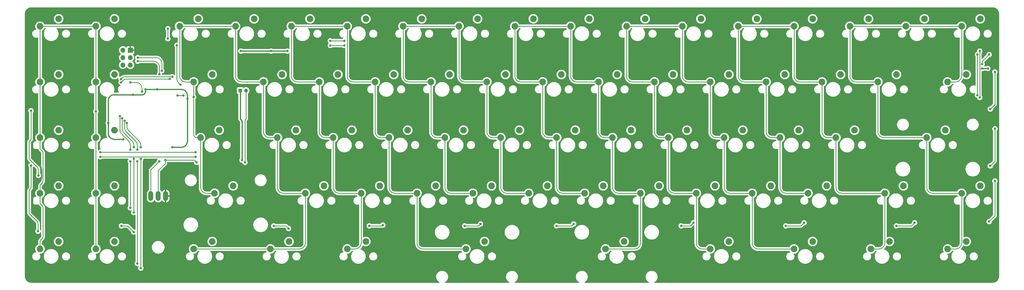
<source format=gtl>
%TF.GenerationSoftware,KiCad,Pcbnew,(6.0.0)*%
%TF.CreationDate,2022-08-07T21:57:51-07:00*%
%TF.ProjectId,IEE,4945452e-6b69-4636-9164-5f7063625858,rev?*%
%TF.SameCoordinates,Original*%
%TF.FileFunction,Copper,L1,Top*%
%TF.FilePolarity,Positive*%
%FSLAX46Y46*%
G04 Gerber Fmt 4.6, Leading zero omitted, Abs format (unit mm)*
G04 Created by KiCad (PCBNEW (6.0.0)) date 2022-08-07 21:57:51*
%MOMM*%
%LPD*%
G01*
G04 APERTURE LIST*
%TA.AperFunction,ComponentPad*%
%ADD10C,1.308000*%
%TD*%
%TA.AperFunction,ComponentPad*%
%ADD11R,1.308000X1.308000*%
%TD*%
%TA.AperFunction,ComponentPad*%
%ADD12C,2.250000*%
%TD*%
%TA.AperFunction,ComponentPad*%
%ADD13O,1.676400X3.352800*%
%TD*%
%TA.AperFunction,ComponentPad*%
%ADD14O,1.700000X1.700000*%
%TD*%
%TA.AperFunction,ComponentPad*%
%ADD15R,1.700000X1.700000*%
%TD*%
%TA.AperFunction,ViaPad*%
%ADD16C,0.800000*%
%TD*%
%TA.AperFunction,Conductor*%
%ADD17C,0.250000*%
%TD*%
%TA.AperFunction,Conductor*%
%ADD18C,0.381000*%
%TD*%
G04 APERTURE END LIST*
D10*
%TO.P,J3,2,Pin_2*%
%TO.N,Net-(D75-Pad2)*%
X66484375Y-19446875D03*
D11*
%TO.P,J3,1,Pin_1*%
%TO.N,+5V*%
X64484375Y-19446875D03*
%TD*%
D12*
%TO.P,MX13,1,COL*%
%TO.N,COL1*%
X50958750Y-35560000D03*
%TO.P,MX13,2,ROW*%
%TO.N,Net-(D13-Pad2)*%
X57308750Y-33020000D03*
%TD*%
D13*
%TO.P,Q1,B*%
%TO.N,Net-(Q1-PadB)*%
X33972500Y-55562500D03*
%TO.P,Q1,C*%
%TO.N,Net-(D75-Pad2)*%
X36512500Y-55562500D03*
%TO.P,Q1,E*%
%TO.N,GND*%
X39052500Y-55562500D03*
%TD*%
D12*
%TO.P,MX47,1,COL*%
%TO.N,COL4*%
X200977500Y-54610000D03*
%TO.P,MX47,2,ROW*%
%TO.N,Net-(D47-Pad2)*%
X207327500Y-52070000D03*
%TD*%
%TO.P,MX40,1,COL*%
%TO.N,COL4*%
X167640000Y-16510000D03*
%TO.P,MX40,2,ROW*%
%TO.N,Net-(D40-Pad2)*%
X173990000Y-13970000D03*
%TD*%
%TO.P,MX23,1,COL*%
%TO.N,COL2*%
X96202500Y-35560000D03*
%TO.P,MX23,2,ROW*%
%TO.N,Net-(D23-Pad2)*%
X102552500Y-33020000D03*
%TD*%
%TO.P,MX32,1,COL*%
%TO.N,COL3*%
X129540000Y-16510000D03*
%TO.P,MX32,2,ROW*%
%TO.N,Net-(D32-Pad2)*%
X135890000Y-13970000D03*
%TD*%
%TO.P,MX64,1,COL*%
%TO.N,COL6*%
X262890000Y-16510000D03*
%TO.P,MX64,2,ROW*%
%TO.N,Net-(D64-Pad2)*%
X269240000Y-13970000D03*
%TD*%
%TO.P,MX9,1,COL*%
%TO.N,COL0*%
X15240000Y-54610000D03*
%TO.P,MX9,2,ROW*%
%TO.N,Net-(D9-Pad2)*%
X21590000Y-52070000D03*
%TD*%
%TO.P,MX14,1,COL*%
%TO.N,COL1*%
X55721250Y-54610000D03*
%TO.P,MX14,2,ROW*%
%TO.N,Net-(D14-Pad2)*%
X62071250Y-52070000D03*
%TD*%
%TO.P,MX48,1,COL*%
%TO.N,COL5*%
X196215000Y2540000D03*
%TO.P,MX48,2,ROW*%
%TO.N,Net-(D48-Pad2)*%
X202565000Y5080000D03*
%TD*%
%TO.P,MX72,1,COL*%
%TO.N,COL7*%
X291465000Y2540000D03*
%TO.P,MX72,2,ROW*%
%TO.N,Net-(D72-Pad2)*%
X297815000Y5080000D03*
%TD*%
%TO.P,MX42,1,COL*%
%TO.N,COL4*%
X181927500Y-54610000D03*
%TO.P,MX42,2,ROW*%
%TO.N,Net-(D42-Pad2)*%
X188277500Y-52070000D03*
%TD*%
%TO.P,MX44,1,COL*%
%TO.N,COL4*%
X177165000Y2540000D03*
%TO.P,MX44,2,ROW*%
%TO.N,Net-(D44-Pad2)*%
X183515000Y5080000D03*
%TD*%
%TO.P,MX73,1,COL*%
%TO.N,COL7*%
X305752500Y-16510000D03*
%TO.P,MX73,2,ROW*%
%TO.N,Net-(D73-Pad2)*%
X312102500Y-13970000D03*
%TD*%
%TO.P,MX1,1,COL*%
%TO.N,COL0*%
X-3810000Y2540000D03*
%TO.P,MX1,2,ROW*%
%TO.N,Net-(D1-Pad2)*%
X2540000Y5080000D03*
%TD*%
%TO.P,MX17,1,COL*%
%TO.N,COL1*%
X72390000Y-16510000D03*
%TO.P,MX17,2,ROW*%
%TO.N,Net-(D17-Pad2)*%
X78740000Y-13970000D03*
%TD*%
%TO.P,MX21,1,COL*%
%TO.N,COL2*%
X81915000Y2540000D03*
%TO.P,MX21,2,ROW*%
%TO.N,Net-(D21-Pad2)*%
X88265000Y5080000D03*
%TD*%
%TO.P,MX57,1,COL*%
%TO.N,COL5*%
X253365000Y-73660000D03*
%TO.P,MX57,2,ROW*%
%TO.N,Net-(D57-Pad2)*%
X259715000Y-71120000D03*
%TD*%
%TO.P,MX60,1,COL*%
%TO.N,COL6*%
X248602500Y-35560000D03*
%TO.P,MX60,2,ROW*%
%TO.N,Net-(D60-Pad2)*%
X254952500Y-33020000D03*
%TD*%
%TO.P,MX15,1,COL*%
%TO.N,COL1*%
X48577500Y-73660000D03*
%TO.P,MX15,2,ROW*%
%TO.N,Net-(D15-Pad2)*%
X54927500Y-71120000D03*
%TD*%
%TO.P,MX16,1,COL*%
%TO.N,COL1*%
X62865000Y2540000D03*
%TO.P,MX16,2,ROW*%
%TO.N,Net-(D16-Pad2)*%
X69215000Y5080000D03*
%TD*%
%TO.P,MX65,1,COL*%
%TO.N,COL6*%
X267652500Y-35560000D03*
%TO.P,MX65,2,ROW*%
%TO.N,Net-(D65-Pad2)*%
X274002500Y-33020000D03*
%TD*%
%TO.P,MX6,1,COL*%
%TO.N,COL0*%
X15240000Y2540000D03*
%TO.P,MX6,2,ROW*%
%TO.N,Net-(D6-Pad2)*%
X21590000Y5080000D03*
%TD*%
%TO.P,MX43,1,COL*%
%TO.N,COL4*%
X189071250Y-73660000D03*
%TO.P,MX43,2,ROW*%
%TO.N,Net-(D43-Pad2)*%
X195421250Y-71120000D03*
%TD*%
%TO.P,MX52,1,COL*%
%TO.N,COL5*%
X224790000Y-73660000D03*
%TO.P,MX52,2,ROW*%
%TO.N,Net-(D52-Pad2)*%
X231140000Y-71120000D03*
%TD*%
%TO.P,MX8,1,COL*%
%TO.N,COL0*%
X15240000Y-35560000D03*
%TO.P,MX8,2,ROW*%
%TO.N,Net-(D8-Pad2)*%
X21590000Y-33020000D03*
%TD*%
%TO.P,MX4,1,COL*%
%TO.N,COL0*%
X-3810000Y-54610000D03*
%TO.P,MX4,2,ROW*%
%TO.N,Net-(D4-Pad2)*%
X2540000Y-52070000D03*
%TD*%
%TO.P,MX30,1,COL*%
%TO.N,COL2*%
X141446250Y-73660000D03*
%TO.P,MX30,2,ROW*%
%TO.N,Net-(D30-Pad2)*%
X147796250Y-71120000D03*
%TD*%
%TO.P,MX53,1,COL*%
%TO.N,COL5*%
X215265000Y2540000D03*
%TO.P,MX53,2,ROW*%
%TO.N,Net-(D53-Pad2)*%
X221615000Y5080000D03*
%TD*%
%TO.P,MX11,1,COL*%
%TO.N,COL1*%
X43815000Y2540000D03*
%TO.P,MX11,2,ROW*%
%TO.N,Net-(D11-Pad2)*%
X50165000Y5080000D03*
%TD*%
%TO.P,MX41,1,COL*%
%TO.N,COL4*%
X172402500Y-35560000D03*
%TO.P,MX41,2,ROW*%
%TO.N,Net-(D41-Pad2)*%
X178752500Y-33020000D03*
%TD*%
%TO.P,MX5,1,COL*%
%TO.N,COL0*%
X-3810000Y-73660000D03*
%TO.P,MX5,2,ROW*%
%TO.N,Net-(D5-Pad2)*%
X2540000Y-71120000D03*
%TD*%
%TO.P,MX68,1,COL*%
%TO.N,COL7*%
X281940000Y-16510000D03*
%TO.P,MX68,2,ROW*%
%TO.N,Net-(D68-Pad2)*%
X288290000Y-13970000D03*
%TD*%
%TO.P,MX37,1,COL*%
%TO.N,COL3*%
X153352500Y-35560000D03*
%TO.P,MX37,2,ROW*%
%TO.N,Net-(D37-Pad2)*%
X159702500Y-33020000D03*
%TD*%
%TO.P,MX25,1,COL*%
%TO.N,COL2*%
X100965000Y-73660000D03*
%TO.P,MX25,2,ROW*%
%TO.N,Net-(D25-Pad2)*%
X107315000Y-71120000D03*
%TD*%
%TO.P,MX7,1,COL*%
%TO.N,COL0*%
X15240000Y-16510000D03*
%TO.P,MX7,2,ROW*%
%TO.N,Net-(D7-Pad2)*%
X21590000Y-13970000D03*
%TD*%
%TO.P,MX33,1,COL*%
%TO.N,COL3*%
X134302500Y-35560000D03*
%TO.P,MX33,2,ROW*%
%TO.N,Net-(D33-Pad2)*%
X140652500Y-33020000D03*
%TD*%
%TO.P,MX35,1,COL*%
%TO.N,COL3*%
X139065000Y2540000D03*
%TO.P,MX35,2,ROW*%
%TO.N,Net-(D35-Pad2)*%
X145415000Y5080000D03*
%TD*%
%TO.P,MX22,1,COL*%
%TO.N,COL2*%
X91440000Y-16510000D03*
%TO.P,MX22,2,ROW*%
%TO.N,Net-(D22-Pad2)*%
X97790000Y-13970000D03*
%TD*%
%TO.P,MX66,1,COL*%
%TO.N,COL6*%
X284321250Y-54610000D03*
%TO.P,MX66,2,ROW*%
%TO.N,Net-(D66-Pad2)*%
X290671250Y-52070000D03*
%TD*%
%TO.P,MX58,1,COL*%
%TO.N,COL6*%
X234315000Y2540000D03*
%TO.P,MX58,2,ROW*%
%TO.N,Net-(D58-Pad2)*%
X240665000Y5080000D03*
%TD*%
%TO.P,MX63,1,COL*%
%TO.N,COL6*%
X253365000Y2540000D03*
%TO.P,MX63,2,ROW*%
%TO.N,Net-(D63-Pad2)*%
X259715000Y5080000D03*
%TD*%
%TO.P,MX71,1,COL*%
%TO.N,COL7*%
X305752500Y-73660000D03*
%TO.P,MX71,2,ROW*%
%TO.N,Net-(D71-Pad2)*%
X312102500Y-71120000D03*
%TD*%
%TO.P,MX34,1,COL*%
%TO.N,COL3*%
X143827500Y-54610000D03*
%TO.P,MX34,2,ROW*%
%TO.N,Net-(D34-Pad2)*%
X150177500Y-52070000D03*
%TD*%
%TO.P,MX18,1,COL*%
%TO.N,COL1*%
X77152500Y-35560000D03*
%TO.P,MX18,2,ROW*%
%TO.N,Net-(D18-Pad2)*%
X83502500Y-33020000D03*
%TD*%
%TO.P,MX55,1,COL*%
%TO.N,COL5*%
X229552500Y-35560000D03*
%TO.P,MX55,2,ROW*%
%TO.N,Net-(D55-Pad2)*%
X235902500Y-33020000D03*
%TD*%
%TO.P,MX28,1,COL*%
%TO.N,COL2*%
X115252500Y-35560000D03*
%TO.P,MX28,2,ROW*%
%TO.N,Net-(D28-Pad2)*%
X121602500Y-33020000D03*
%TD*%
%TO.P,MX46,1,COL*%
%TO.N,COL4*%
X191452500Y-35560000D03*
%TO.P,MX46,2,ROW*%
%TO.N,Net-(D46-Pad2)*%
X197802500Y-33020000D03*
%TD*%
%TO.P,MX36,1,COL*%
%TO.N,COL3*%
X148590000Y-16510000D03*
%TO.P,MX36,2,ROW*%
%TO.N,Net-(D36-Pad2)*%
X154940000Y-13970000D03*
%TD*%
%TO.P,MX54,1,COL*%
%TO.N,COL5*%
X224790000Y-16510000D03*
%TO.P,MX54,2,ROW*%
%TO.N,Net-(D54-Pad2)*%
X231140000Y-13970000D03*
%TD*%
%TO.P,MX56,1,COL*%
%TO.N,COL5*%
X239077500Y-54610000D03*
%TO.P,MX56,2,ROW*%
%TO.N,Net-(D56-Pad2)*%
X245427500Y-52070000D03*
%TD*%
%TO.P,MX61,1,COL*%
%TO.N,COL6*%
X258127500Y-54610000D03*
%TO.P,MX61,2,ROW*%
%TO.N,Net-(D61-Pad2)*%
X264477500Y-52070000D03*
%TD*%
%TO.P,MX3,1,COL*%
%TO.N,COL0*%
X-3810000Y-35560000D03*
%TO.P,MX3,2,ROW*%
%TO.N,Net-(D3-Pad2)*%
X2540000Y-33020000D03*
%TD*%
%TO.P,MX62,1,COL*%
%TO.N,COL6*%
X279558750Y-73660000D03*
%TO.P,MX62,2,ROW*%
%TO.N,Net-(D62-Pad2)*%
X285908750Y-71120000D03*
%TD*%
%TO.P,MX50,1,COL*%
%TO.N,COL5*%
X210502500Y-35560000D03*
%TO.P,MX50,2,ROW*%
%TO.N,Net-(D50-Pad2)*%
X216852500Y-33020000D03*
%TD*%
%TO.P,MX74,1,COL*%
%TO.N,COL7*%
X310515000Y2540000D03*
%TO.P,MX74,2,ROW*%
%TO.N,Net-(D74-Pad2)*%
X316865000Y5080000D03*
%TD*%
%TO.P,MX26,1,COL*%
%TO.N,COL2*%
X100965000Y2540000D03*
%TO.P,MX26,2,ROW*%
%TO.N,Net-(D26-Pad2)*%
X107315000Y5080000D03*
%TD*%
%TO.P,MX59,1,COL*%
%TO.N,COL6*%
X243840000Y-16510000D03*
%TO.P,MX59,2,ROW*%
%TO.N,Net-(D59-Pad2)*%
X250190000Y-13970000D03*
%TD*%
%TO.P,MX24,1,COL*%
%TO.N,COL2*%
X105727500Y-54610000D03*
%TO.P,MX24,2,ROW*%
%TO.N,Net-(D24-Pad2)*%
X112077500Y-52070000D03*
%TD*%
%TO.P,MX45,1,COL*%
%TO.N,COL4*%
X186690000Y-16510000D03*
%TO.P,MX45,2,ROW*%
%TO.N,Net-(D45-Pad2)*%
X193040000Y-13970000D03*
%TD*%
%TO.P,MX69,1,COL*%
%TO.N,COL7*%
X298608750Y-35560000D03*
%TO.P,MX69,2,ROW*%
%TO.N,Net-(D69-Pad2)*%
X304958750Y-33020000D03*
%TD*%
%TO.P,MX70,1,COL*%
%TO.N,COL7*%
X310515000Y-54610000D03*
%TO.P,MX70,2,ROW*%
%TO.N,Net-(D70-Pad2)*%
X316865000Y-52070000D03*
%TD*%
%TO.P,MX29,1,COL*%
%TO.N,COL2*%
X124777500Y-54610000D03*
%TO.P,MX29,2,ROW*%
%TO.N,Net-(D29-Pad2)*%
X131127500Y-52070000D03*
%TD*%
%TO.P,MX12,1,COL*%
%TO.N,COL1*%
X48577500Y-16510000D03*
%TO.P,MX12,2,ROW*%
%TO.N,Net-(D12-Pad2)*%
X54927500Y-13970000D03*
%TD*%
%TO.P,MX38,1,COL*%
%TO.N,COL3*%
X162877500Y-54610000D03*
%TO.P,MX38,2,ROW*%
%TO.N,Net-(D38-Pad2)*%
X169227500Y-52070000D03*
%TD*%
%TO.P,MX2,1,COL*%
%TO.N,COL0*%
X-3810000Y-16510000D03*
%TO.P,MX2,2,ROW*%
%TO.N,Net-(D2-Pad2)*%
X2540000Y-13970000D03*
%TD*%
%TO.P,MX10,1,COL*%
%TO.N,COL0*%
X15240000Y-73660000D03*
%TO.P,MX10,2,ROW*%
%TO.N,Net-(D10-Pad2)*%
X21590000Y-71120000D03*
%TD*%
%TO.P,MX31,1,COL*%
%TO.N,COL3*%
X120015000Y2540000D03*
%TO.P,MX31,2,ROW*%
%TO.N,Net-(D31-Pad2)*%
X126365000Y5080000D03*
%TD*%
%TO.P,MX51,1,COL*%
%TO.N,COL5*%
X220027500Y-54610000D03*
%TO.P,MX51,2,ROW*%
%TO.N,Net-(D51-Pad2)*%
X226377500Y-52070000D03*
%TD*%
%TO.P,MX19,1,COL*%
%TO.N,COL1*%
X86677500Y-54610000D03*
%TO.P,MX19,2,ROW*%
%TO.N,Net-(D19-Pad2)*%
X93027500Y-52070000D03*
%TD*%
%TO.P,MX27,1,COL*%
%TO.N,COL2*%
X110490000Y-16510000D03*
%TO.P,MX27,2,ROW*%
%TO.N,Net-(D27-Pad2)*%
X116840000Y-13970000D03*
%TD*%
%TO.P,MX39,1,COL*%
%TO.N,COL4*%
X158115000Y2540000D03*
%TO.P,MX39,2,ROW*%
%TO.N,Net-(D39-Pad2)*%
X164465000Y5080000D03*
%TD*%
%TO.P,MX67,1,COL*%
%TO.N,COL7*%
X272415000Y2540000D03*
%TO.P,MX67,2,ROW*%
%TO.N,Net-(D67-Pad2)*%
X278765000Y5080000D03*
%TD*%
%TO.P,MX49,1,COL*%
%TO.N,COL5*%
X205740000Y-16510000D03*
%TO.P,MX49,2,ROW*%
%TO.N,Net-(D49-Pad2)*%
X212090000Y-13970000D03*
%TD*%
%TO.P,MX20,1,COL*%
%TO.N,COL1*%
X74771250Y-73660000D03*
%TO.P,MX20,2,ROW*%
%TO.N,Net-(D20-Pad2)*%
X81121250Y-71120000D03*
%TD*%
D14*
%TO.P,J2,1,MISO*%
%TO.N,MISO*%
X24447500Y-10715625D03*
%TO.P,J2,2,VCC*%
%TO.N,+5V*%
X26987500Y-10715625D03*
%TO.P,J2,3,SCK*%
%TO.N,SCK*%
X24447500Y-8175625D03*
%TO.P,J2,4,MOSI*%
%TO.N,MOSI*%
X26987500Y-8175625D03*
%TO.P,J2,5,~{RST}*%
%TO.N,RESET*%
X24447500Y-5635625D03*
D15*
%TO.P,J2,6,GND*%
%TO.N,GND*%
X26987500Y-5635625D03*
%TD*%
D16*
%TO.N,ROW0*%
X316706250Y-5953125D03*
%TO.N,ROW1*%
X315912500Y-7143750D03*
%TO.N,Net-(D75-Pad2)*%
X66087500Y-44053125D03*
X49609375Y-44053125D03*
%TO.N,GND*%
X46434375Y-62706250D03*
%TO.N,+5V*%
X65087500Y-43259375D03*
%TO.N,Net-(D75-Pad2)*%
X38893750Y-43259375D03*
%TO.N,Net-(Q1-PadB)*%
X36909375Y-43656250D03*
%TO.N,Net-(U12-Pad1)*%
X28178125Y-67865625D03*
X23933750Y-65760000D03*
%TO.N,GND*%
X70246875Y-11509375D03*
X-5800000Y-43259375D03*
X25796875Y-3571875D03*
X80565625Y-11509375D03*
X13890625Y-28971875D03*
X-5800000Y-25643750D03*
X75009375Y-11509375D03*
X41671875Y-11509375D03*
X-5800000Y-61912500D03*
X7661875Y-27660000D03*
%TO.N,+5V*%
X19446875Y-30559375D03*
X32121875Y-19050000D03*
X41275000Y-38893750D03*
X24606250Y-36115625D03*
X46434375Y-22225000D03*
X317500000Y-11906250D03*
X319484375Y-11906250D03*
X27937500Y-20878125D03*
X36121875Y-19050000D03*
%TO.N,ROW8*%
X25003125Y-29765625D03*
X29368750Y-39687500D03*
X29368750Y-78643750D03*
X29368750Y-43656250D03*
%TO.N,ROW4*%
X16731250Y-40543750D03*
X49275000Y-40543750D03*
%TO.N,ROW6*%
X26987500Y-59593750D03*
X26987500Y-39687500D03*
X23415625Y-28178125D03*
X26987500Y-43656250D03*
%TO.N,ROW2*%
X41275000Y-14684375D03*
X23812500Y-15478125D03*
%TO.N,ROW5*%
X49275000Y-42131250D03*
X16731250Y-42131250D03*
%TO.N,ROW7*%
X28178125Y-61181250D03*
X28178125Y-42862500D03*
X24209375Y-28971875D03*
X28178125Y-38893750D03*
%TO.N,ROW9*%
X30559375Y-42862500D03*
X30559375Y-38893750D03*
X25796875Y-30559375D03*
X30559375Y-80231250D03*
%TO.N,ROW0*%
X316706250Y-21828125D03*
X95187500Y-2443750D03*
X99950000Y-2443750D03*
%TO.N,ROW3*%
X40481250Y-15478125D03*
X23812500Y-16668750D03*
%TO.N,ROW1*%
X95187500Y-4031250D03*
X99950000Y-4031250D03*
X315912500Y-21034375D03*
%TO.N,VBUS*%
X75009375Y-5953125D03*
X80565625Y-5953125D03*
X64690625Y-5953125D03*
%TO.N,MISO*%
X26987500Y-16668750D03*
X30956250Y-19843750D03*
%TO.N,SCK*%
X36921875Y-13878125D03*
X29527500Y-9425000D03*
%TO.N,MOSI*%
X29527500Y-8175625D03*
X37721875Y-12681250D03*
%TO.N,RESET*%
X39806250Y-1706250D03*
X42862500Y-3968750D03*
X44053125Y-17462500D03*
X39806250Y1706250D03*
%TO.N,COL0*%
X15240000Y-26578125D03*
%TO.N,COL1*%
X45079564Y-21198561D03*
X48577500Y-21669375D03*
X43095189Y-21198561D03*
%TO.N,Net-(U3-Pad1)*%
X-6900000Y-26346875D03*
X-4365625Y-48540000D03*
%TO.N,Net-(U24-Pad1)*%
X172365000Y-65760000D03*
X178196875Y-65087500D03*
%TO.N,Net-(U4-Pad1)*%
X214830625Y-65760000D03*
X219075000Y-64690625D03*
%TO.N,Net-(U6-Pad1)*%
X-4486875Y-67590000D03*
X-6900000Y-45090625D03*
%TO.N,Net-(U10-Pad3)*%
X256778125Y-64690625D03*
X250549375Y-65760000D03*
%TO.N,Net-(U10-Pad1)*%
X288252500Y-65760000D03*
X294481250Y-64690625D03*
%TO.N,Net-(U13-Pad1)*%
X321865625Y-50403125D03*
X319881250Y-64293750D03*
%TO.N,Net-(U15-Pad1)*%
X75924375Y-65760000D03*
X80962500Y-66675000D03*
%TO.N,Net-(U16-Pad1)*%
X320278125Y-45243750D03*
X321865625Y-32543750D03*
%TO.N,Net-(U18-Pad1)*%
X108468125Y-65760000D03*
X113109375Y-65484375D03*
%TO.N,Net-(U19-Pad1)*%
X321865625Y-13096875D03*
X320278125Y-25796875D03*
%TO.N,Net-(U21-Pad1)*%
X141011875Y-65760000D03*
X146446875Y-65087500D03*
%TO.N,Net-(U22-Pad1)*%
X317500000Y-10440000D03*
X319881250Y-7143750D03*
%TD*%
D17*
%TO.N,Net-(D75-Pad2)*%
X66087500Y-29559375D02*
X66484375Y-29162500D01*
X66484375Y-29162500D02*
X66484375Y-19446875D01*
X66087500Y-44053125D02*
X66087500Y-29559375D01*
D18*
%TO.N,+5V*%
X64484375Y-29162500D02*
X64484375Y-19446875D01*
X65087500Y-29765625D02*
X64484375Y-29162500D01*
X65087500Y-43259375D02*
X65087500Y-29765625D01*
D17*
%TO.N,ROW0*%
X316706250Y-5953125D02*
X316706250Y-21828125D01*
%TO.N,ROW1*%
X315912500Y-7143750D02*
X315912500Y-21034375D01*
%TO.N,Net-(D75-Pad2)*%
X48815625Y-43259375D02*
X49609375Y-44053125D01*
X38893750Y-43259375D02*
X48815625Y-43259375D01*
D18*
%TO.N,GND*%
X46434375Y-57546875D02*
X46434375Y-62706250D01*
X44450000Y-55562500D02*
X46434375Y-57546875D01*
X39052500Y-55562500D02*
X44450000Y-55562500D01*
D17*
%TO.N,Net-(D75-Pad2)*%
X38893750Y-44450000D02*
X38893750Y-43259375D01*
X36512500Y-46831250D02*
X38893750Y-44450000D01*
X36512500Y-55562500D02*
X36512500Y-46831250D01*
%TO.N,Net-(Q1-PadB)*%
X33972500Y-46593125D02*
X33972500Y-55562500D01*
X36909375Y-43656250D02*
X33972500Y-46593125D01*
%TO.N,Net-(U12-Pad1)*%
X26072500Y-65760000D02*
X28178125Y-67865625D01*
X23933750Y-65760000D02*
X26072500Y-65760000D01*
D18*
%TO.N,GND*%
X-5800000Y-61912500D02*
X-5809235Y-61903265D01*
X41671875Y-5571875D02*
X41671875Y-11509375D01*
X-5809234Y-52640484D02*
X-3878931Y-50710181D01*
X-3293145Y-49295968D02*
X-3293145Y-46594657D01*
X7661875Y-27660000D02*
X8387964Y-28386089D01*
X-5800000Y-25643750D02*
X-5800000Y-36342036D01*
X9802177Y-28971875D02*
X13890625Y-28971875D01*
X25796875Y-3571875D02*
X39671875Y-3571875D01*
X-6395021Y-60489052D02*
X-6395021Y-54054698D01*
X-6395021Y-42250140D02*
X-6395021Y-37765485D01*
X-3878932Y-45180443D02*
X-5800000Y-43259375D01*
X80565625Y-11509375D02*
X75009375Y-11509375D01*
X-6102128Y-37058378D02*
X-6092893Y-37049143D01*
X70246875Y-11509375D02*
X75009375Y-11509375D01*
X-5800000Y-43259375D02*
X-6102128Y-42957247D01*
X-6092893Y-37049143D02*
G75*
G03*
X-5800000Y-36342036I-707106J707106D01*
G01*
X-6395020Y-42250140D02*
G75*
G03*
X-6102127Y-42957246I999993J-3D01*
G01*
X-6102128Y-37058378D02*
G75*
G03*
X-6395021Y-37765485I707106J-707106D01*
G01*
X-6395020Y-54054698D02*
G75*
G02*
X-5809233Y-52640485I1999999J0D01*
G01*
X8387964Y-28386089D02*
G75*
G03*
X9802177Y-28971875I1414213J1414214D01*
G01*
X39671875Y-3571875D02*
G75*
G02*
X41671875Y-5571875I1J-1999999D01*
G01*
X-3878932Y-45180443D02*
G75*
G02*
X-3293145Y-46594657I-1414213J-1414214D01*
G01*
X-5809235Y-61903265D02*
G75*
G02*
X-6395021Y-60489052I1414214J1414213D01*
G01*
X-3293146Y-49295968D02*
G75*
G02*
X-3878932Y-50710180I-1999999J0D01*
G01*
%TO.N,+5V*%
X32121875Y-19050000D02*
X36121875Y-19050000D01*
X24606250Y-36115625D02*
X21446875Y-36115625D01*
X317500000Y-11906250D02*
X319484375Y-11906250D01*
X36121875Y-19050000D02*
X44434375Y-19050000D01*
X31121875Y-20878125D02*
X27937500Y-20878125D01*
X19446875Y-30559375D02*
X19446875Y-22878125D01*
X21446875Y-20878125D02*
X27937500Y-20878125D01*
X32121875Y-19050000D02*
X32121875Y-19878125D01*
X19446875Y-34115625D02*
X19446875Y-30559375D01*
X46434375Y-21828125D02*
X46434375Y-36893750D01*
X46434375Y-21050000D02*
X46434375Y-21828125D01*
X44434375Y-38893750D02*
X41275000Y-38893750D01*
X21446875Y-36115625D02*
G75*
G02*
X19446875Y-34115625I-1J1999999D01*
G01*
X21446875Y-20878125D02*
G75*
G03*
X19446875Y-22878125I-1J-1999999D01*
G01*
X46434375Y-21050000D02*
G75*
G03*
X44434375Y-19050000I-1999999J1D01*
G01*
X44434375Y-38893750D02*
G75*
G03*
X46434375Y-36893750I1J1999999D01*
G01*
X32121875Y-19878125D02*
G75*
G02*
X31121875Y-20878125I-999999J-1D01*
G01*
D17*
%TO.N,ROW8*%
X28782963Y-36720463D02*
X25588911Y-33526411D01*
X25003125Y-32112198D02*
X25003125Y-29765625D01*
X29368750Y-78643750D02*
X29368750Y-43656250D01*
X29368750Y-39687500D02*
X29368750Y-38134677D01*
X28782963Y-36720463D02*
G75*
G02*
X29368750Y-38134677I-1414213J-1414214D01*
G01*
X25003126Y-32112198D02*
G75*
G03*
X25588912Y-33526410I1999999J0D01*
G01*
%TO.N,ROW4*%
X16731250Y-40543750D02*
X49275000Y-40543750D01*
%TO.N,ROW6*%
X23415625Y-32905948D02*
X23415625Y-28178125D01*
X26401713Y-36720463D02*
X24001411Y-34320161D01*
X26987500Y-39687500D02*
X26987500Y-38134677D01*
X26987500Y-59593750D02*
X26987500Y-43656250D01*
X23415626Y-32905948D02*
G75*
G03*
X24001412Y-34320160I1999999J0D01*
G01*
X26987499Y-38134677D02*
G75*
G03*
X26401712Y-36720464I-1999999J0D01*
G01*
%TO.N,ROW2*%
X41275000Y-14684375D02*
X25400000Y-14684375D01*
X24020463Y-15270162D02*
X23812500Y-15478125D01*
X24020463Y-15270162D02*
G75*
G02*
X25434677Y-14684375I1414214J-1414213D01*
G01*
%TO.N,ROW5*%
X16731250Y-42131250D02*
X49275000Y-42131250D01*
%TO.N,ROW7*%
X24209375Y-28971875D02*
X24209375Y-32509073D01*
X28178125Y-38134677D02*
X28178125Y-38893750D01*
X28178125Y-61181250D02*
X28178125Y-42862500D01*
X24795162Y-33923287D02*
X27592339Y-36720464D01*
X28178124Y-38134677D02*
G75*
G03*
X27592338Y-36720465I-1999999J0D01*
G01*
X24209376Y-32509073D02*
G75*
G03*
X24795163Y-33923286I1999999J0D01*
G01*
%TO.N,ROW9*%
X30559375Y-38134677D02*
X30559375Y-38893750D01*
X25796875Y-30559375D02*
X25796875Y-31715323D01*
X26382662Y-33129537D02*
X29973589Y-36720464D01*
X30559375Y-80231250D02*
X30559375Y-42862500D01*
X29973589Y-36720464D02*
G75*
G02*
X30559375Y-38134677I-1414214J-1414213D01*
G01*
X26382662Y-33129537D02*
G75*
G02*
X25796875Y-31715323I1414213J1414214D01*
G01*
%TO.N,ROW0*%
X95187500Y-2443750D02*
X99950000Y-2443750D01*
%TO.N,ROW3*%
X24417338Y-16063912D02*
X23812500Y-16668750D01*
X40481250Y-15478125D02*
X25831552Y-15478125D01*
X24417338Y-16063912D02*
G75*
G02*
X25831552Y-15478125I1414214J-1414213D01*
G01*
%TO.N,ROW1*%
X95187500Y-4031250D02*
X99950000Y-4031250D01*
D18*
%TO.N,VBUS*%
X75009375Y-5953125D02*
X64690625Y-5953125D01*
X80565625Y-5953125D02*
X75009375Y-5953125D01*
D17*
%TO.N,MISO*%
X26987500Y-16668750D02*
X28956250Y-16668750D01*
X30956250Y-18668750D02*
X30956250Y-19843750D01*
X28956250Y-16668750D02*
G75*
G02*
X30956250Y-18668750I1J-1999999D01*
G01*
%TO.N,SCK*%
X36921875Y-11425000D02*
X36921875Y-13878125D01*
X29527500Y-9425000D02*
X34921875Y-9425000D01*
X34921875Y-9425000D02*
G75*
G02*
X36921875Y-11425000I1J-1999999D01*
G01*
%TO.N,MOSI*%
X29527500Y-8175625D02*
X35721875Y-8175625D01*
X37721875Y-10175625D02*
X37721875Y-12681250D01*
X35721875Y-8175625D02*
G75*
G02*
X37721875Y-10175625I1J-1999999D01*
G01*
%TO.N,RESET*%
X43448287Y-16857662D02*
X44053125Y-17462500D01*
X39806250Y-1706250D02*
X39806250Y1706250D01*
X42862500Y-3968750D02*
X42862500Y-15443448D01*
X43448287Y-16857662D02*
G75*
G02*
X42862500Y-15443448I1414213J1414214D01*
G01*
%TO.N,COL0*%
X-3517107Y-58395393D02*
X-3071018Y-58841482D01*
X-3810000Y-71216714D02*
X-3810000Y-73660000D01*
X-3810000Y-35560000D02*
X-3810000Y-39035161D01*
X-3810000Y2540000D02*
X15240000Y2540000D01*
X15240000Y-73660000D02*
X15240000Y-26431875D01*
X-3517107Y-39742268D02*
X-3071018Y-40188357D01*
X-3810000Y-54610000D02*
X-3810000Y-52246089D01*
X-2778125Y-40895464D02*
X-2778125Y-50385786D01*
X-2778125Y-59548589D02*
X-2778125Y-69356411D01*
X-3071018Y-70063518D02*
X-3517107Y-70509607D01*
X-3810000Y-54610000D02*
X-3810000Y-57688286D01*
X15240000Y-26431875D02*
X15240000Y2540000D01*
X-3810000Y-35560000D02*
X-3810000Y-16510000D01*
X-3810000Y-16510000D02*
X-3810000Y2540000D01*
X-3071018Y-51092893D02*
X-3517107Y-51538982D01*
X-3809999Y-39035161D02*
G75*
G03*
X-3517106Y-39742267I999993J-3D01*
G01*
X-3809999Y-52246089D02*
G75*
G02*
X-3517106Y-51538983I999993J3D01*
G01*
X-3517107Y-70509607D02*
G75*
G03*
X-3810000Y-71216714I707106J-707106D01*
G01*
X-3517107Y-58395393D02*
G75*
G02*
X-3810000Y-57688286I707106J707106D01*
G01*
X-2778126Y-40895464D02*
G75*
G03*
X-3071019Y-40188358I-999993J3D01*
G01*
X-2778126Y-50385786D02*
G75*
G02*
X-3071019Y-51092892I-999993J-3D01*
G01*
X-3071018Y-70063518D02*
G75*
G03*
X-2778125Y-69356411I-707106J707106D01*
G01*
X-3071018Y-58841482D02*
G75*
G02*
X-2778125Y-59548589I-707106J-707106D01*
G01*
%TO.N,COL1*%
X50958750Y-35560000D02*
X50958750Y-52610000D01*
X45079564Y-21198561D02*
X43095189Y-21198561D01*
X86677500Y-54610000D02*
X79152500Y-54610000D01*
X77152500Y-35560000D02*
X77152500Y-52610000D01*
X86677500Y-54610000D02*
X86677500Y-71660000D01*
X72390000Y-16510000D02*
X72390000Y-33560000D01*
X48577500Y-21669375D02*
X48577500Y-34560000D01*
X48577500Y-16510000D02*
X48577500Y-21669375D01*
X48577500Y-16510000D02*
X45815000Y-16510000D01*
X50958750Y-35560000D02*
X49577500Y-35560000D01*
X72390000Y-16510000D02*
X64865000Y-16510000D01*
X77152500Y-35560000D02*
X74390000Y-35560000D01*
X43815000Y2540000D02*
X62865000Y2540000D01*
X62865000Y2540000D02*
X62865000Y-14510000D01*
X48577500Y-73660000D02*
X74771250Y-73660000D01*
X55721250Y-54610000D02*
X52958750Y-54610000D01*
X74771250Y-73660000D02*
X84677500Y-73660000D01*
X43815000Y2540000D02*
X43815000Y-14510000D01*
X84677500Y-73660000D02*
G75*
G03*
X86677500Y-71660000I1J1999999D01*
G01*
X79152500Y-54610000D02*
G75*
G02*
X77152500Y-52610000I-1J1999999D01*
G01*
X64865000Y-16510000D02*
G75*
G02*
X62865000Y-14510000I-1J1999999D01*
G01*
X48577500Y-34560000D02*
G75*
G03*
X49577500Y-35560000I999999J-1D01*
G01*
X52958750Y-54610000D02*
G75*
G02*
X50958750Y-52610000I-1J1999999D01*
G01*
X45815000Y-16510000D02*
G75*
G02*
X43815000Y-14510000I-1J1999999D01*
G01*
X74390000Y-35560000D02*
G75*
G02*
X72390000Y-33560000I-1J1999999D01*
G01*
%TO.N,COL2*%
X91440000Y-16510000D02*
X91440000Y-33560000D01*
X91440000Y-16510000D02*
X83915000Y-16510000D01*
X102965000Y-16510000D02*
X110490000Y-16510000D01*
X115252500Y-35560000D02*
X115252500Y-52610000D01*
X81915000Y2540000D02*
X100965000Y2540000D01*
X110490000Y-16510000D02*
X110490000Y-33560000D01*
X105727500Y-54610000D02*
X105727500Y-71660000D01*
X93440000Y-35560000D02*
X96202500Y-35560000D01*
X112490000Y-35560000D02*
X115252500Y-35560000D01*
X126777500Y-73660000D02*
X141446250Y-73660000D01*
X96202500Y-35560000D02*
X96202500Y-52610000D01*
X100965000Y2540000D02*
X100965000Y-14510000D01*
X81915000Y2540000D02*
X81915000Y-14510000D01*
X100965000Y-73660000D02*
X103727500Y-73660000D01*
X105727500Y-54610000D02*
X98202500Y-54610000D01*
X124777500Y-54610000D02*
X124777500Y-71660000D01*
X124777500Y-54610000D02*
X117252500Y-54610000D01*
X126777500Y-73660000D02*
G75*
G02*
X124777500Y-71660000I-1J1999999D01*
G01*
X83915000Y-16510000D02*
G75*
G02*
X81915000Y-14510000I-1J1999999D01*
G01*
X100965000Y-14510000D02*
G75*
G03*
X102965000Y-16510000I1999999J-1D01*
G01*
X105727500Y-71660000D02*
G75*
G02*
X103727500Y-73660000I-1999999J-1D01*
G01*
X112490000Y-35560000D02*
G75*
G02*
X110490000Y-33560000I-1J1999999D01*
G01*
X117252500Y-54610000D02*
G75*
G02*
X115252500Y-52610000I-1J1999999D01*
G01*
X96202500Y-52610000D02*
G75*
G03*
X98202500Y-54610000I1999999J-1D01*
G01*
X91440000Y-33560000D02*
G75*
G03*
X93440000Y-35560000I1999999J-1D01*
G01*
%TO.N,COL3*%
X129540000Y-16510000D02*
X129540000Y-33560000D01*
X134302500Y-35560000D02*
X134302500Y-52610000D01*
X141065000Y-16510000D02*
X148590000Y-16510000D01*
X134302500Y-35560000D02*
X131540000Y-35560000D01*
X120015000Y2540000D02*
X120015000Y-14510000D01*
X148590000Y-16510000D02*
X148590000Y-33560000D01*
X153352500Y-35560000D02*
X153352500Y-52610000D01*
X120015000Y2540000D02*
X139065000Y2540000D01*
X162877500Y-54610000D02*
X155352500Y-54610000D01*
X143827500Y-54610000D02*
X136302500Y-54610000D01*
X139065000Y2540000D02*
X139065000Y-14510000D01*
X122015000Y-16510000D02*
X129540000Y-16510000D01*
X153352500Y-35560000D02*
X150590000Y-35560000D01*
X155352500Y-54610000D02*
G75*
G02*
X153352500Y-52610000I-1J1999999D01*
G01*
X122015000Y-16510000D02*
G75*
G02*
X120015000Y-14510000I-1J1999999D01*
G01*
X131540000Y-35560000D02*
G75*
G02*
X129540000Y-33560000I-1J1999999D01*
G01*
X150590000Y-35560000D02*
G75*
G02*
X148590000Y-33560000I-1J1999999D01*
G01*
X141065000Y-16510000D02*
G75*
G02*
X139065000Y-14510000I-1J1999999D01*
G01*
X134302500Y-52610000D02*
G75*
G03*
X136302500Y-54610000I1999999J-1D01*
G01*
%TO.N,COL4*%
X158115000Y2540000D02*
X177165000Y2540000D01*
X191452500Y-35560000D02*
X188690000Y-35560000D01*
X158115000Y2540000D02*
X158115000Y-14510000D01*
X200977500Y-54610000D02*
X193452500Y-54610000D01*
X172402500Y-35560000D02*
X169640000Y-35560000D01*
X177165000Y2540000D02*
X177165000Y-14510000D01*
X167640000Y-16510000D02*
X167640000Y-33560000D01*
X160115000Y-16510000D02*
X167640000Y-16510000D01*
X186690000Y-16510000D02*
X179165000Y-16510000D01*
X181927500Y-54610000D02*
X174402500Y-54610000D01*
X172402500Y-35560000D02*
X172402500Y-52610000D01*
X189071250Y-73660000D02*
X198977500Y-73660000D01*
X200977500Y-54610000D02*
X200977500Y-71660000D01*
X191452500Y-35560000D02*
X191452500Y-52610000D01*
X186690000Y-16510000D02*
X186690000Y-33560000D01*
X177165000Y-14510000D02*
G75*
G03*
X179165000Y-16510000I1999999J-1D01*
G01*
X193452500Y-54610000D02*
G75*
G02*
X191452500Y-52610000I-1J1999999D01*
G01*
X158115000Y-14510000D02*
G75*
G03*
X160115000Y-16510000I1999999J-1D01*
G01*
X174402500Y-54610000D02*
G75*
G02*
X172402500Y-52610000I-1J1999999D01*
G01*
X200977500Y-71660000D02*
G75*
G02*
X198977500Y-73660000I-1999999J-1D01*
G01*
X169640000Y-35560000D02*
G75*
G02*
X167640000Y-33560000I-1J1999999D01*
G01*
X188690000Y-35560000D02*
G75*
G02*
X186690000Y-33560000I-1J1999999D01*
G01*
%TO.N,COL5*%
X241077500Y-73660000D02*
X253365000Y-73660000D01*
X220027500Y-54610000D02*
X220027500Y-71660000D01*
X210502500Y-35560000D02*
X210502500Y-52610000D01*
X229552500Y-35560000D02*
X226790000Y-35560000D01*
X224790000Y-16510000D02*
X224790000Y-33560000D01*
X196215000Y2540000D02*
X215265000Y2540000D01*
X217265000Y-16510000D02*
X224790000Y-16510000D01*
X239077500Y-54610000D02*
X239077500Y-71660000D01*
X210502500Y-35560000D02*
X207740000Y-35560000D01*
X196215000Y2540000D02*
X196215000Y-14510000D01*
X198215000Y-16510000D02*
X205740000Y-16510000D01*
X239077500Y-54610000D02*
X231552500Y-54610000D01*
X215265000Y2540000D02*
X215265000Y-14510000D01*
X229552500Y-35560000D02*
X229552500Y-52610000D01*
X205740000Y-16510000D02*
X205740000Y-33560000D01*
X220027500Y-54610000D02*
X212502500Y-54610000D01*
X224790000Y-73660000D02*
X222027500Y-73660000D01*
X212502500Y-54610000D02*
G75*
G02*
X210502500Y-52610000I-1J1999999D01*
G01*
X231552500Y-54610000D02*
G75*
G02*
X229552500Y-52610000I-1J1999999D01*
G01*
X222027500Y-73660000D02*
G75*
G02*
X220027500Y-71660000I-1J1999999D01*
G01*
X207740000Y-35560000D02*
G75*
G02*
X205740000Y-33560000I-1J1999999D01*
G01*
X196215000Y-14510000D02*
G75*
G03*
X198215000Y-16510000I1999999J-1D01*
G01*
X226790000Y-35560000D02*
G75*
G02*
X224790000Y-33560000I-1J1999999D01*
G01*
X217265000Y-16510000D02*
G75*
G02*
X215265000Y-14510000I-1J1999999D01*
G01*
X239077500Y-71660000D02*
G75*
G03*
X241077500Y-73660000I1999999J-1D01*
G01*
%TO.N,COL6*%
X255365000Y-16510000D02*
X262890000Y-16510000D01*
X248602500Y-35560000D02*
X248602500Y-52610000D01*
X284321250Y-54610000D02*
X284321250Y-71660000D01*
X236315000Y-16510000D02*
X243840000Y-16510000D01*
X284321250Y-54610000D02*
X269652500Y-54610000D01*
X253365000Y2540000D02*
X253365000Y-14510000D01*
X243840000Y-16510000D02*
X243840000Y-33560000D01*
X267652500Y-35560000D02*
X267652500Y-52610000D01*
X234315000Y2540000D02*
X253365000Y2540000D01*
X267652500Y-35560000D02*
X264890000Y-35560000D01*
X262890000Y-16510000D02*
X262890000Y-33560000D01*
X234315000Y2540000D02*
X234315000Y-14510000D01*
X258127500Y-54610000D02*
X250602500Y-54610000D01*
X248602500Y-35560000D02*
X245840000Y-35560000D01*
X279558750Y-73660000D02*
X282321250Y-73660000D01*
X245840000Y-35560000D02*
G75*
G02*
X243840000Y-33560000I-1J1999999D01*
G01*
X284321250Y-71660000D02*
G75*
G02*
X282321250Y-73660000I-1999999J-1D01*
G01*
X267652500Y-52610000D02*
G75*
G03*
X269652500Y-54610000I1999999J-1D01*
G01*
X253365000Y-14510000D02*
G75*
G03*
X255365000Y-16510000I1999999J-1D01*
G01*
X264890000Y-35560000D02*
G75*
G02*
X262890000Y-33560000I-1J1999999D01*
G01*
X250602500Y-54610000D02*
G75*
G02*
X248602500Y-52610000I-1J1999999D01*
G01*
X234315000Y-14510000D02*
G75*
G03*
X236315000Y-16510000I1999999J-1D01*
G01*
%TO.N,COL7*%
X281940000Y-16510000D02*
X281940000Y-33560000D01*
X274415000Y-16510000D02*
X281940000Y-16510000D01*
X272415000Y2540000D02*
X272415000Y-14510000D01*
X298608750Y-35560000D02*
X283940000Y-35560000D01*
X310515000Y2540000D02*
X310515000Y-14510000D01*
X272415000Y2540000D02*
X291465000Y2540000D01*
X308515000Y-16510000D02*
X305752500Y-16510000D01*
X305752500Y-73660000D02*
X308515000Y-73660000D01*
X298608750Y-35560000D02*
X298608750Y-52610000D01*
X291465000Y2540000D02*
X310515000Y2540000D01*
X310515000Y-54610000D02*
X300608750Y-54610000D01*
X310515000Y-54610000D02*
X310515000Y-71660000D01*
X308515000Y-73660000D02*
G75*
G03*
X310515000Y-71660000I1J1999999D01*
G01*
X274415000Y-16510000D02*
G75*
G02*
X272415000Y-14510000I-1J1999999D01*
G01*
X298608750Y-52610000D02*
G75*
G03*
X300608750Y-54610000I1999999J-1D01*
G01*
X283940000Y-35560000D02*
G75*
G02*
X281940000Y-33560000I-1J1999999D01*
G01*
X310515000Y-14510000D02*
G75*
G02*
X308515000Y-16510000I-1999999J-1D01*
G01*
%TO.N,Net-(U3-Pad1)*%
X-7046447Y-36415197D02*
X-7394179Y-36762929D01*
X-6900000Y-26346875D02*
X-6900000Y-36061643D01*
X-4365625Y-46451714D02*
X-4365625Y-48540000D01*
X-7540625Y-37116482D02*
X-7540625Y-42448286D01*
X-7247732Y-43155393D02*
X-4658518Y-45744607D01*
X-4658518Y-45744607D02*
G75*
G02*
X-4365625Y-46451714I-707106J-707106D01*
G01*
X-7247732Y-43155393D02*
G75*
G02*
X-7540625Y-42448286I707106J707106D01*
G01*
X-7540624Y-37116482D02*
G75*
G02*
X-7394179Y-36762929I500001J0D01*
G01*
X-7046447Y-36415197D02*
G75*
G03*
X-6900000Y-36061643I-353550J353553D01*
G01*
%TO.N,Net-(U24-Pad1)*%
X172365000Y-65760000D02*
X177524375Y-65760000D01*
X177524375Y-65760000D02*
X178196875Y-65087500D01*
%TO.N,Net-(U4-Pad1)*%
X218005625Y-65760000D02*
X219075000Y-64690625D01*
X214830625Y-65760000D02*
X218005625Y-65760000D01*
%TO.N,Net-(U6-Pad1)*%
X-7540625Y-53992339D02*
X-7540625Y-61101411D01*
X-7192893Y-53230393D02*
X-7247732Y-53285232D01*
X-6900000Y-45090625D02*
X-6900000Y-52523286D01*
X-4486875Y-64983589D02*
X-4486875Y-67590000D01*
X-7247732Y-61808518D02*
X-4779768Y-64276482D01*
X-7540624Y-61101411D02*
G75*
G03*
X-7247731Y-61808517I999993J-3D01*
G01*
X-7192893Y-53230393D02*
G75*
G03*
X-6900000Y-52523286I-707106J707106D01*
G01*
X-4486876Y-64983589D02*
G75*
G03*
X-4779769Y-64276483I-999993J3D01*
G01*
X-7540624Y-53992339D02*
G75*
G02*
X-7247731Y-53285233I999993J3D01*
G01*
%TO.N,Net-(U10-Pad3)*%
X255708750Y-65760000D02*
X250549375Y-65760000D01*
X256778125Y-64690625D02*
X255708750Y-65760000D01*
%TO.N,Net-(U10-Pad1)*%
X294481250Y-64690625D02*
X293411875Y-65760000D01*
X293411875Y-65760000D02*
X288252500Y-65760000D01*
%TO.N,Net-(U13-Pad1)*%
X321865625Y-62309375D02*
X321865625Y-50403125D01*
X319881250Y-64293750D02*
X321865625Y-62309375D01*
%TO.N,Net-(U15-Pad1)*%
X80962500Y-66675000D02*
X80047500Y-65760000D01*
X80047500Y-65760000D02*
X75924375Y-65760000D01*
%TO.N,Net-(U16-Pad1)*%
X320278125Y-45243750D02*
X321865625Y-43656250D01*
X321865625Y-43656250D02*
X321865625Y-32543750D01*
%TO.N,Net-(U18-Pad1)*%
X112833750Y-65760000D02*
X113109375Y-65484375D01*
X108468125Y-65760000D02*
X112833750Y-65760000D01*
%TO.N,Net-(U19-Pad1)*%
X321865625Y-24209375D02*
X321865625Y-13096875D01*
X320278125Y-25796875D02*
X321865625Y-24209375D01*
%TO.N,Net-(U21-Pad1)*%
X146446875Y-65087500D02*
X145774375Y-65760000D01*
X145774375Y-65760000D02*
X141011875Y-65760000D01*
%TO.N,Net-(U22-Pad1)*%
X319881250Y-7143750D02*
X317500000Y-9525000D01*
X317500000Y-9525000D02*
X317500000Y-10440000D01*
%TD*%
%TA.AperFunction,Conductor*%
%TO.N,GND*%
G36*
X321041932Y9015500D02*
G01*
X321056733Y9013195D01*
X321056736Y9013195D01*
X321065605Y9011814D01*
X321082774Y9014059D01*
X321106714Y9014892D01*
X321337901Y9000908D01*
X321353005Y8999074D01*
X321607653Y8952408D01*
X321622427Y8948767D01*
X321869603Y8871744D01*
X321883821Y8866352D01*
X322119903Y8760100D01*
X322133376Y8753029D01*
X322354929Y8619095D01*
X322367451Y8610452D01*
X322571252Y8450784D01*
X322582640Y8440694D01*
X322765694Y8257640D01*
X322775784Y8246252D01*
X322935452Y8042451D01*
X322944095Y8029929D01*
X323078029Y7808376D01*
X323085099Y7794905D01*
X323099127Y7763737D01*
X323191350Y7558825D01*
X323196746Y7544598D01*
X323273767Y7297426D01*
X323277408Y7282653D01*
X323324074Y7028005D01*
X323325908Y7012901D01*
X323339455Y6788946D01*
X323338198Y6762236D01*
X323338195Y6762016D01*
X323336814Y6753145D01*
X323337978Y6744243D01*
X323337978Y6744240D01*
X323340936Y6721624D01*
X323342000Y6705286D01*
X323342000Y-82897547D01*
X323340500Y-82916931D01*
X323336814Y-82940605D01*
X323338638Y-82954553D01*
X323339059Y-82957772D01*
X323339892Y-82981714D01*
X323325908Y-83212901D01*
X323324074Y-83228005D01*
X323277408Y-83482653D01*
X323273767Y-83497426D01*
X323216226Y-83682085D01*
X323196746Y-83744598D01*
X323191352Y-83758821D01*
X323085100Y-83994903D01*
X323078029Y-84008376D01*
X322944095Y-84229929D01*
X322935452Y-84242451D01*
X322775784Y-84446252D01*
X322765694Y-84457640D01*
X322582640Y-84640694D01*
X322571252Y-84650784D01*
X322367451Y-84810452D01*
X322354930Y-84819094D01*
X322196388Y-84914937D01*
X322133376Y-84953029D01*
X322119905Y-84960099D01*
X321883821Y-85066352D01*
X321869603Y-85071744D01*
X321644530Y-85141879D01*
X321622426Y-85148767D01*
X321607653Y-85152408D01*
X321353005Y-85199074D01*
X321337901Y-85200908D01*
X321113946Y-85214455D01*
X321087236Y-85213198D01*
X321087016Y-85213195D01*
X321078145Y-85211814D01*
X321069243Y-85212978D01*
X321069240Y-85212978D01*
X321046624Y-85215936D01*
X321030286Y-85217000D01*
X205800557Y-85217000D01*
X205732436Y-85196998D01*
X205685943Y-85143342D01*
X205675839Y-85073068D01*
X205705333Y-85008488D01*
X205741404Y-84979749D01*
X205863299Y-84914937D01*
X205863305Y-84914933D01*
X205867191Y-84912867D01*
X205870751Y-84910281D01*
X205870755Y-84910278D01*
X206093593Y-84748376D01*
X206093596Y-84748374D01*
X206097156Y-84745787D01*
X206195535Y-84650784D01*
X206298468Y-84551383D01*
X206298471Y-84551379D01*
X206301630Y-84548329D01*
X206476633Y-84324335D01*
X206618760Y-84078165D01*
X206620410Y-84074081D01*
X206620413Y-84074075D01*
X206723593Y-83818693D01*
X206723594Y-83818690D01*
X206725242Y-83814611D01*
X206794009Y-83538802D01*
X206823722Y-83256106D01*
X206822479Y-83220508D01*
X206813956Y-82976424D01*
X206813955Y-82976417D01*
X206813802Y-82972027D01*
X206811289Y-82957772D01*
X206765204Y-82696416D01*
X206764442Y-82692093D01*
X206763087Y-82687922D01*
X206763085Y-82687915D01*
X206677964Y-82425942D01*
X206676603Y-82421753D01*
X206551995Y-82166269D01*
X206549540Y-82162630D01*
X206549537Y-82162624D01*
X206395503Y-81934259D01*
X206395498Y-81934252D01*
X206393043Y-81930613D01*
X206292202Y-81818617D01*
X206205789Y-81722646D01*
X206205788Y-81722645D01*
X206202841Y-81719372D01*
X205985091Y-81536658D01*
X205744031Y-81386027D01*
X205484353Y-81270411D01*
X205211112Y-81192060D01*
X205206762Y-81191449D01*
X205206759Y-81191448D01*
X205102283Y-81176765D01*
X204929626Y-81152500D01*
X204716524Y-81152500D01*
X204714339Y-81152653D01*
X204714333Y-81152653D01*
X204508325Y-81167058D01*
X204508320Y-81167059D01*
X204503940Y-81167365D01*
X204225899Y-81226465D01*
X204221768Y-81227969D01*
X204221763Y-81227970D01*
X204108488Y-81269199D01*
X203958789Y-81323685D01*
X203954902Y-81325752D01*
X203711701Y-81455063D01*
X203711695Y-81455067D01*
X203707809Y-81457133D01*
X203704249Y-81459719D01*
X203704245Y-81459722D01*
X203594460Y-81539486D01*
X203477844Y-81624213D01*
X203474680Y-81627269D01*
X203474677Y-81627271D01*
X203276532Y-81818617D01*
X203276529Y-81818621D01*
X203273370Y-81821671D01*
X203098367Y-82045665D01*
X202956240Y-82291835D01*
X202954590Y-82295919D01*
X202954587Y-82295925D01*
X202851407Y-82551307D01*
X202849758Y-82555389D01*
X202780991Y-82831198D01*
X202780532Y-82835568D01*
X202780531Y-82835572D01*
X202766499Y-82969079D01*
X202751278Y-83113894D01*
X202751431Y-83118282D01*
X202751431Y-83118288D01*
X202757457Y-83290840D01*
X202761198Y-83397973D01*
X202810558Y-83677907D01*
X202811913Y-83682078D01*
X202811915Y-83682085D01*
X202836850Y-83758825D01*
X202898397Y-83948247D01*
X202900325Y-83952200D01*
X202900327Y-83952205D01*
X202924543Y-84001855D01*
X203023005Y-84203731D01*
X203025460Y-84207370D01*
X203025463Y-84207376D01*
X203179497Y-84435741D01*
X203179502Y-84435748D01*
X203181957Y-84439387D01*
X203184901Y-84442656D01*
X203184902Y-84442658D01*
X203319544Y-84592193D01*
X203372159Y-84650628D01*
X203589909Y-84833342D01*
X203593641Y-84835674D01*
X203830969Y-84983973D01*
X203829848Y-84985766D01*
X203874463Y-85029441D01*
X203890291Y-85098651D01*
X203866190Y-85165431D01*
X203809810Y-85208580D01*
X203764524Y-85217000D01*
X181988057Y-85217000D01*
X181919936Y-85196998D01*
X181873443Y-85143342D01*
X181863339Y-85073068D01*
X181892833Y-85008488D01*
X181928904Y-84979749D01*
X182050799Y-84914937D01*
X182050805Y-84914933D01*
X182054691Y-84912867D01*
X182058251Y-84910281D01*
X182058255Y-84910278D01*
X182281093Y-84748376D01*
X182281096Y-84748374D01*
X182284656Y-84745787D01*
X182383035Y-84650784D01*
X182485968Y-84551383D01*
X182485971Y-84551379D01*
X182489130Y-84548329D01*
X182664133Y-84324335D01*
X182806260Y-84078165D01*
X182807910Y-84074081D01*
X182807913Y-84074075D01*
X182911093Y-83818693D01*
X182911094Y-83818690D01*
X182912742Y-83814611D01*
X182981509Y-83538802D01*
X183011222Y-83256106D01*
X183009979Y-83220508D01*
X183001456Y-82976424D01*
X183001455Y-82976417D01*
X183001302Y-82972027D01*
X182998789Y-82957772D01*
X182952704Y-82696416D01*
X182951942Y-82692093D01*
X182950587Y-82687922D01*
X182950585Y-82687915D01*
X182865464Y-82425942D01*
X182864103Y-82421753D01*
X182739495Y-82166269D01*
X182737040Y-82162630D01*
X182737037Y-82162624D01*
X182583003Y-81934259D01*
X182582998Y-81934252D01*
X182580543Y-81930613D01*
X182479702Y-81818617D01*
X182393289Y-81722646D01*
X182393288Y-81722645D01*
X182390341Y-81719372D01*
X182172591Y-81536658D01*
X181931531Y-81386027D01*
X181671853Y-81270411D01*
X181398612Y-81192060D01*
X181394262Y-81191449D01*
X181394259Y-81191448D01*
X181289783Y-81176765D01*
X181117126Y-81152500D01*
X180904024Y-81152500D01*
X180901839Y-81152653D01*
X180901833Y-81152653D01*
X180695825Y-81167058D01*
X180695820Y-81167059D01*
X180691440Y-81167365D01*
X180413399Y-81226465D01*
X180409268Y-81227969D01*
X180409263Y-81227970D01*
X180295988Y-81269199D01*
X180146289Y-81323685D01*
X180142402Y-81325752D01*
X179899201Y-81455063D01*
X179899195Y-81455067D01*
X179895309Y-81457133D01*
X179891749Y-81459719D01*
X179891745Y-81459722D01*
X179781960Y-81539486D01*
X179665344Y-81624213D01*
X179662180Y-81627269D01*
X179662177Y-81627271D01*
X179464032Y-81818617D01*
X179464029Y-81818621D01*
X179460870Y-81821671D01*
X179285867Y-82045665D01*
X179143740Y-82291835D01*
X179142090Y-82295919D01*
X179142087Y-82295925D01*
X179038907Y-82551307D01*
X179037258Y-82555389D01*
X178968491Y-82831198D01*
X178968032Y-82835568D01*
X178968031Y-82835572D01*
X178953999Y-82969079D01*
X178938778Y-83113894D01*
X178938931Y-83118282D01*
X178938931Y-83118288D01*
X178944957Y-83290840D01*
X178948698Y-83397973D01*
X178998058Y-83677907D01*
X178999413Y-83682078D01*
X178999415Y-83682085D01*
X179024350Y-83758825D01*
X179085897Y-83948247D01*
X179087825Y-83952200D01*
X179087827Y-83952205D01*
X179112043Y-84001855D01*
X179210505Y-84203731D01*
X179212960Y-84207370D01*
X179212963Y-84207376D01*
X179366997Y-84435741D01*
X179367002Y-84435748D01*
X179369457Y-84439387D01*
X179372401Y-84442656D01*
X179372402Y-84442658D01*
X179507044Y-84592193D01*
X179559659Y-84650628D01*
X179777409Y-84833342D01*
X179781141Y-84835674D01*
X180018469Y-84983973D01*
X180017348Y-84985766D01*
X180061963Y-85029441D01*
X180077791Y-85098651D01*
X180053690Y-85165431D01*
X179997310Y-85208580D01*
X179952024Y-85217000D01*
X158175557Y-85217000D01*
X158107436Y-85196998D01*
X158060943Y-85143342D01*
X158050839Y-85073068D01*
X158080333Y-85008488D01*
X158116404Y-84979749D01*
X158238299Y-84914937D01*
X158238305Y-84914933D01*
X158242191Y-84912867D01*
X158245751Y-84910281D01*
X158245755Y-84910278D01*
X158468593Y-84748376D01*
X158468596Y-84748374D01*
X158472156Y-84745787D01*
X158570535Y-84650784D01*
X158673468Y-84551383D01*
X158673471Y-84551379D01*
X158676630Y-84548329D01*
X158851633Y-84324335D01*
X158993760Y-84078165D01*
X158995410Y-84074081D01*
X158995413Y-84074075D01*
X159098593Y-83818693D01*
X159098594Y-83818690D01*
X159100242Y-83814611D01*
X159169009Y-83538802D01*
X159198722Y-83256106D01*
X159197479Y-83220508D01*
X159188956Y-82976424D01*
X159188955Y-82976417D01*
X159188802Y-82972027D01*
X159186289Y-82957772D01*
X159140204Y-82696416D01*
X159139442Y-82692093D01*
X159138087Y-82687922D01*
X159138085Y-82687915D01*
X159052964Y-82425942D01*
X159051603Y-82421753D01*
X158926995Y-82166269D01*
X158924540Y-82162630D01*
X158924537Y-82162624D01*
X158770503Y-81934259D01*
X158770498Y-81934252D01*
X158768043Y-81930613D01*
X158667202Y-81818617D01*
X158580789Y-81722646D01*
X158580788Y-81722645D01*
X158577841Y-81719372D01*
X158360091Y-81536658D01*
X158119031Y-81386027D01*
X157859353Y-81270411D01*
X157586112Y-81192060D01*
X157581762Y-81191449D01*
X157581759Y-81191448D01*
X157477283Y-81176765D01*
X157304626Y-81152500D01*
X157091524Y-81152500D01*
X157089339Y-81152653D01*
X157089333Y-81152653D01*
X156883325Y-81167058D01*
X156883320Y-81167059D01*
X156878940Y-81167365D01*
X156600899Y-81226465D01*
X156596768Y-81227969D01*
X156596763Y-81227970D01*
X156483488Y-81269199D01*
X156333789Y-81323685D01*
X156329902Y-81325752D01*
X156086701Y-81455063D01*
X156086695Y-81455067D01*
X156082809Y-81457133D01*
X156079249Y-81459719D01*
X156079245Y-81459722D01*
X155969460Y-81539486D01*
X155852844Y-81624213D01*
X155849680Y-81627269D01*
X155849677Y-81627271D01*
X155651532Y-81818617D01*
X155651529Y-81818621D01*
X155648370Y-81821671D01*
X155473367Y-82045665D01*
X155331240Y-82291835D01*
X155329590Y-82295919D01*
X155329587Y-82295925D01*
X155226407Y-82551307D01*
X155224758Y-82555389D01*
X155155991Y-82831198D01*
X155155532Y-82835568D01*
X155155531Y-82835572D01*
X155141499Y-82969079D01*
X155126278Y-83113894D01*
X155126431Y-83118282D01*
X155126431Y-83118288D01*
X155132457Y-83290840D01*
X155136198Y-83397973D01*
X155185558Y-83677907D01*
X155186913Y-83682078D01*
X155186915Y-83682085D01*
X155211850Y-83758825D01*
X155273397Y-83948247D01*
X155275325Y-83952200D01*
X155275327Y-83952205D01*
X155299543Y-84001855D01*
X155398005Y-84203731D01*
X155400460Y-84207370D01*
X155400463Y-84207376D01*
X155554497Y-84435741D01*
X155554502Y-84435748D01*
X155556957Y-84439387D01*
X155559901Y-84442656D01*
X155559902Y-84442658D01*
X155694544Y-84592193D01*
X155747159Y-84650628D01*
X155964909Y-84833342D01*
X155968641Y-84835674D01*
X156205969Y-84983973D01*
X156204848Y-84985766D01*
X156249463Y-85029441D01*
X156265291Y-85098651D01*
X156241190Y-85165431D01*
X156184810Y-85208580D01*
X156139524Y-85217000D01*
X134363057Y-85217000D01*
X134294936Y-85196998D01*
X134248443Y-85143342D01*
X134238339Y-85073068D01*
X134267833Y-85008488D01*
X134303904Y-84979749D01*
X134425799Y-84914937D01*
X134425805Y-84914933D01*
X134429691Y-84912867D01*
X134433251Y-84910281D01*
X134433255Y-84910278D01*
X134656093Y-84748376D01*
X134656096Y-84748374D01*
X134659656Y-84745787D01*
X134758035Y-84650784D01*
X134860968Y-84551383D01*
X134860971Y-84551379D01*
X134864130Y-84548329D01*
X135039133Y-84324335D01*
X135181260Y-84078165D01*
X135182910Y-84074081D01*
X135182913Y-84074075D01*
X135286093Y-83818693D01*
X135286094Y-83818690D01*
X135287742Y-83814611D01*
X135356509Y-83538802D01*
X135386222Y-83256106D01*
X135384979Y-83220508D01*
X135376456Y-82976424D01*
X135376455Y-82976417D01*
X135376302Y-82972027D01*
X135373789Y-82957772D01*
X135327704Y-82696416D01*
X135326942Y-82692093D01*
X135325587Y-82687922D01*
X135325585Y-82687915D01*
X135240464Y-82425942D01*
X135239103Y-82421753D01*
X135114495Y-82166269D01*
X135112040Y-82162630D01*
X135112037Y-82162624D01*
X134958003Y-81934259D01*
X134957998Y-81934252D01*
X134955543Y-81930613D01*
X134854702Y-81818617D01*
X134768289Y-81722646D01*
X134768288Y-81722645D01*
X134765341Y-81719372D01*
X134547591Y-81536658D01*
X134306531Y-81386027D01*
X134046853Y-81270411D01*
X133773612Y-81192060D01*
X133769262Y-81191449D01*
X133769259Y-81191448D01*
X133664783Y-81176765D01*
X133492126Y-81152500D01*
X133279024Y-81152500D01*
X133276839Y-81152653D01*
X133276833Y-81152653D01*
X133070825Y-81167058D01*
X133070820Y-81167059D01*
X133066440Y-81167365D01*
X132788399Y-81226465D01*
X132784268Y-81227969D01*
X132784263Y-81227970D01*
X132670988Y-81269199D01*
X132521289Y-81323685D01*
X132517402Y-81325752D01*
X132274201Y-81455063D01*
X132274195Y-81455067D01*
X132270309Y-81457133D01*
X132266749Y-81459719D01*
X132266745Y-81459722D01*
X132156960Y-81539486D01*
X132040344Y-81624213D01*
X132037180Y-81627269D01*
X132037177Y-81627271D01*
X131839032Y-81818617D01*
X131839029Y-81818621D01*
X131835870Y-81821671D01*
X131660867Y-82045665D01*
X131518740Y-82291835D01*
X131517090Y-82295919D01*
X131517087Y-82295925D01*
X131413907Y-82551307D01*
X131412258Y-82555389D01*
X131343491Y-82831198D01*
X131343032Y-82835568D01*
X131343031Y-82835572D01*
X131328999Y-82969079D01*
X131313778Y-83113894D01*
X131313931Y-83118282D01*
X131313931Y-83118288D01*
X131319957Y-83290840D01*
X131323698Y-83397973D01*
X131373058Y-83677907D01*
X131374413Y-83682078D01*
X131374415Y-83682085D01*
X131399350Y-83758825D01*
X131460897Y-83948247D01*
X131462825Y-83952200D01*
X131462827Y-83952205D01*
X131487043Y-84001855D01*
X131585505Y-84203731D01*
X131587960Y-84207370D01*
X131587963Y-84207376D01*
X131741997Y-84435741D01*
X131742002Y-84435748D01*
X131744457Y-84439387D01*
X131747401Y-84442656D01*
X131747402Y-84442658D01*
X131882044Y-84592193D01*
X131934659Y-84650628D01*
X132152409Y-84833342D01*
X132156141Y-84835674D01*
X132393469Y-84983973D01*
X132392348Y-84985766D01*
X132436963Y-85029441D01*
X132452791Y-85098651D01*
X132428690Y-85165431D01*
X132372310Y-85208580D01*
X132327024Y-85217000D01*
X-6697547Y-85217000D01*
X-6716932Y-85215500D01*
X-6731733Y-85213195D01*
X-6731736Y-85213195D01*
X-6740605Y-85211814D01*
X-6757774Y-85214059D01*
X-6781714Y-85214892D01*
X-7012901Y-85200908D01*
X-7028005Y-85199074D01*
X-7282653Y-85152408D01*
X-7297426Y-85148767D01*
X-7319530Y-85141879D01*
X-7544603Y-85071744D01*
X-7558821Y-85066352D01*
X-7794905Y-84960099D01*
X-7808376Y-84953029D01*
X-7871387Y-84914937D01*
X-8029930Y-84819094D01*
X-8042451Y-84810452D01*
X-8246252Y-84650784D01*
X-8257640Y-84640694D01*
X-8440694Y-84457640D01*
X-8450784Y-84446252D01*
X-8610452Y-84242451D01*
X-8619095Y-84229929D01*
X-8753029Y-84008376D01*
X-8760100Y-83994903D01*
X-8866352Y-83758821D01*
X-8871746Y-83744598D01*
X-8891225Y-83682085D01*
X-8948767Y-83497426D01*
X-8952408Y-83482653D01*
X-8999074Y-83228005D01*
X-9000908Y-83212901D01*
X-9014233Y-82992612D01*
X-9012982Y-82969079D01*
X-9013171Y-82969062D01*
X-9012736Y-82964211D01*
X-9011929Y-82959414D01*
X-9011776Y-82946875D01*
X-9015727Y-82919287D01*
X-9017000Y-82901424D01*
X-9017000Y-61101409D01*
X-8178778Y-61101409D01*
X-8178283Y-61105496D01*
X-8178283Y-61105505D01*
X-8176687Y-61118693D01*
X-8176045Y-61125586D01*
X-8164756Y-61297819D01*
X-8163625Y-61315082D01*
X-8162823Y-61319115D01*
X-8162822Y-61319121D01*
X-8122656Y-61521048D01*
X-8121850Y-61525098D01*
X-8120523Y-61529007D01*
X-8120522Y-61529011D01*
X-8110502Y-61558529D01*
X-8053020Y-61727865D01*
X-7958313Y-61919914D01*
X-7956019Y-61923347D01*
X-7846431Y-62087356D01*
X-7839348Y-62097957D01*
X-7836634Y-62101052D01*
X-7836623Y-62101066D01*
X-7761580Y-62186634D01*
X-7756752Y-62192485D01*
X-7756312Y-62193053D01*
X-7752274Y-62199880D01*
X-7736412Y-62215742D01*
X-7730789Y-62221745D01*
X-7726359Y-62226796D01*
X-7720344Y-62234204D01*
X-7708324Y-62250213D01*
X-7698973Y-62259761D01*
X-7674471Y-62278973D01*
X-7663122Y-62289032D01*
X-5263093Y-64689061D01*
X-5252225Y-64701453D01*
X-5241105Y-64715944D01*
X-5235710Y-64722975D01*
X-5229783Y-64727723D01*
X-5226012Y-64731574D01*
X-5208597Y-64749358D01*
X-5179575Y-64787181D01*
X-5163129Y-64815665D01*
X-5148285Y-64851500D01*
X-5139212Y-64873405D01*
X-5130699Y-64905177D01*
X-5125037Y-64948183D01*
X-5123966Y-64965948D01*
X-5124002Y-64969378D01*
X-5124993Y-64976904D01*
X-5124160Y-64984449D01*
X-5124160Y-64984453D01*
X-5121136Y-65011840D01*
X-5120375Y-65025667D01*
X-5120375Y-66887476D01*
X-5140377Y-66955597D01*
X-5152733Y-66971779D01*
X-5225915Y-67053056D01*
X-5321402Y-67218444D01*
X-5380417Y-67400072D01*
X-5400379Y-67590000D01*
X-5399689Y-67596565D01*
X-5384876Y-67737499D01*
X-5380417Y-67779928D01*
X-5321402Y-67961556D01*
X-5225915Y-68126944D01*
X-5098128Y-68268866D01*
X-4943627Y-68381118D01*
X-4937599Y-68383802D01*
X-4937597Y-68383803D01*
X-4859295Y-68418665D01*
X-4769163Y-68458794D01*
X-4675762Y-68478647D01*
X-4588819Y-68497128D01*
X-4588814Y-68497128D01*
X-4582362Y-68498500D01*
X-4391388Y-68498500D01*
X-4384936Y-68497128D01*
X-4384931Y-68497128D01*
X-4297988Y-68478647D01*
X-4204587Y-68458794D01*
X-4114455Y-68418665D01*
X-4036153Y-68383803D01*
X-4036151Y-68383802D01*
X-4030123Y-68381118D01*
X-3875622Y-68268866D01*
X-3747835Y-68126944D01*
X-3652348Y-67961556D01*
X-3651671Y-67959473D01*
X-3606752Y-67906625D01*
X-3538825Y-67885975D01*
X-3470517Y-67905327D01*
X-3423515Y-67958537D01*
X-3411625Y-68011969D01*
X-3411625Y-69306394D01*
X-3412703Y-69322840D01*
X-3416243Y-69349729D01*
X-3415409Y-69357280D01*
X-3415408Y-69357293D01*
X-3415726Y-69387561D01*
X-3421948Y-69434822D01*
X-3430461Y-69466594D01*
X-3454379Y-69524337D01*
X-3470825Y-69552822D01*
X-3497226Y-69587229D01*
X-3509032Y-69600550D01*
X-3511486Y-69602953D01*
X-3517510Y-69607575D01*
X-3522256Y-69613499D01*
X-3522259Y-69613502D01*
X-3539492Y-69635013D01*
X-3548731Y-69645327D01*
X-3926878Y-70023474D01*
X-3940316Y-70035136D01*
X-3958801Y-70049014D01*
X-3968349Y-70058365D01*
X-3970894Y-70061611D01*
X-3970904Y-70061622D01*
X-3979057Y-70072021D01*
X-3983480Y-70077355D01*
X-4106006Y-70217068D01*
X-4106010Y-70217074D01*
X-4108724Y-70220168D01*
X-4227688Y-70398211D01*
X-4229514Y-70401914D01*
X-4320570Y-70586555D01*
X-4320573Y-70586563D01*
X-4322396Y-70590259D01*
X-4391226Y-70793026D01*
X-4392030Y-70797070D01*
X-4427276Y-70974267D01*
X-4433000Y-71003042D01*
X-4433269Y-71007153D01*
X-4433270Y-71007157D01*
X-4440715Y-71120743D01*
X-4441439Y-71128295D01*
X-4441529Y-71129008D01*
X-4443500Y-71136684D01*
X-4443500Y-71159115D01*
X-4443770Y-71167358D01*
X-4444208Y-71174039D01*
X-4445195Y-71183548D01*
X-4447432Y-71199264D01*
X-4447433Y-71199274D01*
X-4448013Y-71203351D01*
X-4448153Y-71216715D01*
X-4447658Y-71220805D01*
X-4447658Y-71220806D01*
X-4444413Y-71247619D01*
X-4443500Y-71262757D01*
X-4443500Y-72070126D01*
X-4463502Y-72138247D01*
X-4521283Y-72186535D01*
X-4549309Y-72198143D01*
X-4549317Y-72198147D01*
X-4553887Y-72200040D01*
X-4773116Y-72334384D01*
X-4968631Y-72501369D01*
X-5135616Y-72696884D01*
X-5269960Y-72916113D01*
X-5271853Y-72920683D01*
X-5271855Y-72920687D01*
X-5330933Y-73063315D01*
X-5368355Y-73153660D01*
X-5369510Y-73158472D01*
X-5403891Y-73301680D01*
X-5428378Y-73403674D01*
X-5448551Y-73660000D01*
X-5428378Y-73916326D01*
X-5368355Y-74166340D01*
X-5366462Y-74170911D01*
X-5366461Y-74170913D01*
X-5271856Y-74399309D01*
X-5269960Y-74403887D01*
X-5135616Y-74623116D01*
X-5134081Y-74624914D01*
X-5110459Y-74691098D01*
X-5126533Y-74760251D01*
X-5177442Y-74809736D01*
X-5225599Y-74823852D01*
X-5308637Y-74830898D01*
X-5308641Y-74830899D01*
X-5313948Y-74831349D01*
X-5319103Y-74832687D01*
X-5319109Y-74832688D01*
X-5496823Y-74878814D01*
X-5541206Y-74890333D01*
X-5546072Y-74892525D01*
X-5546075Y-74892526D01*
X-5750417Y-74984576D01*
X-5750420Y-74984577D01*
X-5755278Y-74986766D01*
X-5950041Y-75117888D01*
X-5953898Y-75121567D01*
X-5953900Y-75121569D01*
X-5961649Y-75128961D01*
X-6119927Y-75279951D01*
X-6260078Y-75468321D01*
X-6262494Y-75473072D01*
X-6262496Y-75473076D01*
X-6364069Y-75672856D01*
X-6366487Y-75677612D01*
X-6436111Y-75901840D01*
X-6436812Y-75907129D01*
X-6453908Y-76036116D01*
X-6466961Y-76134593D01*
X-6458152Y-76369216D01*
X-6457057Y-76374434D01*
X-6432206Y-76492871D01*
X-6409938Y-76599001D01*
X-6323698Y-76817377D01*
X-6201896Y-77018100D01*
X-6048015Y-77195432D01*
X-6043883Y-77198820D01*
X-5870584Y-77340917D01*
X-5870578Y-77340921D01*
X-5866456Y-77344301D01*
X-5861820Y-77346940D01*
X-5861817Y-77346942D01*
X-5750592Y-77410255D01*
X-5662410Y-77460451D01*
X-5441711Y-77540561D01*
X-5436462Y-77541510D01*
X-5436459Y-77541511D01*
X-5355385Y-77556171D01*
X-5210670Y-77582340D01*
X-5206531Y-77582535D01*
X-5206524Y-77582536D01*
X-5187560Y-77583430D01*
X-5187551Y-77583430D01*
X-5186071Y-77583500D01*
X-5021050Y-77583500D01*
X-4939701Y-77576597D01*
X-4851363Y-77569102D01*
X-4851359Y-77569101D01*
X-4846052Y-77568651D01*
X-4840897Y-77567313D01*
X-4840891Y-77567312D01*
X-4623965Y-77511009D01*
X-4623966Y-77511009D01*
X-4618794Y-77509667D01*
X-4613928Y-77507475D01*
X-4613925Y-77507474D01*
X-4409583Y-77415424D01*
X-4409580Y-77415423D01*
X-4404722Y-77413234D01*
X-4209959Y-77282112D01*
X-4040073Y-77120049D01*
X-3899922Y-76931679D01*
X-3839281Y-76812408D01*
X-3795931Y-76727144D01*
X-3795931Y-76727143D01*
X-3793513Y-76722388D01*
X-3723889Y-76498160D01*
X-3706798Y-76369216D01*
X-3705237Y-76357438D01*
X-2502400Y-76357438D01*
X-2462936Y-76669830D01*
X-2384630Y-76974813D01*
X-2268716Y-77267577D01*
X-2266814Y-77271036D01*
X-2266813Y-77271039D01*
X-2134888Y-77511009D01*
X-2117024Y-77543504D01*
X-1931945Y-77798244D01*
X-1716398Y-78027778D01*
X-1473782Y-78228487D01*
X-1207924Y-78397206D01*
X-1204345Y-78398890D01*
X-1204338Y-78398894D01*
X-926606Y-78529584D01*
X-926602Y-78529586D01*
X-923016Y-78531273D01*
X-623552Y-78628575D01*
X-314254Y-78687577D01*
X-220700Y-78693463D01*
X-80642Y-78702275D01*
X-80626Y-78702276D01*
X-78647Y-78702400D01*
X78647Y-78702400D01*
X80626Y-78702276D01*
X80642Y-78702275D01*
X220700Y-78693463D01*
X314254Y-78687577D01*
X623552Y-78628575D01*
X923016Y-78531273D01*
X926602Y-78529586D01*
X926606Y-78529584D01*
X1204338Y-78398894D01*
X1204345Y-78398890D01*
X1207924Y-78397206D01*
X1473782Y-78228487D01*
X1716398Y-78027778D01*
X1931945Y-77798244D01*
X2117024Y-77543504D01*
X2134889Y-77511009D01*
X2266813Y-77271039D01*
X2266814Y-77271036D01*
X2268716Y-77267577D01*
X2384630Y-76974813D01*
X2462936Y-76669830D01*
X2502400Y-76357438D01*
X2502400Y-76134593D01*
X3693039Y-76134593D01*
X3701848Y-76369216D01*
X3702943Y-76374434D01*
X3727794Y-76492871D01*
X3750062Y-76599001D01*
X3836302Y-76817377D01*
X3958104Y-77018100D01*
X4111985Y-77195432D01*
X4116117Y-77198820D01*
X4289416Y-77340917D01*
X4289422Y-77340921D01*
X4293544Y-77344301D01*
X4298180Y-77346940D01*
X4298183Y-77346942D01*
X4409408Y-77410255D01*
X4497590Y-77460451D01*
X4718289Y-77540561D01*
X4723538Y-77541510D01*
X4723541Y-77541511D01*
X4804615Y-77556171D01*
X4949330Y-77582340D01*
X4953469Y-77582535D01*
X4953476Y-77582536D01*
X4972440Y-77583430D01*
X4972449Y-77583430D01*
X4973929Y-77583500D01*
X5138950Y-77583500D01*
X5220299Y-77576597D01*
X5308637Y-77569102D01*
X5308641Y-77569101D01*
X5313948Y-77568651D01*
X5319103Y-77567313D01*
X5319109Y-77567312D01*
X5536035Y-77511009D01*
X5536034Y-77511009D01*
X5541206Y-77509667D01*
X5546072Y-77507475D01*
X5546075Y-77507474D01*
X5750417Y-77415424D01*
X5750420Y-77415423D01*
X5755278Y-77413234D01*
X5950041Y-77282112D01*
X6119927Y-77120049D01*
X6260078Y-76931679D01*
X6320719Y-76812408D01*
X6364069Y-76727144D01*
X6364069Y-76727143D01*
X6366487Y-76722388D01*
X6436111Y-76498160D01*
X6453202Y-76369216D01*
X6466261Y-76270690D01*
X6466261Y-76270687D01*
X6466961Y-76265407D01*
X6458152Y-76030784D01*
X6440358Y-75945978D01*
X6411035Y-75806226D01*
X6411034Y-75806223D01*
X6409938Y-75800999D01*
X6323698Y-75582623D01*
X6201896Y-75381900D01*
X6048015Y-75204568D01*
X6003434Y-75168014D01*
X5870584Y-75059083D01*
X5870578Y-75059079D01*
X5866456Y-75055699D01*
X5861820Y-75053060D01*
X5861817Y-75053058D01*
X5667053Y-74942192D01*
X5662410Y-74939549D01*
X5441711Y-74859439D01*
X5436462Y-74858490D01*
X5436459Y-74858489D01*
X5355385Y-74843829D01*
X5210670Y-74817660D01*
X5206531Y-74817465D01*
X5206524Y-74817464D01*
X5187560Y-74816570D01*
X5187551Y-74816570D01*
X5186071Y-74816500D01*
X5021050Y-74816500D01*
X4939701Y-74823403D01*
X4851363Y-74830898D01*
X4851359Y-74830899D01*
X4846052Y-74831349D01*
X4840897Y-74832687D01*
X4840891Y-74832688D01*
X4663177Y-74878814D01*
X4618794Y-74890333D01*
X4613928Y-74892525D01*
X4613925Y-74892526D01*
X4409583Y-74984576D01*
X4409580Y-74984577D01*
X4404722Y-74986766D01*
X4209959Y-75117888D01*
X4206102Y-75121567D01*
X4206100Y-75121569D01*
X4198351Y-75128961D01*
X4040073Y-75279951D01*
X3899922Y-75468321D01*
X3897506Y-75473072D01*
X3897504Y-75473076D01*
X3795931Y-75672856D01*
X3793513Y-75677612D01*
X3723889Y-75901840D01*
X3723188Y-75907129D01*
X3706092Y-76036116D01*
X3693039Y-76134593D01*
X2502400Y-76134593D01*
X2502400Y-76042562D01*
X2462936Y-75730170D01*
X2384630Y-75425187D01*
X2268716Y-75132423D01*
X2262749Y-75121569D01*
X2118933Y-74859968D01*
X2118931Y-74859965D01*
X2117024Y-74856496D01*
X1931945Y-74601756D01*
X1716398Y-74372222D01*
X1473782Y-74171513D01*
X1207924Y-74002794D01*
X1204345Y-74001110D01*
X1204338Y-74001106D01*
X926606Y-73870416D01*
X926602Y-73870414D01*
X923016Y-73868727D01*
X623552Y-73771425D01*
X314254Y-73712423D01*
X220700Y-73706537D01*
X80642Y-73697725D01*
X80626Y-73697724D01*
X78647Y-73697600D01*
X-78647Y-73697600D01*
X-80626Y-73697724D01*
X-80642Y-73697725D01*
X-220700Y-73706537D01*
X-314254Y-73712423D01*
X-623552Y-73771425D01*
X-923016Y-73868727D01*
X-926602Y-73870414D01*
X-926606Y-73870416D01*
X-1204338Y-74001106D01*
X-1204345Y-74001110D01*
X-1207924Y-74002794D01*
X-1473782Y-74171513D01*
X-1716398Y-74372222D01*
X-1931945Y-74601756D01*
X-2117024Y-74856496D01*
X-2118931Y-74859965D01*
X-2118933Y-74859968D01*
X-2262749Y-75121569D01*
X-2268716Y-75132423D01*
X-2384630Y-75425187D01*
X-2462936Y-75730170D01*
X-2502400Y-76042562D01*
X-2502400Y-76357438D01*
X-3705237Y-76357438D01*
X-3693739Y-76270690D01*
X-3693739Y-76270687D01*
X-3693039Y-76265407D01*
X-3701848Y-76030784D01*
X-3719642Y-75945978D01*
X-3748965Y-75806226D01*
X-3748966Y-75806223D01*
X-3750062Y-75800999D01*
X-3836302Y-75582623D01*
X-3839072Y-75578059D01*
X-3839074Y-75578054D01*
X-3893478Y-75488398D01*
X-3911717Y-75419784D01*
X-3889965Y-75352202D01*
X-3835129Y-75307108D01*
X-3795647Y-75297421D01*
X-3553674Y-75278378D01*
X-3548867Y-75277224D01*
X-3548861Y-75277223D01*
X-3390502Y-75239204D01*
X-3303660Y-75218355D01*
X-3299087Y-75216461D01*
X-3070687Y-75121855D01*
X-3070683Y-75121853D01*
X-3066113Y-75119960D01*
X-2846884Y-74985616D01*
X-2651369Y-74818631D01*
X-2484384Y-74623116D01*
X-2350040Y-74403887D01*
X-2348143Y-74399309D01*
X-2253539Y-74170913D01*
X-2253538Y-74170911D01*
X-2251645Y-74166340D01*
X-2191622Y-73916326D01*
X-2171449Y-73660000D01*
X-2191622Y-73403674D01*
X-2216108Y-73301680D01*
X-2250490Y-73158472D01*
X-2251645Y-73153660D01*
X-2289067Y-73063315D01*
X-2348145Y-72920687D01*
X-2348147Y-72920683D01*
X-2350040Y-72916113D01*
X-2484384Y-72696884D01*
X-2651369Y-72501369D01*
X-2846884Y-72334384D01*
X-3066113Y-72200040D01*
X-3070683Y-72198147D01*
X-3070691Y-72198143D01*
X-3098717Y-72186535D01*
X-3153998Y-72141988D01*
X-3176500Y-72070126D01*
X-3176500Y-71266731D01*
X-3175422Y-71250285D01*
X-3172873Y-71230927D01*
X-3172873Y-71230923D01*
X-3171882Y-71223396D01*
X-3172717Y-71215832D01*
X-3172399Y-71185564D01*
X-3166177Y-71138303D01*
X-3161273Y-71120000D01*
X901449Y-71120000D01*
X921622Y-71376326D01*
X922776Y-71381133D01*
X922777Y-71381139D01*
X960796Y-71539498D01*
X981645Y-71626340D01*
X983538Y-71630911D01*
X983539Y-71630913D01*
X1077124Y-71856846D01*
X1080040Y-71863887D01*
X1214384Y-72083116D01*
X1381369Y-72278631D01*
X1576884Y-72445616D01*
X1796113Y-72579960D01*
X1800683Y-72581853D01*
X1800687Y-72581855D01*
X1990945Y-72660662D01*
X2033660Y-72678355D01*
X2095157Y-72693119D01*
X2278861Y-72737223D01*
X2278867Y-72737224D01*
X2283674Y-72738378D01*
X2540000Y-72758551D01*
X2796326Y-72738378D01*
X2801133Y-72737224D01*
X2801139Y-72737223D01*
X2984843Y-72693119D01*
X3046340Y-72678355D01*
X3089055Y-72660662D01*
X3279313Y-72581855D01*
X3279317Y-72581853D01*
X3283887Y-72579960D01*
X3503116Y-72445616D01*
X3698631Y-72278631D01*
X3865616Y-72083116D01*
X3999960Y-71863887D01*
X4002877Y-71856846D01*
X4096461Y-71630913D01*
X4096462Y-71630911D01*
X4098355Y-71626340D01*
X4119204Y-71539498D01*
X4157223Y-71381139D01*
X4157224Y-71381133D01*
X4158378Y-71376326D01*
X4178551Y-71120000D01*
X4158378Y-70863674D01*
X4098355Y-70613660D01*
X4058587Y-70517651D01*
X4001855Y-70380687D01*
X4001853Y-70380683D01*
X3999960Y-70376113D01*
X3865616Y-70156884D01*
X3698631Y-69961369D01*
X3503116Y-69794384D01*
X3283887Y-69660040D01*
X3279317Y-69658147D01*
X3279313Y-69658145D01*
X3050913Y-69563539D01*
X3050911Y-69563538D01*
X3046340Y-69561645D01*
X2954770Y-69539661D01*
X2801139Y-69502777D01*
X2801133Y-69502776D01*
X2796326Y-69501622D01*
X2540000Y-69481449D01*
X2283674Y-69501622D01*
X2278867Y-69502776D01*
X2278861Y-69502777D01*
X2125230Y-69539661D01*
X2033660Y-69561645D01*
X2029089Y-69563538D01*
X2029087Y-69563539D01*
X1800687Y-69658145D01*
X1800683Y-69658147D01*
X1796113Y-69660040D01*
X1576884Y-69794384D01*
X1381369Y-69961369D01*
X1214384Y-70156884D01*
X1080040Y-70376113D01*
X1078147Y-70380683D01*
X1078145Y-70380687D01*
X1021413Y-70517651D01*
X981645Y-70613660D01*
X921622Y-70863674D01*
X901449Y-71120000D01*
X-3161273Y-71120000D01*
X-3157664Y-71106531D01*
X-3133746Y-71048788D01*
X-3117300Y-71020303D01*
X-3090899Y-70985896D01*
X-3079093Y-70972575D01*
X-3076639Y-70970172D01*
X-3070615Y-70965550D01*
X-3065869Y-70959626D01*
X-3065866Y-70959623D01*
X-3048633Y-70938112D01*
X-3039394Y-70927798D01*
X-2661247Y-70549651D01*
X-2647809Y-70537989D01*
X-2629324Y-70524111D01*
X-2619776Y-70514760D01*
X-2617231Y-70511514D01*
X-2617221Y-70511503D01*
X-2609068Y-70501104D01*
X-2604645Y-70495770D01*
X-2482119Y-70356057D01*
X-2482115Y-70356051D01*
X-2479401Y-70352957D01*
X-2360437Y-70174914D01*
X-2311044Y-70074755D01*
X-2267555Y-69986570D01*
X-2267552Y-69986562D01*
X-2265729Y-69982866D01*
X-2196899Y-69780099D01*
X-2161185Y-69600550D01*
X-2155929Y-69574126D01*
X-2155929Y-69574123D01*
X-2155125Y-69570083D01*
X-2154713Y-69563808D01*
X-2147410Y-69452382D01*
X-2146686Y-69444830D01*
X-2146596Y-69444117D01*
X-2144625Y-69436441D01*
X-2144625Y-69414010D01*
X-2144355Y-69405767D01*
X-2143917Y-69399086D01*
X-2142930Y-69389577D01*
X-2140693Y-69373861D01*
X-2140692Y-69373851D01*
X-2140112Y-69369774D01*
X-2139972Y-69356410D01*
X-2143712Y-69325503D01*
X-2144625Y-69310368D01*
X-2144625Y-59602585D01*
X-2143368Y-59584831D01*
X-2143212Y-59583734D01*
X-2140112Y-59561954D01*
X-2139972Y-59548590D01*
X-2140780Y-59541905D01*
X-2142061Y-59531324D01*
X-2142703Y-59524431D01*
X-2154855Y-59339032D01*
X-2154856Y-59339028D01*
X-2155125Y-59334917D01*
X-2196899Y-59124901D01*
X-2265729Y-58922134D01*
X-2267552Y-58918438D01*
X-2267555Y-58918430D01*
X-2351482Y-58748244D01*
X-2360437Y-58730086D01*
X-2479401Y-58552043D01*
X-2557176Y-58463356D01*
X-2562000Y-58457510D01*
X-2562444Y-58456938D01*
X-2566476Y-58450120D01*
X-2582320Y-58434276D01*
X-2587952Y-58428264D01*
X-2592394Y-58423199D01*
X-2598417Y-58415780D01*
X-2607944Y-58403091D01*
X-2607952Y-58403082D01*
X-2610425Y-58399788D01*
X-2619776Y-58390240D01*
X-2644273Y-58371032D01*
X-2655623Y-58360973D01*
X-3033788Y-57982807D01*
X-3044655Y-57970416D01*
X-3056542Y-57954925D01*
X-3061164Y-57948901D01*
X-3067095Y-57944149D01*
X-3067103Y-57944142D01*
X-3088278Y-57922519D01*
X-3117302Y-57884695D01*
X-3133746Y-57856212D01*
X-3157664Y-57798469D01*
X-3166177Y-57766696D01*
X-3171838Y-57723694D01*
X-3172909Y-57705931D01*
X-3172873Y-57702498D01*
X-3171882Y-57694970D01*
X-3174937Y-57667293D01*
X-3175739Y-57660034D01*
X-3176500Y-57646207D01*
X-3176500Y-57307438D01*
X-2502400Y-57307438D01*
X-2462936Y-57619830D01*
X-2384630Y-57924813D01*
X-2268716Y-58217577D01*
X-2266814Y-58221036D01*
X-2266813Y-58221039D01*
X-2133597Y-58463357D01*
X-2117024Y-58493504D01*
X-1931945Y-58748244D01*
X-1716398Y-58977778D01*
X-1473782Y-59178487D01*
X-1207924Y-59347206D01*
X-1204345Y-59348890D01*
X-1204338Y-59348894D01*
X-926606Y-59479584D01*
X-926602Y-59479586D01*
X-923016Y-59481273D01*
X-623552Y-59578575D01*
X-314254Y-59637577D01*
X-220700Y-59643463D01*
X-80642Y-59652275D01*
X-80626Y-59652276D01*
X-78647Y-59652400D01*
X78647Y-59652400D01*
X80626Y-59652276D01*
X80642Y-59652275D01*
X220700Y-59643463D01*
X314254Y-59637577D01*
X623552Y-59578575D01*
X923016Y-59481273D01*
X926602Y-59479586D01*
X926606Y-59479584D01*
X1204338Y-59348894D01*
X1204345Y-59348890D01*
X1207924Y-59347206D01*
X1473782Y-59178487D01*
X1716398Y-58977778D01*
X1931945Y-58748244D01*
X2117024Y-58493504D01*
X2133598Y-58463357D01*
X2266813Y-58221039D01*
X2266814Y-58221036D01*
X2268716Y-58217577D01*
X2384630Y-57924813D01*
X2462936Y-57619830D01*
X2502400Y-57307438D01*
X2502400Y-57084593D01*
X3693039Y-57084593D01*
X3701848Y-57319216D01*
X3702943Y-57324434D01*
X3727794Y-57442871D01*
X3750062Y-57549001D01*
X3836302Y-57767377D01*
X3839071Y-57771940D01*
X3946454Y-57948901D01*
X3958104Y-57968100D01*
X4111985Y-58145432D01*
X4116117Y-58148820D01*
X4289416Y-58290917D01*
X4289422Y-58290921D01*
X4293544Y-58294301D01*
X4298180Y-58296940D01*
X4298183Y-58296942D01*
X4457617Y-58387697D01*
X4497590Y-58410451D01*
X4718289Y-58490561D01*
X4723538Y-58491510D01*
X4723541Y-58491511D01*
X4787553Y-58503086D01*
X4949330Y-58532340D01*
X4953469Y-58532535D01*
X4953476Y-58532536D01*
X4972440Y-58533430D01*
X4972449Y-58533430D01*
X4973929Y-58533500D01*
X5138950Y-58533500D01*
X5220299Y-58526597D01*
X5308637Y-58519102D01*
X5308641Y-58519101D01*
X5313948Y-58518651D01*
X5319103Y-58517313D01*
X5319109Y-58517312D01*
X5536035Y-58461009D01*
X5536034Y-58461009D01*
X5541206Y-58459667D01*
X5546072Y-58457475D01*
X5546075Y-58457474D01*
X5750417Y-58365424D01*
X5750420Y-58365423D01*
X5755278Y-58363234D01*
X5950041Y-58232112D01*
X6119927Y-58070049D01*
X6260078Y-57881679D01*
X6318539Y-57766696D01*
X6364069Y-57677144D01*
X6364069Y-57677143D01*
X6366487Y-57672388D01*
X6436111Y-57448160D01*
X6453202Y-57319216D01*
X6466261Y-57220690D01*
X6466261Y-57220687D01*
X6466961Y-57215407D01*
X6458152Y-56980784D01*
X6433594Y-56863740D01*
X6411035Y-56756226D01*
X6411034Y-56756223D01*
X6409938Y-56750999D01*
X6323698Y-56532623D01*
X6201896Y-56331900D01*
X6048015Y-56154568D01*
X6020190Y-56131753D01*
X5870584Y-56009083D01*
X5870578Y-56009079D01*
X5866456Y-56005699D01*
X5861820Y-56003060D01*
X5861817Y-56003058D01*
X5667053Y-55892192D01*
X5662410Y-55889549D01*
X5441711Y-55809439D01*
X5436462Y-55808490D01*
X5436459Y-55808489D01*
X5355385Y-55793829D01*
X5210670Y-55767660D01*
X5206531Y-55767465D01*
X5206524Y-55767464D01*
X5187560Y-55766570D01*
X5187551Y-55766570D01*
X5186071Y-55766500D01*
X5021050Y-55766500D01*
X4939701Y-55773403D01*
X4851363Y-55780898D01*
X4851359Y-55780899D01*
X4846052Y-55781349D01*
X4840897Y-55782687D01*
X4840891Y-55782688D01*
X4693378Y-55820975D01*
X4618794Y-55840333D01*
X4613928Y-55842525D01*
X4613925Y-55842526D01*
X4409583Y-55934576D01*
X4409580Y-55934577D01*
X4404722Y-55936766D01*
X4209959Y-56067888D01*
X4206102Y-56071567D01*
X4206100Y-56071569D01*
X4205798Y-56071857D01*
X4040073Y-56229951D01*
X3899922Y-56418321D01*
X3897506Y-56423072D01*
X3897504Y-56423076D01*
X3795931Y-56622856D01*
X3793513Y-56627612D01*
X3723889Y-56851840D01*
X3723188Y-56857129D01*
X3694096Y-57076622D01*
X3693039Y-57084593D01*
X2502400Y-57084593D01*
X2502400Y-56992562D01*
X2462936Y-56680170D01*
X2384630Y-56375187D01*
X2268716Y-56082423D01*
X2266813Y-56078961D01*
X2118933Y-55809968D01*
X2118931Y-55809965D01*
X2117024Y-55806496D01*
X1931945Y-55551756D01*
X1716398Y-55322222D01*
X1473782Y-55121513D01*
X1207924Y-54952794D01*
X1204345Y-54951110D01*
X1204338Y-54951106D01*
X926606Y-54820416D01*
X926602Y-54820414D01*
X923016Y-54818727D01*
X623552Y-54721425D01*
X314254Y-54662423D01*
X220700Y-54656537D01*
X80642Y-54647725D01*
X80626Y-54647724D01*
X78647Y-54647600D01*
X-78647Y-54647600D01*
X-80626Y-54647724D01*
X-80642Y-54647725D01*
X-220700Y-54656537D01*
X-314254Y-54662423D01*
X-623552Y-54721425D01*
X-923016Y-54818727D01*
X-926602Y-54820414D01*
X-926606Y-54820416D01*
X-1204338Y-54951106D01*
X-1204345Y-54951110D01*
X-1207924Y-54952794D01*
X-1473782Y-55121513D01*
X-1716398Y-55322222D01*
X-1931945Y-55551756D01*
X-2117024Y-55806496D01*
X-2118931Y-55809965D01*
X-2118933Y-55809968D01*
X-2266813Y-56078961D01*
X-2268716Y-56082423D01*
X-2384630Y-56375187D01*
X-2462936Y-56680170D01*
X-2502400Y-56992562D01*
X-2502400Y-57307438D01*
X-3176500Y-57307438D01*
X-3176500Y-56199874D01*
X-3156498Y-56131753D01*
X-3098717Y-56083465D01*
X-3070691Y-56071857D01*
X-3070683Y-56071853D01*
X-3066113Y-56069960D01*
X-2846884Y-55935616D01*
X-2651369Y-55768631D01*
X-2484384Y-55573116D01*
X-2350040Y-55353887D01*
X-2348143Y-55349309D01*
X-2253539Y-55120913D01*
X-2253538Y-55120911D01*
X-2251645Y-55116340D01*
X-2191622Y-54866326D01*
X-2171449Y-54610000D01*
X-2191622Y-54353674D01*
X-2213808Y-54261260D01*
X-2250490Y-54108472D01*
X-2251645Y-54103660D01*
X-2255307Y-54094818D01*
X-2348145Y-53870687D01*
X-2348147Y-53870683D01*
X-2350040Y-53866113D01*
X-2484384Y-53646884D01*
X-2651369Y-53451369D01*
X-2846884Y-53284384D01*
X-3066113Y-53150040D01*
X-3070683Y-53148147D01*
X-3070691Y-53148143D01*
X-3098717Y-53136535D01*
X-3153998Y-53091988D01*
X-3176500Y-53020126D01*
X-3176500Y-52296105D01*
X-3175422Y-52279659D01*
X-3172873Y-52260301D01*
X-3172873Y-52260297D01*
X-3171882Y-52252770D01*
X-3172716Y-52245218D01*
X-3172711Y-52244771D01*
X-3172399Y-52214943D01*
X-3166176Y-52167677D01*
X-3157663Y-52135905D01*
X-3133746Y-52078165D01*
X-3129032Y-52070000D01*
X901449Y-52070000D01*
X921622Y-52326326D01*
X981645Y-52576340D01*
X983538Y-52580911D01*
X983539Y-52580913D01*
X1071674Y-52793689D01*
X1080040Y-52813887D01*
X1214384Y-53033116D01*
X1381369Y-53228631D01*
X1576884Y-53395616D01*
X1796113Y-53529960D01*
X1800683Y-53531853D01*
X1800687Y-53531855D01*
X2029087Y-53626461D01*
X2033660Y-53628355D01*
X2095157Y-53643119D01*
X2278861Y-53687223D01*
X2278867Y-53687224D01*
X2283674Y-53688378D01*
X2540000Y-53708551D01*
X2796326Y-53688378D01*
X2801133Y-53687224D01*
X2801139Y-53687223D01*
X2984843Y-53643119D01*
X3046340Y-53628355D01*
X3050913Y-53626461D01*
X3279313Y-53531855D01*
X3279317Y-53531853D01*
X3283887Y-53529960D01*
X3503116Y-53395616D01*
X3698631Y-53228631D01*
X3865616Y-53033116D01*
X3999960Y-52813887D01*
X4008327Y-52793689D01*
X4096461Y-52580913D01*
X4096462Y-52580911D01*
X4098355Y-52576340D01*
X4158378Y-52326326D01*
X4178551Y-52070000D01*
X4158378Y-51813674D01*
X4098355Y-51563660D01*
X4094141Y-51553487D01*
X4001855Y-51330687D01*
X4001853Y-51330683D01*
X3999960Y-51326113D01*
X3865616Y-51106884D01*
X3698631Y-50911369D01*
X3503116Y-50744384D01*
X3283887Y-50610040D01*
X3279317Y-50608147D01*
X3279313Y-50608145D01*
X3050913Y-50513539D01*
X3050911Y-50513538D01*
X3046340Y-50511645D01*
X2959498Y-50490796D01*
X2801139Y-50452777D01*
X2801133Y-50452776D01*
X2796326Y-50451622D01*
X2540000Y-50431449D01*
X2283674Y-50451622D01*
X2278867Y-50452776D01*
X2278861Y-50452777D01*
X2120502Y-50490796D01*
X2033660Y-50511645D01*
X2029089Y-50513538D01*
X2029087Y-50513539D01*
X1800687Y-50608145D01*
X1800683Y-50608147D01*
X1796113Y-50610040D01*
X1576884Y-50744384D01*
X1381369Y-50911369D01*
X1214384Y-51106884D01*
X1080040Y-51326113D01*
X1078147Y-51330683D01*
X1078145Y-51330687D01*
X985859Y-51553487D01*
X981645Y-51563660D01*
X921622Y-51813674D01*
X901449Y-52070000D01*
X-3129032Y-52070000D01*
X-3117300Y-52049681D01*
X-3090890Y-52015262D01*
X-3079083Y-52001940D01*
X-3076642Y-51999550D01*
X-3070616Y-51994926D01*
X-3048634Y-51967488D01*
X-3039395Y-51957174D01*
X-2661248Y-51579027D01*
X-2647810Y-51567365D01*
X-2629325Y-51553487D01*
X-2619777Y-51544136D01*
X-2609777Y-51531383D01*
X-2609045Y-51530449D01*
X-2604639Y-51525136D01*
X-2479402Y-51382332D01*
X-2360437Y-51204289D01*
X-2265730Y-51012240D01*
X-2264404Y-51008334D01*
X-2198228Y-50813386D01*
X-2198227Y-50813382D01*
X-2196900Y-50809473D01*
X-2194755Y-50798693D01*
X-2155931Y-50603510D01*
X-2155931Y-50603507D01*
X-2155125Y-50599457D01*
X-2147412Y-50481775D01*
X-2146689Y-50474225D01*
X-2146597Y-50473498D01*
X-2144625Y-50465816D01*
X-2144625Y-50443364D01*
X-2144356Y-50435135D01*
X-2143919Y-50428464D01*
X-2142932Y-50418967D01*
X-2140693Y-50403236D01*
X-2140692Y-50403223D01*
X-2140112Y-50399148D01*
X-2139972Y-50385784D01*
X-2143712Y-50354877D01*
X-2144625Y-50339742D01*
X-2144625Y-40949461D01*
X-2143368Y-40931707D01*
X-2140693Y-40912911D01*
X-2140112Y-40908830D01*
X-2140043Y-40902275D01*
X-2140015Y-40899592D01*
X-2140015Y-40899589D01*
X-2139972Y-40895466D01*
X-2140467Y-40891379D01*
X-2140467Y-40891370D01*
X-2142063Y-40878182D01*
X-2142705Y-40871289D01*
X-2154855Y-40685905D01*
X-2154856Y-40685898D01*
X-2155125Y-40681793D01*
X-2159214Y-40661233D01*
X-2196094Y-40475827D01*
X-2196096Y-40475821D01*
X-2196900Y-40471777D01*
X-2211222Y-40429584D01*
X-2264404Y-40272916D01*
X-2264405Y-40272915D01*
X-2265730Y-40269010D01*
X-2360437Y-40076961D01*
X-2388055Y-40035628D01*
X-2477109Y-39902349D01*
X-2477113Y-39902344D01*
X-2479402Y-39898918D01*
X-2482116Y-39895823D01*
X-2482127Y-39895809D01*
X-2557170Y-39810241D01*
X-2561998Y-39804390D01*
X-2562438Y-39803822D01*
X-2566476Y-39796995D01*
X-2582338Y-39781133D01*
X-2587961Y-39775130D01*
X-2592391Y-39770079D01*
X-2598411Y-39762665D01*
X-2598501Y-39762544D01*
X-2603677Y-39755650D01*
X-2607948Y-39749962D01*
X-2607950Y-39749959D01*
X-2610426Y-39746662D01*
X-2619777Y-39737114D01*
X-2644274Y-39717906D01*
X-2655624Y-39707847D01*
X-3033789Y-39329681D01*
X-3044656Y-39317290D01*
X-3056543Y-39301799D01*
X-3061165Y-39295775D01*
X-3067091Y-39291027D01*
X-3072409Y-39285597D01*
X-3088278Y-39269392D01*
X-3117300Y-39231569D01*
X-3133746Y-39203085D01*
X-3148454Y-39167577D01*
X-3157663Y-39145344D01*
X-3166176Y-39113573D01*
X-3171838Y-39070567D01*
X-3172909Y-39052802D01*
X-3172873Y-39049372D01*
X-3171882Y-39041846D01*
X-3172820Y-39033342D01*
X-3175739Y-39006910D01*
X-3176500Y-38993083D01*
X-3176500Y-38257438D01*
X-2502400Y-38257438D01*
X-2462936Y-38569830D01*
X-2384630Y-38874813D01*
X-2268716Y-39167577D01*
X-2266814Y-39171036D01*
X-2266813Y-39171039D01*
X-2121420Y-39435507D01*
X-2117024Y-39443504D01*
X-2026787Y-39567705D01*
X-1949861Y-39673584D01*
X-1931945Y-39698244D01*
X-1716398Y-39927778D01*
X-1473782Y-40128487D01*
X-1207924Y-40297206D01*
X-1204345Y-40298890D01*
X-1204338Y-40298894D01*
X-926606Y-40429584D01*
X-926602Y-40429586D01*
X-923016Y-40431273D01*
X-623552Y-40528575D01*
X-314254Y-40587577D01*
X-220700Y-40593463D01*
X-80642Y-40602275D01*
X-80626Y-40602276D01*
X-78647Y-40602400D01*
X78647Y-40602400D01*
X80626Y-40602276D01*
X80642Y-40602275D01*
X220700Y-40593463D01*
X314254Y-40587577D01*
X623552Y-40528575D01*
X923016Y-40431273D01*
X926602Y-40429586D01*
X926606Y-40429584D01*
X1204338Y-40298894D01*
X1204345Y-40298890D01*
X1207924Y-40297206D01*
X1473782Y-40128487D01*
X1716398Y-39927778D01*
X1931945Y-39698244D01*
X1949862Y-39673584D01*
X2026787Y-39567705D01*
X2117024Y-39443504D01*
X2121421Y-39435507D01*
X2266813Y-39171039D01*
X2266814Y-39171036D01*
X2268716Y-39167577D01*
X2384630Y-38874813D01*
X2462936Y-38569830D01*
X2502400Y-38257438D01*
X2502400Y-38034593D01*
X3693039Y-38034593D01*
X3693239Y-38039922D01*
X3693239Y-38039923D01*
X3694359Y-38069744D01*
X3701848Y-38269216D01*
X3702943Y-38274434D01*
X3727794Y-38392871D01*
X3750062Y-38499001D01*
X3836302Y-38717377D01*
X3839071Y-38721940D01*
X3947312Y-38900315D01*
X3958104Y-38918100D01*
X4111985Y-39095432D01*
X4116117Y-39098820D01*
X4289416Y-39240917D01*
X4289422Y-39240921D01*
X4293544Y-39244301D01*
X4298180Y-39246940D01*
X4298183Y-39246942D01*
X4469168Y-39344272D01*
X4497590Y-39360451D01*
X4718289Y-39440561D01*
X4723538Y-39441510D01*
X4723541Y-39441511D01*
X4804615Y-39456171D01*
X4949330Y-39482340D01*
X4953469Y-39482535D01*
X4953476Y-39482536D01*
X4972440Y-39483430D01*
X4972449Y-39483430D01*
X4973929Y-39483500D01*
X5138950Y-39483500D01*
X5220299Y-39476597D01*
X5308637Y-39469102D01*
X5308641Y-39469101D01*
X5313948Y-39468651D01*
X5319103Y-39467313D01*
X5319109Y-39467312D01*
X5536035Y-39411009D01*
X5536034Y-39411009D01*
X5541206Y-39409667D01*
X5546072Y-39407475D01*
X5546075Y-39407474D01*
X5750417Y-39315424D01*
X5750420Y-39315423D01*
X5755278Y-39313234D01*
X5759754Y-39310221D01*
X5826468Y-39265306D01*
X5950041Y-39182112D01*
X6119927Y-39020049D01*
X6260078Y-38831679D01*
X6320719Y-38712408D01*
X6364069Y-38627144D01*
X6364069Y-38627143D01*
X6366487Y-38622388D01*
X6436111Y-38398160D01*
X6466961Y-38165407D01*
X6465274Y-38120460D01*
X6462250Y-38039923D01*
X6458152Y-37930784D01*
X6433584Y-37813696D01*
X6411035Y-37706226D01*
X6411034Y-37706223D01*
X6409938Y-37700999D01*
X6323698Y-37482623D01*
X6225936Y-37321517D01*
X6204664Y-37286461D01*
X6204662Y-37286458D01*
X6201896Y-37281900D01*
X6048015Y-37104568D01*
X6001543Y-37066463D01*
X5870584Y-36959083D01*
X5870578Y-36959079D01*
X5866456Y-36955699D01*
X5861820Y-36953060D01*
X5861817Y-36953058D01*
X5667053Y-36842192D01*
X5662410Y-36839549D01*
X5441711Y-36759439D01*
X5436462Y-36758490D01*
X5436459Y-36758489D01*
X5355385Y-36743829D01*
X5210670Y-36717660D01*
X5206531Y-36717465D01*
X5206524Y-36717464D01*
X5187560Y-36716570D01*
X5187551Y-36716570D01*
X5186071Y-36716500D01*
X5021050Y-36716500D01*
X4939701Y-36723403D01*
X4851363Y-36730898D01*
X4851359Y-36730899D01*
X4846052Y-36731349D01*
X4840897Y-36732687D01*
X4840891Y-36732688D01*
X4697358Y-36769942D01*
X4618794Y-36790333D01*
X4613928Y-36792525D01*
X4613925Y-36792526D01*
X4409583Y-36884576D01*
X4409580Y-36884577D01*
X4404722Y-36886766D01*
X4400298Y-36889745D01*
X4400297Y-36889745D01*
X4394348Y-36893750D01*
X4209959Y-37017888D01*
X4206102Y-37021567D01*
X4206100Y-37021569D01*
X4194722Y-37032423D01*
X4040073Y-37179951D01*
X3899922Y-37368321D01*
X3897506Y-37373072D01*
X3897504Y-37373076D01*
X3835373Y-37495280D01*
X3793513Y-37577612D01*
X3723889Y-37801840D01*
X3723188Y-37807129D01*
X3703415Y-37956313D01*
X3693039Y-38034593D01*
X2502400Y-38034593D01*
X2502400Y-37942562D01*
X2462936Y-37630170D01*
X2384630Y-37325187D01*
X2268716Y-37032423D01*
X2263544Y-37023015D01*
X2118933Y-36759968D01*
X2118931Y-36759965D01*
X2117024Y-36756496D01*
X1931945Y-36501756D01*
X1716398Y-36272222D01*
X1473782Y-36071513D01*
X1207924Y-35902794D01*
X1204345Y-35901110D01*
X1204338Y-35901106D01*
X926606Y-35770416D01*
X926602Y-35770414D01*
X923016Y-35768727D01*
X623552Y-35671425D01*
X314254Y-35612423D01*
X220700Y-35606537D01*
X80642Y-35597725D01*
X80626Y-35597724D01*
X78647Y-35597600D01*
X-78647Y-35597600D01*
X-80626Y-35597724D01*
X-80642Y-35597725D01*
X-220700Y-35606537D01*
X-314254Y-35612423D01*
X-623552Y-35671425D01*
X-923016Y-35768727D01*
X-926602Y-35770414D01*
X-926606Y-35770416D01*
X-1204338Y-35901106D01*
X-1204345Y-35901110D01*
X-1207924Y-35902794D01*
X-1473782Y-36071513D01*
X-1716398Y-36272222D01*
X-1931945Y-36501756D01*
X-2117024Y-36756496D01*
X-2118931Y-36759965D01*
X-2118933Y-36759968D01*
X-2263544Y-37023015D01*
X-2268716Y-37032423D01*
X-2384630Y-37325187D01*
X-2462936Y-37630170D01*
X-2502400Y-37942562D01*
X-2502400Y-38257438D01*
X-3176500Y-38257438D01*
X-3176500Y-37149874D01*
X-3156498Y-37081753D01*
X-3098717Y-37033465D01*
X-3070691Y-37021857D01*
X-3070683Y-37021853D01*
X-3066113Y-37019960D01*
X-2846884Y-36885616D01*
X-2651369Y-36718631D01*
X-2484384Y-36523116D01*
X-2350040Y-36303887D01*
X-2348143Y-36299309D01*
X-2253539Y-36070913D01*
X-2253538Y-36070911D01*
X-2251645Y-36066340D01*
X-2220459Y-35936441D01*
X-2192777Y-35821139D01*
X-2192776Y-35821133D01*
X-2191622Y-35816326D01*
X-2171449Y-35560000D01*
X-2191622Y-35303674D01*
X-2201184Y-35263842D01*
X-2250490Y-35058472D01*
X-2251645Y-35053660D01*
X-2256470Y-35042011D01*
X-2348145Y-34820687D01*
X-2348147Y-34820683D01*
X-2350040Y-34816113D01*
X-2484384Y-34596884D01*
X-2651369Y-34401369D01*
X-2846884Y-34234384D01*
X-3066113Y-34100040D01*
X-3070683Y-34098147D01*
X-3070691Y-34098143D01*
X-3098717Y-34086535D01*
X-3153998Y-34041988D01*
X-3176500Y-33970126D01*
X-3176500Y-33020000D01*
X901449Y-33020000D01*
X921622Y-33276326D01*
X981645Y-33526340D01*
X983538Y-33530911D01*
X983539Y-33530913D01*
X998356Y-33566683D01*
X1080040Y-33763887D01*
X1214384Y-33983116D01*
X1381369Y-34178631D01*
X1576884Y-34345616D01*
X1796113Y-34479960D01*
X1800683Y-34481853D01*
X1800687Y-34481855D01*
X2029087Y-34576461D01*
X2033660Y-34578355D01*
X2095157Y-34593119D01*
X2278861Y-34637223D01*
X2278867Y-34637224D01*
X2283674Y-34638378D01*
X2540000Y-34658551D01*
X2796326Y-34638378D01*
X2801133Y-34637224D01*
X2801139Y-34637223D01*
X2984843Y-34593119D01*
X3046340Y-34578355D01*
X3050913Y-34576461D01*
X3279313Y-34481855D01*
X3279317Y-34481853D01*
X3283887Y-34479960D01*
X3503116Y-34345616D01*
X3698631Y-34178631D01*
X3865616Y-33983116D01*
X3999960Y-33763887D01*
X4081645Y-33566683D01*
X4096461Y-33530913D01*
X4096462Y-33530911D01*
X4098355Y-33526340D01*
X4158378Y-33276326D01*
X4178551Y-33020000D01*
X4158378Y-32763674D01*
X4132681Y-32656636D01*
X4114433Y-32580628D01*
X4098355Y-32513660D01*
X4096461Y-32509087D01*
X4001855Y-32280687D01*
X4001853Y-32280683D01*
X3999960Y-32276113D01*
X3865616Y-32056884D01*
X3698631Y-31861369D01*
X3503116Y-31694384D01*
X3283887Y-31560040D01*
X3279317Y-31558147D01*
X3279313Y-31558145D01*
X3050913Y-31463539D01*
X3050911Y-31463538D01*
X3046340Y-31461645D01*
X2959498Y-31440796D01*
X2801139Y-31402777D01*
X2801133Y-31402776D01*
X2796326Y-31401622D01*
X2540000Y-31381449D01*
X2283674Y-31401622D01*
X2278867Y-31402776D01*
X2278861Y-31402777D01*
X2120502Y-31440796D01*
X2033660Y-31461645D01*
X2029089Y-31463538D01*
X2029087Y-31463539D01*
X1800687Y-31558145D01*
X1800683Y-31558147D01*
X1796113Y-31560040D01*
X1576884Y-31694384D01*
X1381369Y-31861369D01*
X1214384Y-32056884D01*
X1080040Y-32276113D01*
X1078147Y-32280683D01*
X1078145Y-32280687D01*
X983539Y-32509087D01*
X981645Y-32513660D01*
X965567Y-32580628D01*
X947320Y-32656636D01*
X921622Y-32763674D01*
X901449Y-33020000D01*
X-3176500Y-33020000D01*
X-3176500Y-19207438D01*
X-2502400Y-19207438D01*
X-2462936Y-19519830D01*
X-2384630Y-19824813D01*
X-2268716Y-20117577D01*
X-2266814Y-20121036D01*
X-2266813Y-20121039D01*
X-2119133Y-20389667D01*
X-2117024Y-20393504D01*
X-2018565Y-20529021D01*
X-1985431Y-20574626D01*
X-1931945Y-20648244D01*
X-1716398Y-20877778D01*
X-1473782Y-21078487D01*
X-1207924Y-21247206D01*
X-1204345Y-21248890D01*
X-1204338Y-21248894D01*
X-926606Y-21379584D01*
X-926602Y-21379586D01*
X-923016Y-21381273D01*
X-919244Y-21382499D01*
X-919243Y-21382499D01*
X-881486Y-21394767D01*
X-623552Y-21478575D01*
X-314254Y-21537577D01*
X-220700Y-21543463D01*
X-80642Y-21552275D01*
X-80626Y-21552276D01*
X-78647Y-21552400D01*
X78647Y-21552400D01*
X80626Y-21552276D01*
X80642Y-21552275D01*
X220700Y-21543463D01*
X314254Y-21537577D01*
X623552Y-21478575D01*
X881486Y-21394767D01*
X919243Y-21382499D01*
X919244Y-21382499D01*
X923016Y-21381273D01*
X926602Y-21379586D01*
X926606Y-21379584D01*
X1204338Y-21248894D01*
X1204345Y-21248890D01*
X1207924Y-21247206D01*
X1473782Y-21078487D01*
X1716398Y-20877778D01*
X1931945Y-20648244D01*
X1985432Y-20574626D01*
X2018565Y-20529021D01*
X2117024Y-20393504D01*
X2119134Y-20389667D01*
X2266813Y-20121039D01*
X2266814Y-20121036D01*
X2268716Y-20117577D01*
X2384630Y-19824813D01*
X2462936Y-19519830D01*
X2502400Y-19207438D01*
X2502400Y-18984593D01*
X3693039Y-18984593D01*
X3693239Y-18989922D01*
X3693239Y-18989923D01*
X3694687Y-19028488D01*
X3701848Y-19219216D01*
X3702943Y-19224434D01*
X3748841Y-19443180D01*
X3750062Y-19449001D01*
X3836302Y-19667377D01*
X3839071Y-19671940D01*
X3947312Y-19850315D01*
X3958104Y-19868100D01*
X4111985Y-20045432D01*
X4116117Y-20048820D01*
X4289416Y-20190917D01*
X4289422Y-20190921D01*
X4293544Y-20194301D01*
X4298180Y-20196940D01*
X4298183Y-20196942D01*
X4465394Y-20292124D01*
X4497590Y-20310451D01*
X4718289Y-20390561D01*
X4723538Y-20391510D01*
X4723541Y-20391511D01*
X4796799Y-20404758D01*
X4949330Y-20432340D01*
X4953469Y-20432535D01*
X4953476Y-20432536D01*
X4972440Y-20433430D01*
X4972449Y-20433430D01*
X4973929Y-20433500D01*
X5138950Y-20433500D01*
X5220299Y-20426597D01*
X5308637Y-20419102D01*
X5308641Y-20419101D01*
X5313948Y-20418651D01*
X5319103Y-20417313D01*
X5319109Y-20417312D01*
X5536035Y-20361009D01*
X5536034Y-20361009D01*
X5541206Y-20359667D01*
X5546072Y-20357475D01*
X5546075Y-20357474D01*
X5750417Y-20265424D01*
X5750420Y-20265423D01*
X5755278Y-20263234D01*
X5950041Y-20132112D01*
X5957561Y-20124939D01*
X6053088Y-20033810D01*
X6119927Y-19970049D01*
X6129541Y-19957128D01*
X6209011Y-19850315D01*
X6260078Y-19781679D01*
X6264459Y-19773064D01*
X6364069Y-19577144D01*
X6364069Y-19577143D01*
X6366487Y-19572388D01*
X6436111Y-19348160D01*
X6450464Y-19239873D01*
X6466261Y-19120690D01*
X6466261Y-19120687D01*
X6466961Y-19115407D01*
X6458152Y-18880784D01*
X6433038Y-18761090D01*
X6411035Y-18656226D01*
X6411034Y-18656223D01*
X6409938Y-18650999D01*
X6323698Y-18432623D01*
X6271146Y-18346020D01*
X6204664Y-18236461D01*
X6204662Y-18236458D01*
X6201896Y-18231900D01*
X6048015Y-18054568D01*
X6020190Y-18031753D01*
X5870584Y-17909083D01*
X5870578Y-17909079D01*
X5866456Y-17905699D01*
X5861820Y-17903060D01*
X5861817Y-17903058D01*
X5667053Y-17792192D01*
X5662410Y-17789549D01*
X5441711Y-17709439D01*
X5436462Y-17708490D01*
X5436459Y-17708489D01*
X5355385Y-17693829D01*
X5210670Y-17667660D01*
X5206531Y-17667465D01*
X5206524Y-17667464D01*
X5187560Y-17666570D01*
X5187551Y-17666570D01*
X5186071Y-17666500D01*
X5021050Y-17666500D01*
X4939701Y-17673403D01*
X4851363Y-17680898D01*
X4851359Y-17680899D01*
X4846052Y-17681349D01*
X4840897Y-17682687D01*
X4840891Y-17682688D01*
X4663177Y-17728814D01*
X4618794Y-17740333D01*
X4613928Y-17742525D01*
X4613925Y-17742526D01*
X4409583Y-17834576D01*
X4409580Y-17834577D01*
X4404722Y-17836766D01*
X4400298Y-17839745D01*
X4400297Y-17839745D01*
X4373188Y-17857996D01*
X4209959Y-17967888D01*
X4206102Y-17971567D01*
X4206100Y-17971569D01*
X4205798Y-17971857D01*
X4040073Y-18129951D01*
X4036891Y-18134228D01*
X4036890Y-18134229D01*
X4030169Y-18143263D01*
X3899922Y-18318321D01*
X3897506Y-18323072D01*
X3897504Y-18323076D01*
X3808343Y-18498444D01*
X3793513Y-18527612D01*
X3723889Y-18751840D01*
X3723188Y-18757129D01*
X3706092Y-18886116D01*
X3693039Y-18984593D01*
X2502400Y-18984593D01*
X2502400Y-18892562D01*
X2462936Y-18580170D01*
X2384630Y-18275187D01*
X2268716Y-17982423D01*
X2266813Y-17978961D01*
X2118933Y-17709968D01*
X2118931Y-17709965D01*
X2117024Y-17706496D01*
X1995270Y-17538916D01*
X1934273Y-17454960D01*
X1934272Y-17454958D01*
X1931945Y-17451756D01*
X1716398Y-17222222D01*
X1473782Y-17021513D01*
X1207924Y-16852794D01*
X1204345Y-16851110D01*
X1204338Y-16851106D01*
X926606Y-16720416D01*
X926602Y-16720414D01*
X923016Y-16718727D01*
X623552Y-16621425D01*
X314254Y-16562423D01*
X220700Y-16556537D01*
X80642Y-16547725D01*
X80626Y-16547724D01*
X78647Y-16547600D01*
X-78647Y-16547600D01*
X-80626Y-16547724D01*
X-80642Y-16547725D01*
X-220700Y-16556537D01*
X-314254Y-16562423D01*
X-623552Y-16621425D01*
X-923016Y-16718727D01*
X-926602Y-16720414D01*
X-926606Y-16720416D01*
X-1204338Y-16851106D01*
X-1204345Y-16851110D01*
X-1207924Y-16852794D01*
X-1473782Y-17021513D01*
X-1716398Y-17222222D01*
X-1931945Y-17451756D01*
X-1934272Y-17454958D01*
X-1934273Y-17454960D01*
X-1995270Y-17538916D01*
X-2117024Y-17706496D01*
X-2118931Y-17709965D01*
X-2118933Y-17709968D01*
X-2266813Y-17978961D01*
X-2268716Y-17982423D01*
X-2384630Y-18275187D01*
X-2462936Y-18580170D01*
X-2502400Y-18892562D01*
X-2502400Y-19207438D01*
X-3176500Y-19207438D01*
X-3176500Y-18099874D01*
X-3156498Y-18031753D01*
X-3098717Y-17983465D01*
X-3070691Y-17971857D01*
X-3070683Y-17971853D01*
X-3066113Y-17969960D01*
X-2846884Y-17835616D01*
X-2651369Y-17668631D01*
X-2484384Y-17473116D01*
X-2350040Y-17253887D01*
X-2348143Y-17249309D01*
X-2253539Y-17020913D01*
X-2253538Y-17020911D01*
X-2251645Y-17016340D01*
X-2210188Y-16843661D01*
X-2192777Y-16771139D01*
X-2192776Y-16771133D01*
X-2191622Y-16766326D01*
X-2171449Y-16510000D01*
X-2191622Y-16253674D01*
X-2209521Y-16179116D01*
X-2250490Y-16008472D01*
X-2251645Y-16003660D01*
X-2289067Y-15913315D01*
X-2348145Y-15770687D01*
X-2348147Y-15770683D01*
X-2350040Y-15766113D01*
X-2484384Y-15546884D01*
X-2651369Y-15351369D01*
X-2846884Y-15184384D01*
X-3066113Y-15050040D01*
X-3070683Y-15048147D01*
X-3070691Y-15048143D01*
X-3098717Y-15036535D01*
X-3153998Y-14991988D01*
X-3176500Y-14920126D01*
X-3176500Y-13970000D01*
X901449Y-13970000D01*
X921622Y-14226326D01*
X922776Y-14231133D01*
X922777Y-14231139D01*
X941625Y-14309645D01*
X981645Y-14476340D01*
X983538Y-14480911D01*
X983539Y-14480913D01*
X1070514Y-14690888D01*
X1080040Y-14713887D01*
X1214384Y-14933116D01*
X1381369Y-15128631D01*
X1576884Y-15295616D01*
X1796113Y-15429960D01*
X1800683Y-15431853D01*
X1800687Y-15431855D01*
X2029087Y-15526461D01*
X2033660Y-15528355D01*
X2095157Y-15543119D01*
X2278861Y-15587223D01*
X2278867Y-15587224D01*
X2283674Y-15588378D01*
X2540000Y-15608551D01*
X2796326Y-15588378D01*
X2801133Y-15587224D01*
X2801139Y-15587223D01*
X2984843Y-15543119D01*
X3046340Y-15528355D01*
X3050913Y-15526461D01*
X3279313Y-15431855D01*
X3279317Y-15431853D01*
X3283887Y-15429960D01*
X3503116Y-15295616D01*
X3698631Y-15128631D01*
X3865616Y-14933116D01*
X3999960Y-14713887D01*
X4009487Y-14690888D01*
X4096461Y-14480913D01*
X4096462Y-14480911D01*
X4098355Y-14476340D01*
X4138375Y-14309645D01*
X4157223Y-14231139D01*
X4157224Y-14231133D01*
X4158378Y-14226326D01*
X4178551Y-13970000D01*
X4158378Y-13713674D01*
X4156329Y-13705136D01*
X4110165Y-13512854D01*
X4098355Y-13463660D01*
X3999960Y-13226113D01*
X3865616Y-13006884D01*
X3698631Y-12811369D01*
X3503116Y-12644384D01*
X3283887Y-12510040D01*
X3279317Y-12508147D01*
X3279313Y-12508145D01*
X3050913Y-12413539D01*
X3050911Y-12413538D01*
X3046340Y-12411645D01*
X2959498Y-12390796D01*
X2801139Y-12352777D01*
X2801133Y-12352776D01*
X2796326Y-12351622D01*
X2540000Y-12331449D01*
X2283674Y-12351622D01*
X2278867Y-12352776D01*
X2278861Y-12352777D01*
X2120502Y-12390796D01*
X2033660Y-12411645D01*
X2029089Y-12413538D01*
X2029087Y-12413539D01*
X1800687Y-12508145D01*
X1800683Y-12508147D01*
X1796113Y-12510040D01*
X1576884Y-12644384D01*
X1381369Y-12811369D01*
X1214384Y-13006884D01*
X1080040Y-13226113D01*
X981645Y-13463660D01*
X969835Y-13512854D01*
X923672Y-13705136D01*
X921622Y-13713674D01*
X901449Y-13970000D01*
X-3176500Y-13970000D01*
X-3176500Y950126D01*
X-3156498Y1018247D01*
X-3098717Y1066535D01*
X-3070691Y1078143D01*
X-3070683Y1078147D01*
X-3066113Y1080040D01*
X-2846884Y1214384D01*
X-2651369Y1381369D01*
X-2484384Y1576884D01*
X-2350040Y1796113D01*
X-2348145Y1800687D01*
X-2348143Y1800691D01*
X-2336535Y1828717D01*
X-2291988Y1883998D01*
X-2220126Y1906500D01*
X-1933642Y1906500D01*
X-1865521Y1886498D01*
X-1819028Y1832842D01*
X-1808924Y1762568D01*
X-1841792Y1694247D01*
X-1931945Y1598244D01*
X-2117024Y1343504D01*
X-2118931Y1340035D01*
X-2118933Y1340032D01*
X-2266369Y1071847D01*
X-2268716Y1067577D01*
X-2384630Y774813D01*
X-2462936Y469830D01*
X-2502400Y157438D01*
X-2502400Y-157438D01*
X-2462936Y-469830D01*
X-2384630Y-774813D01*
X-2268716Y-1067577D01*
X-2266814Y-1071036D01*
X-2266813Y-1071039D01*
X-2121867Y-1334694D01*
X-2117024Y-1343504D01*
X-2057513Y-1425414D01*
X-1949861Y-1573584D01*
X-1931945Y-1598244D01*
X-1716398Y-1827778D01*
X-1473782Y-2028487D01*
X-1207924Y-2197206D01*
X-1204345Y-2198890D01*
X-1204338Y-2198894D01*
X-926606Y-2329584D01*
X-926602Y-2329586D01*
X-923016Y-2331273D01*
X-623552Y-2428575D01*
X-314254Y-2487577D01*
X-220700Y-2493463D01*
X-80642Y-2502275D01*
X-80626Y-2502276D01*
X-78647Y-2502400D01*
X78647Y-2502400D01*
X80626Y-2502276D01*
X80642Y-2502275D01*
X220700Y-2493463D01*
X314254Y-2487577D01*
X623552Y-2428575D01*
X923016Y-2331273D01*
X926602Y-2329586D01*
X926606Y-2329584D01*
X1204338Y-2198894D01*
X1204345Y-2198890D01*
X1207924Y-2197206D01*
X1473782Y-2028487D01*
X1716398Y-1827778D01*
X1931945Y-1598244D01*
X1949862Y-1573584D01*
X2057513Y-1425414D01*
X2117024Y-1343504D01*
X2121868Y-1334694D01*
X2266813Y-1071039D01*
X2266814Y-1071036D01*
X2268716Y-1067577D01*
X2384630Y-774813D01*
X2462936Y-469830D01*
X2502400Y-157438D01*
X2502400Y65407D01*
X3693039Y65407D01*
X3701848Y-169216D01*
X3702943Y-174434D01*
X3727794Y-292871D01*
X3750062Y-399001D01*
X3836302Y-617377D01*
X3958104Y-818100D01*
X4111985Y-995432D01*
X4116117Y-998820D01*
X4289416Y-1140917D01*
X4289422Y-1140921D01*
X4293544Y-1144301D01*
X4298180Y-1146940D01*
X4298183Y-1146942D01*
X4469168Y-1244272D01*
X4497590Y-1260451D01*
X4718289Y-1340561D01*
X4723538Y-1341510D01*
X4723541Y-1341511D01*
X4804615Y-1356171D01*
X4949330Y-1382340D01*
X4953469Y-1382535D01*
X4953476Y-1382536D01*
X4972440Y-1383430D01*
X4972449Y-1383430D01*
X4973929Y-1383500D01*
X5138950Y-1383500D01*
X5220299Y-1376597D01*
X5308637Y-1369102D01*
X5308641Y-1369101D01*
X5313948Y-1368651D01*
X5319103Y-1367313D01*
X5319109Y-1367312D01*
X5536035Y-1311009D01*
X5536034Y-1311009D01*
X5541206Y-1309667D01*
X5546072Y-1307475D01*
X5546075Y-1307474D01*
X5750417Y-1215424D01*
X5750420Y-1215423D01*
X5755278Y-1213234D01*
X5950041Y-1082112D01*
X6119927Y-920049D01*
X6260078Y-731679D01*
X6320719Y-612408D01*
X6364069Y-527144D01*
X6364069Y-527143D01*
X6366487Y-522388D01*
X6436111Y-298160D01*
X6453202Y-169216D01*
X6466261Y-70690D01*
X6466261Y-70687D01*
X6466961Y-65407D01*
X6458152Y169216D01*
X6440358Y254022D01*
X6411035Y393774D01*
X6411034Y393777D01*
X6409938Y399001D01*
X6323698Y617377D01*
X6201896Y818100D01*
X6048015Y995432D01*
X6020190Y1018247D01*
X5870584Y1140917D01*
X5870578Y1140921D01*
X5866456Y1144301D01*
X5861820Y1146940D01*
X5861817Y1146942D01*
X5667053Y1257808D01*
X5662410Y1260451D01*
X5441711Y1340561D01*
X5436462Y1341510D01*
X5436459Y1341511D01*
X5355385Y1356171D01*
X5210670Y1382340D01*
X5206531Y1382535D01*
X5206524Y1382536D01*
X5187560Y1383430D01*
X5187551Y1383430D01*
X5186071Y1383500D01*
X5021050Y1383500D01*
X4939701Y1376597D01*
X4851363Y1369102D01*
X4851359Y1369101D01*
X4846052Y1368651D01*
X4840897Y1367313D01*
X4840891Y1367312D01*
X4693170Y1328971D01*
X4618794Y1309667D01*
X4613928Y1307475D01*
X4613925Y1307474D01*
X4409583Y1215424D01*
X4409580Y1215423D01*
X4404722Y1213234D01*
X4209959Y1082112D01*
X4206102Y1078433D01*
X4206100Y1078431D01*
X4205798Y1078143D01*
X4040073Y920049D01*
X3899922Y731679D01*
X3897506Y726928D01*
X3897504Y726924D01*
X3795931Y527144D01*
X3793513Y522388D01*
X3723889Y298160D01*
X3723188Y292871D01*
X3706092Y163884D01*
X3693039Y65407D01*
X2502400Y65407D01*
X2502400Y157438D01*
X2462936Y469830D01*
X2384630Y774813D01*
X2268716Y1067577D01*
X2266369Y1071847D01*
X2118933Y1340032D01*
X2118931Y1340035D01*
X2117024Y1343504D01*
X1931945Y1598244D01*
X1841792Y1694247D01*
X1809741Y1757597D01*
X1817028Y1828219D01*
X1861339Y1883690D01*
X1933642Y1906500D01*
X13650126Y1906500D01*
X13718247Y1886498D01*
X13766535Y1828717D01*
X13778143Y1800691D01*
X13778145Y1800687D01*
X13780040Y1796113D01*
X13914384Y1576884D01*
X13915919Y1575086D01*
X13939541Y1508902D01*
X13923467Y1439749D01*
X13872558Y1390264D01*
X13824401Y1376148D01*
X13741363Y1369102D01*
X13741359Y1369101D01*
X13736052Y1368651D01*
X13730897Y1367313D01*
X13730891Y1367312D01*
X13583170Y1328971D01*
X13508794Y1309667D01*
X13503928Y1307475D01*
X13503925Y1307474D01*
X13299583Y1215424D01*
X13299580Y1215423D01*
X13294722Y1213234D01*
X13099959Y1082112D01*
X13096102Y1078433D01*
X13096100Y1078431D01*
X13095798Y1078143D01*
X12930073Y920049D01*
X12789922Y731679D01*
X12787506Y726928D01*
X12787504Y726924D01*
X12685931Y527144D01*
X12683513Y522388D01*
X12613889Y298160D01*
X12613188Y292871D01*
X12596092Y163884D01*
X12583039Y65407D01*
X12591848Y-169216D01*
X12592943Y-174434D01*
X12617794Y-292871D01*
X12640062Y-399001D01*
X12726302Y-617377D01*
X12848104Y-818100D01*
X13001985Y-995432D01*
X13006117Y-998820D01*
X13179416Y-1140917D01*
X13179422Y-1140921D01*
X13183544Y-1144301D01*
X13188180Y-1146940D01*
X13188183Y-1146942D01*
X13359168Y-1244272D01*
X13387590Y-1260451D01*
X13608289Y-1340561D01*
X13613538Y-1341510D01*
X13613541Y-1341511D01*
X13694615Y-1356171D01*
X13839330Y-1382340D01*
X13843469Y-1382535D01*
X13843476Y-1382536D01*
X13862440Y-1383430D01*
X13862449Y-1383430D01*
X13863929Y-1383500D01*
X14028950Y-1383500D01*
X14110299Y-1376597D01*
X14198637Y-1369102D01*
X14198641Y-1369101D01*
X14203948Y-1368651D01*
X14209103Y-1367313D01*
X14209109Y-1367312D01*
X14356830Y-1328971D01*
X14431206Y-1309667D01*
X14436071Y-1307475D01*
X14438648Y-1306568D01*
X14509545Y-1302807D01*
X14571220Y-1337973D01*
X14604093Y-1400901D01*
X14606500Y-1425414D01*
X14606500Y-14920126D01*
X14586498Y-14988247D01*
X14528717Y-15036535D01*
X14500691Y-15048143D01*
X14500683Y-15048147D01*
X14496113Y-15050040D01*
X14276884Y-15184384D01*
X14081369Y-15351369D01*
X13914384Y-15546884D01*
X13780040Y-15766113D01*
X13778147Y-15770683D01*
X13778145Y-15770687D01*
X13719067Y-15913315D01*
X13681645Y-16003660D01*
X13680490Y-16008472D01*
X13639522Y-16179116D01*
X13621622Y-16253674D01*
X13601449Y-16510000D01*
X13621622Y-16766326D01*
X13622776Y-16771133D01*
X13622777Y-16771139D01*
X13640188Y-16843661D01*
X13681645Y-17016340D01*
X13683538Y-17020911D01*
X13683539Y-17020913D01*
X13778144Y-17249309D01*
X13780040Y-17253887D01*
X13914384Y-17473116D01*
X13915919Y-17474914D01*
X13939541Y-17541098D01*
X13923467Y-17610251D01*
X13872558Y-17659736D01*
X13824401Y-17673852D01*
X13741363Y-17680898D01*
X13741359Y-17680899D01*
X13736052Y-17681349D01*
X13730897Y-17682687D01*
X13730891Y-17682688D01*
X13553177Y-17728814D01*
X13508794Y-17740333D01*
X13503928Y-17742525D01*
X13503925Y-17742526D01*
X13299583Y-17834576D01*
X13299580Y-17834577D01*
X13294722Y-17836766D01*
X13290298Y-17839745D01*
X13290297Y-17839745D01*
X13263188Y-17857996D01*
X13099959Y-17967888D01*
X13096102Y-17971567D01*
X13096100Y-17971569D01*
X13095798Y-17971857D01*
X12930073Y-18129951D01*
X12926891Y-18134228D01*
X12926890Y-18134229D01*
X12920169Y-18143263D01*
X12789922Y-18318321D01*
X12787506Y-18323072D01*
X12787504Y-18323076D01*
X12698343Y-18498444D01*
X12683513Y-18527612D01*
X12613889Y-18751840D01*
X12613188Y-18757129D01*
X12596092Y-18886116D01*
X12583039Y-18984593D01*
X12583239Y-18989922D01*
X12583239Y-18989923D01*
X12584687Y-19028488D01*
X12591848Y-19219216D01*
X12592943Y-19224434D01*
X12638841Y-19443180D01*
X12640062Y-19449001D01*
X12726302Y-19667377D01*
X12729071Y-19671940D01*
X12837312Y-19850315D01*
X12848104Y-19868100D01*
X13001985Y-20045432D01*
X13006117Y-20048820D01*
X13179416Y-20190917D01*
X13179422Y-20190921D01*
X13183544Y-20194301D01*
X13188180Y-20196940D01*
X13188183Y-20196942D01*
X13355394Y-20292124D01*
X13387590Y-20310451D01*
X13608289Y-20390561D01*
X13613538Y-20391510D01*
X13613541Y-20391511D01*
X13686799Y-20404758D01*
X13839330Y-20432340D01*
X13843469Y-20432535D01*
X13843476Y-20432536D01*
X13862440Y-20433430D01*
X13862449Y-20433430D01*
X13863929Y-20433500D01*
X14028950Y-20433500D01*
X14110299Y-20426597D01*
X14198637Y-20419102D01*
X14198641Y-20419101D01*
X14203948Y-20418651D01*
X14209103Y-20417313D01*
X14209109Y-20417312D01*
X14352029Y-20380217D01*
X14431206Y-20359667D01*
X14436071Y-20357475D01*
X14438648Y-20356568D01*
X14509545Y-20352807D01*
X14571220Y-20387973D01*
X14604093Y-20450901D01*
X14606500Y-20475414D01*
X14606500Y-25875601D01*
X14586498Y-25943722D01*
X14574142Y-25959904D01*
X14500960Y-26041181D01*
X14405473Y-26206569D01*
X14346458Y-26388197D01*
X14326496Y-26578125D01*
X14327186Y-26584690D01*
X14341243Y-26718431D01*
X14346458Y-26768053D01*
X14405473Y-26949681D01*
X14408776Y-26955403D01*
X14408777Y-26955404D01*
X14435121Y-27001033D01*
X14500960Y-27115069D01*
X14574137Y-27196340D01*
X14604853Y-27260346D01*
X14606500Y-27280649D01*
X14606500Y-33970126D01*
X14586498Y-34038247D01*
X14528717Y-34086535D01*
X14500691Y-34098143D01*
X14500683Y-34098147D01*
X14496113Y-34100040D01*
X14276884Y-34234384D01*
X14081369Y-34401369D01*
X13914384Y-34596884D01*
X13780040Y-34816113D01*
X13778147Y-34820683D01*
X13778145Y-34820687D01*
X13686470Y-35042011D01*
X13681645Y-35053660D01*
X13680490Y-35058472D01*
X13631185Y-35263842D01*
X13621622Y-35303674D01*
X13601449Y-35560000D01*
X13621622Y-35816326D01*
X13622776Y-35821133D01*
X13622777Y-35821139D01*
X13650459Y-35936441D01*
X13681645Y-36066340D01*
X13683538Y-36070911D01*
X13683539Y-36070913D01*
X13778144Y-36299309D01*
X13780040Y-36303887D01*
X13914384Y-36523116D01*
X13915919Y-36524914D01*
X13939541Y-36591098D01*
X13923467Y-36660251D01*
X13872558Y-36709736D01*
X13824401Y-36723852D01*
X13741363Y-36730898D01*
X13741359Y-36730899D01*
X13736052Y-36731349D01*
X13730897Y-36732687D01*
X13730891Y-36732688D01*
X13587358Y-36769942D01*
X13508794Y-36790333D01*
X13503928Y-36792525D01*
X13503925Y-36792526D01*
X13299583Y-36884576D01*
X13299580Y-36884577D01*
X13294722Y-36886766D01*
X13290298Y-36889745D01*
X13290297Y-36889745D01*
X13284348Y-36893750D01*
X13099959Y-37017888D01*
X13096102Y-37021567D01*
X13096100Y-37021569D01*
X13084722Y-37032423D01*
X12930073Y-37179951D01*
X12789922Y-37368321D01*
X12787506Y-37373072D01*
X12787504Y-37373076D01*
X12725373Y-37495280D01*
X12683513Y-37577612D01*
X12613889Y-37801840D01*
X12613188Y-37807129D01*
X12593415Y-37956313D01*
X12583039Y-38034593D01*
X12583239Y-38039922D01*
X12583239Y-38039923D01*
X12584359Y-38069744D01*
X12591848Y-38269216D01*
X12592943Y-38274434D01*
X12617794Y-38392871D01*
X12640062Y-38499001D01*
X12726302Y-38717377D01*
X12729071Y-38721940D01*
X12837312Y-38900315D01*
X12848104Y-38918100D01*
X13001985Y-39095432D01*
X13006117Y-39098820D01*
X13179416Y-39240917D01*
X13179422Y-39240921D01*
X13183544Y-39244301D01*
X13188180Y-39246940D01*
X13188183Y-39246942D01*
X13359168Y-39344272D01*
X13387590Y-39360451D01*
X13608289Y-39440561D01*
X13613538Y-39441510D01*
X13613541Y-39441511D01*
X13694615Y-39456171D01*
X13839330Y-39482340D01*
X13843469Y-39482535D01*
X13843476Y-39482536D01*
X13862440Y-39483430D01*
X13862449Y-39483430D01*
X13863929Y-39483500D01*
X14028950Y-39483500D01*
X14110299Y-39476597D01*
X14198637Y-39469102D01*
X14198641Y-39469101D01*
X14203948Y-39468651D01*
X14209103Y-39467313D01*
X14209109Y-39467312D01*
X14372222Y-39424976D01*
X14431206Y-39409667D01*
X14436071Y-39407475D01*
X14438648Y-39406568D01*
X14509545Y-39402807D01*
X14571220Y-39437973D01*
X14604093Y-39500901D01*
X14606500Y-39525414D01*
X14606500Y-53020126D01*
X14586498Y-53088247D01*
X14528717Y-53136535D01*
X14500691Y-53148143D01*
X14500683Y-53148147D01*
X14496113Y-53150040D01*
X14276884Y-53284384D01*
X14081369Y-53451369D01*
X13914384Y-53646884D01*
X13780040Y-53866113D01*
X13778147Y-53870683D01*
X13778145Y-53870687D01*
X13685307Y-54094818D01*
X13681645Y-54103660D01*
X13680490Y-54108472D01*
X13643809Y-54261260D01*
X13621622Y-54353674D01*
X13601449Y-54610000D01*
X13621622Y-54866326D01*
X13681645Y-55116340D01*
X13683538Y-55120911D01*
X13683539Y-55120913D01*
X13778144Y-55349309D01*
X13780040Y-55353887D01*
X13914384Y-55573116D01*
X13915919Y-55574914D01*
X13939541Y-55641098D01*
X13923467Y-55710251D01*
X13872558Y-55759736D01*
X13824401Y-55773852D01*
X13741363Y-55780898D01*
X13741359Y-55780899D01*
X13736052Y-55781349D01*
X13730897Y-55782687D01*
X13730891Y-55782688D01*
X13583378Y-55820975D01*
X13508794Y-55840333D01*
X13503928Y-55842525D01*
X13503925Y-55842526D01*
X13299583Y-55934576D01*
X13299580Y-55934577D01*
X13294722Y-55936766D01*
X13099959Y-56067888D01*
X13096102Y-56071567D01*
X13096100Y-56071569D01*
X13095798Y-56071857D01*
X12930073Y-56229951D01*
X12789922Y-56418321D01*
X12787506Y-56423072D01*
X12787504Y-56423076D01*
X12685931Y-56622856D01*
X12683513Y-56627612D01*
X12613889Y-56851840D01*
X12613188Y-56857129D01*
X12584096Y-57076622D01*
X12583039Y-57084593D01*
X12591848Y-57319216D01*
X12592943Y-57324434D01*
X12617794Y-57442871D01*
X12640062Y-57549001D01*
X12726302Y-57767377D01*
X12729071Y-57771940D01*
X12836454Y-57948901D01*
X12848104Y-57968100D01*
X13001985Y-58145432D01*
X13006117Y-58148820D01*
X13179416Y-58290917D01*
X13179422Y-58290921D01*
X13183544Y-58294301D01*
X13188180Y-58296940D01*
X13188183Y-58296942D01*
X13347617Y-58387697D01*
X13387590Y-58410451D01*
X13608289Y-58490561D01*
X13613538Y-58491510D01*
X13613541Y-58491511D01*
X13677553Y-58503086D01*
X13839330Y-58532340D01*
X13843469Y-58532535D01*
X13843476Y-58532536D01*
X13862440Y-58533430D01*
X13862449Y-58533430D01*
X13863929Y-58533500D01*
X14028950Y-58533500D01*
X14110299Y-58526597D01*
X14198637Y-58519102D01*
X14198641Y-58519101D01*
X14203948Y-58518651D01*
X14209103Y-58517313D01*
X14209109Y-58517312D01*
X14346972Y-58481530D01*
X14431206Y-58459667D01*
X14436071Y-58457475D01*
X14438648Y-58456568D01*
X14509545Y-58452807D01*
X14571220Y-58487973D01*
X14604093Y-58550901D01*
X14606500Y-58575414D01*
X14606500Y-72070126D01*
X14586498Y-72138247D01*
X14528717Y-72186535D01*
X14500691Y-72198143D01*
X14500683Y-72198147D01*
X14496113Y-72200040D01*
X14276884Y-72334384D01*
X14081369Y-72501369D01*
X13914384Y-72696884D01*
X13780040Y-72916113D01*
X13778147Y-72920683D01*
X13778145Y-72920687D01*
X13719067Y-73063315D01*
X13681645Y-73153660D01*
X13680490Y-73158472D01*
X13646109Y-73301680D01*
X13621622Y-73403674D01*
X13601449Y-73660000D01*
X13621622Y-73916326D01*
X13681645Y-74166340D01*
X13683538Y-74170911D01*
X13683539Y-74170913D01*
X13778144Y-74399309D01*
X13780040Y-74403887D01*
X13914384Y-74623116D01*
X13915919Y-74624914D01*
X13939541Y-74691098D01*
X13923467Y-74760251D01*
X13872558Y-74809736D01*
X13824401Y-74823852D01*
X13741363Y-74830898D01*
X13741359Y-74830899D01*
X13736052Y-74831349D01*
X13730897Y-74832687D01*
X13730891Y-74832688D01*
X13553177Y-74878814D01*
X13508794Y-74890333D01*
X13503928Y-74892525D01*
X13503925Y-74892526D01*
X13299583Y-74984576D01*
X13299580Y-74984577D01*
X13294722Y-74986766D01*
X13099959Y-75117888D01*
X13096102Y-75121567D01*
X13096100Y-75121569D01*
X13088351Y-75128961D01*
X12930073Y-75279951D01*
X12789922Y-75468321D01*
X12787506Y-75473072D01*
X12787504Y-75473076D01*
X12685931Y-75672856D01*
X12683513Y-75677612D01*
X12613889Y-75901840D01*
X12613188Y-75907129D01*
X12596092Y-76036116D01*
X12583039Y-76134593D01*
X12591848Y-76369216D01*
X12592943Y-76374434D01*
X12617794Y-76492871D01*
X12640062Y-76599001D01*
X12726302Y-76817377D01*
X12848104Y-77018100D01*
X13001985Y-77195432D01*
X13006117Y-77198820D01*
X13179416Y-77340917D01*
X13179422Y-77340921D01*
X13183544Y-77344301D01*
X13188180Y-77346940D01*
X13188183Y-77346942D01*
X13299408Y-77410255D01*
X13387590Y-77460451D01*
X13608289Y-77540561D01*
X13613538Y-77541510D01*
X13613541Y-77541511D01*
X13694615Y-77556171D01*
X13839330Y-77582340D01*
X13843469Y-77582535D01*
X13843476Y-77582536D01*
X13862440Y-77583430D01*
X13862449Y-77583430D01*
X13863929Y-77583500D01*
X14028950Y-77583500D01*
X14110299Y-77576597D01*
X14198637Y-77569102D01*
X14198641Y-77569101D01*
X14203948Y-77568651D01*
X14209103Y-77567313D01*
X14209109Y-77567312D01*
X14426035Y-77511009D01*
X14426034Y-77511009D01*
X14431206Y-77509667D01*
X14436072Y-77507475D01*
X14436075Y-77507474D01*
X14640417Y-77415424D01*
X14640420Y-77415423D01*
X14645278Y-77413234D01*
X14840041Y-77282112D01*
X15009927Y-77120049D01*
X15150078Y-76931679D01*
X15210719Y-76812408D01*
X15254069Y-76727144D01*
X15254069Y-76727143D01*
X15256487Y-76722388D01*
X15326111Y-76498160D01*
X15343202Y-76369216D01*
X15344763Y-76357438D01*
X16547600Y-76357438D01*
X16587064Y-76669830D01*
X16665370Y-76974813D01*
X16781284Y-77267577D01*
X16783186Y-77271036D01*
X16783187Y-77271039D01*
X16915112Y-77511009D01*
X16932976Y-77543504D01*
X17118055Y-77798244D01*
X17333602Y-78027778D01*
X17576218Y-78228487D01*
X17842076Y-78397206D01*
X17845655Y-78398890D01*
X17845662Y-78398894D01*
X18123394Y-78529584D01*
X18123398Y-78529586D01*
X18126984Y-78531273D01*
X18426448Y-78628575D01*
X18735746Y-78687577D01*
X18829300Y-78693463D01*
X18969358Y-78702275D01*
X18969374Y-78702276D01*
X18971353Y-78702400D01*
X19128647Y-78702400D01*
X19130626Y-78702276D01*
X19130642Y-78702275D01*
X19270700Y-78693463D01*
X19364254Y-78687577D01*
X19673552Y-78628575D01*
X19973016Y-78531273D01*
X19976602Y-78529586D01*
X19976606Y-78529584D01*
X20254338Y-78398894D01*
X20254345Y-78398890D01*
X20257924Y-78397206D01*
X20523782Y-78228487D01*
X20766398Y-78027778D01*
X20981945Y-77798244D01*
X21167024Y-77543504D01*
X21184889Y-77511009D01*
X21316813Y-77271039D01*
X21316814Y-77271036D01*
X21318716Y-77267577D01*
X21434630Y-76974813D01*
X21512936Y-76669830D01*
X21552400Y-76357438D01*
X21552400Y-76134593D01*
X22743039Y-76134593D01*
X22751848Y-76369216D01*
X22752943Y-76374434D01*
X22777794Y-76492871D01*
X22800062Y-76599001D01*
X22886302Y-76817377D01*
X23008104Y-77018100D01*
X23161985Y-77195432D01*
X23166117Y-77198820D01*
X23339416Y-77340917D01*
X23339422Y-77340921D01*
X23343544Y-77344301D01*
X23348180Y-77346940D01*
X23348183Y-77346942D01*
X23459408Y-77410255D01*
X23547590Y-77460451D01*
X23768289Y-77540561D01*
X23773538Y-77541510D01*
X23773541Y-77541511D01*
X23854615Y-77556171D01*
X23999330Y-77582340D01*
X24003469Y-77582535D01*
X24003476Y-77582536D01*
X24022440Y-77583430D01*
X24022449Y-77583430D01*
X24023929Y-77583500D01*
X24188950Y-77583500D01*
X24270299Y-77576597D01*
X24358637Y-77569102D01*
X24358641Y-77569101D01*
X24363948Y-77568651D01*
X24369103Y-77567313D01*
X24369109Y-77567312D01*
X24586035Y-77511009D01*
X24586034Y-77511009D01*
X24591206Y-77509667D01*
X24596072Y-77507475D01*
X24596075Y-77507474D01*
X24800417Y-77415424D01*
X24800420Y-77415423D01*
X24805278Y-77413234D01*
X25000041Y-77282112D01*
X25169927Y-77120049D01*
X25310078Y-76931679D01*
X25370719Y-76812408D01*
X25414069Y-76727144D01*
X25414069Y-76727143D01*
X25416487Y-76722388D01*
X25486111Y-76498160D01*
X25503202Y-76369216D01*
X25516261Y-76270690D01*
X25516261Y-76270687D01*
X25516961Y-76265407D01*
X25508152Y-76030784D01*
X25490358Y-75945978D01*
X25461035Y-75806226D01*
X25461034Y-75806223D01*
X25459938Y-75800999D01*
X25373698Y-75582623D01*
X25251896Y-75381900D01*
X25098015Y-75204568D01*
X25053434Y-75168014D01*
X24920584Y-75059083D01*
X24920578Y-75059079D01*
X24916456Y-75055699D01*
X24911820Y-75053060D01*
X24911817Y-75053058D01*
X24717053Y-74942192D01*
X24712410Y-74939549D01*
X24491711Y-74859439D01*
X24486462Y-74858490D01*
X24486459Y-74858489D01*
X24405385Y-74843829D01*
X24260670Y-74817660D01*
X24256531Y-74817465D01*
X24256524Y-74817464D01*
X24237560Y-74816570D01*
X24237551Y-74816570D01*
X24236071Y-74816500D01*
X24071050Y-74816500D01*
X23989701Y-74823403D01*
X23901363Y-74830898D01*
X23901359Y-74830899D01*
X23896052Y-74831349D01*
X23890897Y-74832687D01*
X23890891Y-74832688D01*
X23713177Y-74878814D01*
X23668794Y-74890333D01*
X23663928Y-74892525D01*
X23663925Y-74892526D01*
X23459583Y-74984576D01*
X23459580Y-74984577D01*
X23454722Y-74986766D01*
X23259959Y-75117888D01*
X23256102Y-75121567D01*
X23256100Y-75121569D01*
X23248351Y-75128961D01*
X23090073Y-75279951D01*
X22949922Y-75468321D01*
X22947506Y-75473072D01*
X22947504Y-75473076D01*
X22845931Y-75672856D01*
X22843513Y-75677612D01*
X22773889Y-75901840D01*
X22773188Y-75907129D01*
X22756092Y-76036116D01*
X22743039Y-76134593D01*
X21552400Y-76134593D01*
X21552400Y-76042562D01*
X21512936Y-75730170D01*
X21434630Y-75425187D01*
X21318716Y-75132423D01*
X21312749Y-75121569D01*
X21168933Y-74859968D01*
X21168931Y-74859965D01*
X21167024Y-74856496D01*
X20981945Y-74601756D01*
X20766398Y-74372222D01*
X20523782Y-74171513D01*
X20257924Y-74002794D01*
X20254345Y-74001110D01*
X20254338Y-74001106D01*
X19976606Y-73870416D01*
X19976602Y-73870414D01*
X19973016Y-73868727D01*
X19673552Y-73771425D01*
X19364254Y-73712423D01*
X19270700Y-73706537D01*
X19130642Y-73697725D01*
X19130626Y-73697724D01*
X19128647Y-73697600D01*
X18971353Y-73697600D01*
X18969374Y-73697724D01*
X18969358Y-73697725D01*
X18829300Y-73706537D01*
X18735746Y-73712423D01*
X18426448Y-73771425D01*
X18126984Y-73868727D01*
X18123398Y-73870414D01*
X18123394Y-73870416D01*
X17845662Y-74001106D01*
X17845655Y-74001110D01*
X17842076Y-74002794D01*
X17576218Y-74171513D01*
X17333602Y-74372222D01*
X17118055Y-74601756D01*
X16932976Y-74856496D01*
X16931069Y-74859965D01*
X16931067Y-74859968D01*
X16787251Y-75121569D01*
X16781284Y-75132423D01*
X16665370Y-75425187D01*
X16587064Y-75730170D01*
X16547600Y-76042562D01*
X16547600Y-76357438D01*
X15344763Y-76357438D01*
X15356261Y-76270690D01*
X15356261Y-76270687D01*
X15356961Y-76265407D01*
X15348152Y-76030784D01*
X15330358Y-75945978D01*
X15301035Y-75806226D01*
X15301034Y-75806223D01*
X15299938Y-75800999D01*
X15213698Y-75582623D01*
X15210928Y-75578059D01*
X15210926Y-75578054D01*
X15156522Y-75488398D01*
X15138283Y-75419784D01*
X15160035Y-75352202D01*
X15214871Y-75307108D01*
X15254353Y-75297421D01*
X15496326Y-75278378D01*
X15501133Y-75277224D01*
X15501139Y-75277223D01*
X15659498Y-75239204D01*
X15746340Y-75218355D01*
X15750913Y-75216461D01*
X15979313Y-75121855D01*
X15979317Y-75121853D01*
X15983887Y-75119960D01*
X16203116Y-74985616D01*
X16398631Y-74818631D01*
X16565616Y-74623116D01*
X16699960Y-74403887D01*
X16701857Y-74399309D01*
X16796461Y-74170913D01*
X16796462Y-74170911D01*
X16798355Y-74166340D01*
X16858378Y-73916326D01*
X16878551Y-73660000D01*
X16858378Y-73403674D01*
X16833892Y-73301680D01*
X16799510Y-73158472D01*
X16798355Y-73153660D01*
X16760933Y-73063315D01*
X16701855Y-72920687D01*
X16701853Y-72920683D01*
X16699960Y-72916113D01*
X16565616Y-72696884D01*
X16398631Y-72501369D01*
X16203116Y-72334384D01*
X15983887Y-72200040D01*
X15979317Y-72198147D01*
X15979309Y-72198143D01*
X15951283Y-72186535D01*
X15896002Y-72141988D01*
X15873500Y-72070126D01*
X15873500Y-71120000D01*
X19951449Y-71120000D01*
X19971622Y-71376326D01*
X19972776Y-71381133D01*
X19972777Y-71381139D01*
X20010796Y-71539498D01*
X20031645Y-71626340D01*
X20033538Y-71630911D01*
X20033539Y-71630913D01*
X20127124Y-71856846D01*
X20130040Y-71863887D01*
X20264384Y-72083116D01*
X20431369Y-72278631D01*
X20626884Y-72445616D01*
X20846113Y-72579960D01*
X20850683Y-72581853D01*
X20850687Y-72581855D01*
X21040945Y-72660662D01*
X21083660Y-72678355D01*
X21145157Y-72693119D01*
X21328861Y-72737223D01*
X21328867Y-72737224D01*
X21333674Y-72738378D01*
X21590000Y-72758551D01*
X21846326Y-72738378D01*
X21851133Y-72737224D01*
X21851139Y-72737223D01*
X22034843Y-72693119D01*
X22096340Y-72678355D01*
X22139055Y-72660662D01*
X22329313Y-72581855D01*
X22329317Y-72581853D01*
X22333887Y-72579960D01*
X22553116Y-72445616D01*
X22748631Y-72278631D01*
X22915616Y-72083116D01*
X23049960Y-71863887D01*
X23052877Y-71856846D01*
X23146461Y-71630913D01*
X23146462Y-71630911D01*
X23148355Y-71626340D01*
X23169204Y-71539498D01*
X23207223Y-71381139D01*
X23207224Y-71381133D01*
X23208378Y-71376326D01*
X23228551Y-71120000D01*
X23208378Y-70863674D01*
X23148355Y-70613660D01*
X23108587Y-70517651D01*
X23051855Y-70380687D01*
X23051853Y-70380683D01*
X23049960Y-70376113D01*
X22915616Y-70156884D01*
X22748631Y-69961369D01*
X22553116Y-69794384D01*
X22333887Y-69660040D01*
X22329317Y-69658147D01*
X22329313Y-69658145D01*
X22100913Y-69563539D01*
X22100911Y-69563538D01*
X22096340Y-69561645D01*
X22004770Y-69539661D01*
X21851139Y-69502777D01*
X21851133Y-69502776D01*
X21846326Y-69501622D01*
X21590000Y-69481449D01*
X21333674Y-69501622D01*
X21328867Y-69502776D01*
X21328861Y-69502777D01*
X21175230Y-69539661D01*
X21083660Y-69561645D01*
X21079089Y-69563538D01*
X21079087Y-69563539D01*
X20850687Y-69658145D01*
X20850683Y-69658147D01*
X20846113Y-69660040D01*
X20626884Y-69794384D01*
X20431369Y-69961369D01*
X20264384Y-70156884D01*
X20130040Y-70376113D01*
X20128147Y-70380683D01*
X20128145Y-70380687D01*
X20071413Y-70517651D01*
X20031645Y-70613660D01*
X19971622Y-70863674D01*
X19951449Y-71120000D01*
X15873500Y-71120000D01*
X15873500Y-57307438D01*
X16547600Y-57307438D01*
X16587064Y-57619830D01*
X16665370Y-57924813D01*
X16781284Y-58217577D01*
X16783186Y-58221036D01*
X16783187Y-58221039D01*
X16916403Y-58463357D01*
X16932976Y-58493504D01*
X17118055Y-58748244D01*
X17333602Y-58977778D01*
X17576218Y-59178487D01*
X17842076Y-59347206D01*
X17845655Y-59348890D01*
X17845662Y-59348894D01*
X18123394Y-59479584D01*
X18123398Y-59479586D01*
X18126984Y-59481273D01*
X18426448Y-59578575D01*
X18735746Y-59637577D01*
X18829300Y-59643463D01*
X18969358Y-59652275D01*
X18969374Y-59652276D01*
X18971353Y-59652400D01*
X19128647Y-59652400D01*
X19130626Y-59652276D01*
X19130642Y-59652275D01*
X19270700Y-59643463D01*
X19364254Y-59637577D01*
X19673552Y-59578575D01*
X19973016Y-59481273D01*
X19976602Y-59479586D01*
X19976606Y-59479584D01*
X20254338Y-59348894D01*
X20254345Y-59348890D01*
X20257924Y-59347206D01*
X20523782Y-59178487D01*
X20766398Y-58977778D01*
X20981945Y-58748244D01*
X21167024Y-58493504D01*
X21183598Y-58463357D01*
X21316813Y-58221039D01*
X21316814Y-58221036D01*
X21318716Y-58217577D01*
X21434630Y-57924813D01*
X21512936Y-57619830D01*
X21552400Y-57307438D01*
X21552400Y-57084593D01*
X22743039Y-57084593D01*
X22751848Y-57319216D01*
X22752943Y-57324434D01*
X22777794Y-57442871D01*
X22800062Y-57549001D01*
X22886302Y-57767377D01*
X22889071Y-57771940D01*
X22996454Y-57948901D01*
X23008104Y-57968100D01*
X23161985Y-58145432D01*
X23166117Y-58148820D01*
X23339416Y-58290917D01*
X23339422Y-58290921D01*
X23343544Y-58294301D01*
X23348180Y-58296940D01*
X23348183Y-58296942D01*
X23507617Y-58387697D01*
X23547590Y-58410451D01*
X23768289Y-58490561D01*
X23773538Y-58491510D01*
X23773541Y-58491511D01*
X23837553Y-58503086D01*
X23999330Y-58532340D01*
X24003469Y-58532535D01*
X24003476Y-58532536D01*
X24022440Y-58533430D01*
X24022449Y-58533430D01*
X24023929Y-58533500D01*
X24188950Y-58533500D01*
X24270299Y-58526597D01*
X24358637Y-58519102D01*
X24358641Y-58519101D01*
X24363948Y-58518651D01*
X24369103Y-58517313D01*
X24369109Y-58517312D01*
X24586035Y-58461009D01*
X24586034Y-58461009D01*
X24591206Y-58459667D01*
X24596072Y-58457475D01*
X24596075Y-58457474D01*
X24800417Y-58365424D01*
X24800420Y-58365423D01*
X24805278Y-58363234D01*
X25000041Y-58232112D01*
X25169927Y-58070049D01*
X25310078Y-57881679D01*
X25368539Y-57766696D01*
X25414069Y-57677144D01*
X25414069Y-57677143D01*
X25416487Y-57672388D01*
X25486111Y-57448160D01*
X25503202Y-57319216D01*
X25516261Y-57220690D01*
X25516261Y-57220687D01*
X25516961Y-57215407D01*
X25508152Y-56980784D01*
X25483594Y-56863740D01*
X25461035Y-56756226D01*
X25461034Y-56756223D01*
X25459938Y-56750999D01*
X25373698Y-56532623D01*
X25251896Y-56331900D01*
X25098015Y-56154568D01*
X25070190Y-56131753D01*
X24920584Y-56009083D01*
X24920578Y-56009079D01*
X24916456Y-56005699D01*
X24911820Y-56003060D01*
X24911817Y-56003058D01*
X24717053Y-55892192D01*
X24712410Y-55889549D01*
X24491711Y-55809439D01*
X24486462Y-55808490D01*
X24486459Y-55808489D01*
X24405385Y-55793829D01*
X24260670Y-55767660D01*
X24256531Y-55767465D01*
X24256524Y-55767464D01*
X24237560Y-55766570D01*
X24237551Y-55766570D01*
X24236071Y-55766500D01*
X24071050Y-55766500D01*
X23989701Y-55773403D01*
X23901363Y-55780898D01*
X23901359Y-55780899D01*
X23896052Y-55781349D01*
X23890897Y-55782687D01*
X23890891Y-55782688D01*
X23743378Y-55820975D01*
X23668794Y-55840333D01*
X23663928Y-55842525D01*
X23663925Y-55842526D01*
X23459583Y-55934576D01*
X23459580Y-55934577D01*
X23454722Y-55936766D01*
X23259959Y-56067888D01*
X23256102Y-56071567D01*
X23256100Y-56071569D01*
X23255798Y-56071857D01*
X23090073Y-56229951D01*
X22949922Y-56418321D01*
X22947506Y-56423072D01*
X22947504Y-56423076D01*
X22845931Y-56622856D01*
X22843513Y-56627612D01*
X22773889Y-56851840D01*
X22773188Y-56857129D01*
X22744096Y-57076622D01*
X22743039Y-57084593D01*
X21552400Y-57084593D01*
X21552400Y-56992562D01*
X21512936Y-56680170D01*
X21434630Y-56375187D01*
X21318716Y-56082423D01*
X21316813Y-56078961D01*
X21168933Y-55809968D01*
X21168931Y-55809965D01*
X21167024Y-55806496D01*
X20981945Y-55551756D01*
X20766398Y-55322222D01*
X20523782Y-55121513D01*
X20257924Y-54952794D01*
X20254345Y-54951110D01*
X20254338Y-54951106D01*
X19976606Y-54820416D01*
X19976602Y-54820414D01*
X19973016Y-54818727D01*
X19673552Y-54721425D01*
X19364254Y-54662423D01*
X19270700Y-54656537D01*
X19130642Y-54647725D01*
X19130626Y-54647724D01*
X19128647Y-54647600D01*
X18971353Y-54647600D01*
X18969374Y-54647724D01*
X18969358Y-54647725D01*
X18829300Y-54656537D01*
X18735746Y-54662423D01*
X18426448Y-54721425D01*
X18126984Y-54818727D01*
X18123398Y-54820414D01*
X18123394Y-54820416D01*
X17845662Y-54951106D01*
X17845655Y-54951110D01*
X17842076Y-54952794D01*
X17576218Y-55121513D01*
X17333602Y-55322222D01*
X17118055Y-55551756D01*
X16932976Y-55806496D01*
X16931069Y-55809965D01*
X16931067Y-55809968D01*
X16783187Y-56078961D01*
X16781284Y-56082423D01*
X16665370Y-56375187D01*
X16587064Y-56680170D01*
X16547600Y-56992562D01*
X16547600Y-57307438D01*
X15873500Y-57307438D01*
X15873500Y-56199874D01*
X15893502Y-56131753D01*
X15951283Y-56083465D01*
X15979309Y-56071857D01*
X15979317Y-56071853D01*
X15983887Y-56069960D01*
X16203116Y-55935616D01*
X16398631Y-55768631D01*
X16565616Y-55573116D01*
X16699960Y-55353887D01*
X16701857Y-55349309D01*
X16796461Y-55120913D01*
X16796462Y-55120911D01*
X16798355Y-55116340D01*
X16858378Y-54866326D01*
X16878551Y-54610000D01*
X16858378Y-54353674D01*
X16836192Y-54261260D01*
X16799510Y-54108472D01*
X16798355Y-54103660D01*
X16794693Y-54094818D01*
X16701855Y-53870687D01*
X16701853Y-53870683D01*
X16699960Y-53866113D01*
X16565616Y-53646884D01*
X16398631Y-53451369D01*
X16203116Y-53284384D01*
X15983887Y-53150040D01*
X15979317Y-53148147D01*
X15979309Y-53148143D01*
X15951283Y-53136535D01*
X15896002Y-53091988D01*
X15873500Y-53020126D01*
X15873500Y-52070000D01*
X19951449Y-52070000D01*
X19971622Y-52326326D01*
X20031645Y-52576340D01*
X20033538Y-52580911D01*
X20033539Y-52580913D01*
X20121674Y-52793689D01*
X20130040Y-52813887D01*
X20264384Y-53033116D01*
X20431369Y-53228631D01*
X20626884Y-53395616D01*
X20846113Y-53529960D01*
X20850683Y-53531853D01*
X20850687Y-53531855D01*
X21079087Y-53626461D01*
X21083660Y-53628355D01*
X21145157Y-53643119D01*
X21328861Y-53687223D01*
X21328867Y-53687224D01*
X21333674Y-53688378D01*
X21590000Y-53708551D01*
X21846326Y-53688378D01*
X21851133Y-53687224D01*
X21851139Y-53687223D01*
X22034843Y-53643119D01*
X22096340Y-53628355D01*
X22100913Y-53626461D01*
X22329313Y-53531855D01*
X22329317Y-53531853D01*
X22333887Y-53529960D01*
X22553116Y-53395616D01*
X22748631Y-53228631D01*
X22915616Y-53033116D01*
X23049960Y-52813887D01*
X23058327Y-52793689D01*
X23146461Y-52580913D01*
X23146462Y-52580911D01*
X23148355Y-52576340D01*
X23208378Y-52326326D01*
X23228551Y-52070000D01*
X23208378Y-51813674D01*
X23148355Y-51563660D01*
X23144141Y-51553487D01*
X23051855Y-51330687D01*
X23051853Y-51330683D01*
X23049960Y-51326113D01*
X22915616Y-51106884D01*
X22748631Y-50911369D01*
X22553116Y-50744384D01*
X22333887Y-50610040D01*
X22329317Y-50608147D01*
X22329313Y-50608145D01*
X22100913Y-50513539D01*
X22100911Y-50513538D01*
X22096340Y-50511645D01*
X22009498Y-50490796D01*
X21851139Y-50452777D01*
X21851133Y-50452776D01*
X21846326Y-50451622D01*
X21590000Y-50431449D01*
X21333674Y-50451622D01*
X21328867Y-50452776D01*
X21328861Y-50452777D01*
X21170502Y-50490796D01*
X21083660Y-50511645D01*
X21079089Y-50513538D01*
X21079087Y-50513539D01*
X20850687Y-50608145D01*
X20850683Y-50608147D01*
X20846113Y-50610040D01*
X20626884Y-50744384D01*
X20431369Y-50911369D01*
X20264384Y-51106884D01*
X20130040Y-51326113D01*
X20128147Y-51330683D01*
X20128145Y-51330687D01*
X20035859Y-51553487D01*
X20031645Y-51563660D01*
X19971622Y-51813674D01*
X19951449Y-52070000D01*
X15873500Y-52070000D01*
X15873500Y-42864594D01*
X15893502Y-42796473D01*
X15947158Y-42749980D01*
X16017432Y-42739876D01*
X16082012Y-42769370D01*
X16093130Y-42780277D01*
X16119997Y-42810116D01*
X16178960Y-42852955D01*
X16269154Y-42918485D01*
X16274498Y-42922368D01*
X16280526Y-42925052D01*
X16280528Y-42925053D01*
X16442931Y-42997359D01*
X16448962Y-43000044D01*
X16535630Y-43018466D01*
X16629306Y-43038378D01*
X16629311Y-43038378D01*
X16635763Y-43039750D01*
X16826737Y-43039750D01*
X16833189Y-43038378D01*
X16833194Y-43038378D01*
X16926870Y-43018466D01*
X17013538Y-43000044D01*
X17019569Y-42997359D01*
X17181972Y-42925053D01*
X17181974Y-42925052D01*
X17188002Y-42922368D01*
X17193347Y-42918485D01*
X17320921Y-42825796D01*
X17342503Y-42810116D01*
X17346918Y-42805213D01*
X17351830Y-42800790D01*
X17352955Y-42802039D01*
X17406264Y-42769199D01*
X17439450Y-42764750D01*
X26285192Y-42764750D01*
X26353313Y-42784752D01*
X26399806Y-42838408D01*
X26409910Y-42908682D01*
X26380416Y-42973262D01*
X26376684Y-42977067D01*
X26376247Y-42977384D01*
X26248460Y-43119306D01*
X26245159Y-43125024D01*
X26167622Y-43259322D01*
X26152973Y-43284694D01*
X26093958Y-43466322D01*
X26093268Y-43472883D01*
X26093268Y-43472885D01*
X26088117Y-43521899D01*
X26073996Y-43656250D01*
X26074686Y-43662815D01*
X26092720Y-43834395D01*
X26093958Y-43846178D01*
X26152973Y-44027806D01*
X26156276Y-44033528D01*
X26156277Y-44033529D01*
X26171381Y-44059690D01*
X26248460Y-44193194D01*
X26321637Y-44274465D01*
X26352353Y-44338471D01*
X26354000Y-44358774D01*
X26354000Y-58891226D01*
X26333998Y-58959347D01*
X26321642Y-58975529D01*
X26248460Y-59056806D01*
X26152973Y-59222194D01*
X26093958Y-59403822D01*
X26073996Y-59593750D01*
X26074686Y-59600315D01*
X26078629Y-59637826D01*
X26093958Y-59783678D01*
X26152973Y-59965306D01*
X26248460Y-60130694D01*
X26376247Y-60272616D01*
X26530748Y-60384868D01*
X26536776Y-60387552D01*
X26536778Y-60387553D01*
X26666899Y-60445486D01*
X26705212Y-60462544D01*
X26798612Y-60482397D01*
X26885556Y-60500878D01*
X26885561Y-60500878D01*
X26892013Y-60502250D01*
X27082987Y-60502250D01*
X27089439Y-60500878D01*
X27089444Y-60500878D01*
X27176388Y-60482397D01*
X27269788Y-60462544D01*
X27275815Y-60459861D01*
X27275823Y-60459858D01*
X27286913Y-60454920D01*
X27357280Y-60445486D01*
X27421577Y-60475593D01*
X27459390Y-60535682D01*
X27458714Y-60606675D01*
X27441105Y-60642063D01*
X27439085Y-60644306D01*
X27343598Y-60809694D01*
X27284583Y-60991322D01*
X27283893Y-60997883D01*
X27283893Y-60997885D01*
X27272582Y-61105505D01*
X27264621Y-61181250D01*
X27265311Y-61187815D01*
X27279112Y-61319121D01*
X27284583Y-61371178D01*
X27343598Y-61552806D01*
X27439085Y-61718194D01*
X27566872Y-61860116D01*
X27721373Y-61972368D01*
X27727401Y-61975052D01*
X27727403Y-61975053D01*
X27888935Y-62046971D01*
X27895837Y-62050044D01*
X27989238Y-62069897D01*
X28076181Y-62088378D01*
X28076186Y-62088378D01*
X28082638Y-62089750D01*
X28273612Y-62089750D01*
X28280064Y-62088378D01*
X28280069Y-62088378D01*
X28367012Y-62069897D01*
X28460413Y-62050044D01*
X28558002Y-62006595D01*
X28628368Y-61997161D01*
X28692665Y-62027267D01*
X28730479Y-62087356D01*
X28735250Y-62121702D01*
X28735250Y-66925173D01*
X28715248Y-66993294D01*
X28661592Y-67039787D01*
X28591318Y-67049891D01*
X28558002Y-67040280D01*
X28460413Y-66996831D01*
X28367013Y-66976978D01*
X28280069Y-66958497D01*
X28280064Y-66958497D01*
X28273612Y-66957125D01*
X28217720Y-66957125D01*
X28149599Y-66937123D01*
X28128625Y-66920220D01*
X26576152Y-65367747D01*
X26568612Y-65359461D01*
X26564500Y-65352982D01*
X26514848Y-65306356D01*
X26512007Y-65303602D01*
X26492270Y-65283865D01*
X26489073Y-65281385D01*
X26480051Y-65273680D01*
X26447821Y-65243414D01*
X26440875Y-65239595D01*
X26440872Y-65239593D01*
X26430066Y-65233652D01*
X26413547Y-65222801D01*
X26407548Y-65218148D01*
X26397541Y-65210386D01*
X26390272Y-65207241D01*
X26390268Y-65207238D01*
X26356963Y-65192826D01*
X26346313Y-65187609D01*
X26307560Y-65166305D01*
X26287937Y-65161267D01*
X26269234Y-65154863D01*
X26257920Y-65149967D01*
X26257919Y-65149967D01*
X26250645Y-65146819D01*
X26242822Y-65145580D01*
X26242812Y-65145577D01*
X26206976Y-65139901D01*
X26195356Y-65137495D01*
X26160211Y-65128472D01*
X26160210Y-65128472D01*
X26152530Y-65126500D01*
X26132276Y-65126500D01*
X26112565Y-65124949D01*
X26104181Y-65123621D01*
X26092557Y-65121780D01*
X26084665Y-65122526D01*
X26048539Y-65125941D01*
X26036681Y-65126500D01*
X24641950Y-65126500D01*
X24573829Y-65106498D01*
X24554603Y-65090157D01*
X24554330Y-65090460D01*
X24549418Y-65086037D01*
X24545003Y-65081134D01*
X24468660Y-65025667D01*
X24395844Y-64972763D01*
X24395843Y-64972762D01*
X24390502Y-64968882D01*
X24384474Y-64966198D01*
X24384472Y-64966197D01*
X24222069Y-64893891D01*
X24222068Y-64893891D01*
X24216038Y-64891206D01*
X24122637Y-64871353D01*
X24035694Y-64852872D01*
X24035689Y-64852872D01*
X24029237Y-64851500D01*
X23838263Y-64851500D01*
X23831811Y-64852872D01*
X23831806Y-64852872D01*
X23744863Y-64871353D01*
X23651462Y-64891206D01*
X23645432Y-64893891D01*
X23645431Y-64893891D01*
X23483028Y-64966197D01*
X23483026Y-64966198D01*
X23476998Y-64968882D01*
X23471657Y-64972762D01*
X23471656Y-64972763D01*
X23456753Y-64983591D01*
X23322497Y-65081134D01*
X23318076Y-65086044D01*
X23318075Y-65086045D01*
X23208953Y-65207238D01*
X23194710Y-65223056D01*
X23165482Y-65273680D01*
X23110166Y-65369491D01*
X23099223Y-65388444D01*
X23040208Y-65570072D01*
X23039518Y-65576633D01*
X23039518Y-65576635D01*
X23029943Y-65667740D01*
X23020246Y-65760000D01*
X23040208Y-65949928D01*
X23099223Y-66131556D01*
X23194710Y-66296944D01*
X23199128Y-66301851D01*
X23199129Y-66301852D01*
X23281202Y-66393003D01*
X23322497Y-66438866D01*
X23476998Y-66551118D01*
X23483026Y-66553802D01*
X23483028Y-66553803D01*
X23645431Y-66626109D01*
X23651462Y-66628794D01*
X23744862Y-66648647D01*
X23831806Y-66667128D01*
X23831811Y-66667128D01*
X23838263Y-66668500D01*
X24029237Y-66668500D01*
X24035689Y-66667128D01*
X24035694Y-66667128D01*
X24122638Y-66648647D01*
X24216038Y-66628794D01*
X24222069Y-66626109D01*
X24384472Y-66553803D01*
X24384474Y-66553802D01*
X24390502Y-66551118D01*
X24545003Y-66438866D01*
X24549418Y-66433963D01*
X24554330Y-66429540D01*
X24555455Y-66430789D01*
X24608764Y-66397949D01*
X24641950Y-66393500D01*
X25757906Y-66393500D01*
X25826027Y-66413502D01*
X25847001Y-66430405D01*
X27231003Y-67814407D01*
X27265029Y-67876719D01*
X27267217Y-67890328D01*
X27284583Y-68055553D01*
X27343598Y-68237181D01*
X27439085Y-68402569D01*
X27443503Y-68407476D01*
X27443504Y-68407477D01*
X27562450Y-68539580D01*
X27566872Y-68544491D01*
X27721373Y-68656743D01*
X27727401Y-68659427D01*
X27727403Y-68659428D01*
X27854449Y-68715992D01*
X27895837Y-68734419D01*
X27989237Y-68754272D01*
X28076181Y-68772753D01*
X28076186Y-68772753D01*
X28082638Y-68774125D01*
X28273612Y-68774125D01*
X28280064Y-68772753D01*
X28280069Y-68772753D01*
X28367013Y-68754272D01*
X28460413Y-68734419D01*
X28558002Y-68690970D01*
X28628368Y-68681536D01*
X28692665Y-68711642D01*
X28730479Y-68771731D01*
X28735250Y-68806077D01*
X28735250Y-77941226D01*
X28715248Y-78009347D01*
X28702892Y-78025529D01*
X28629710Y-78106806D01*
X28534223Y-78272194D01*
X28475208Y-78453822D01*
X28455246Y-78643750D01*
X28455936Y-78650315D01*
X28459879Y-78687826D01*
X28475208Y-78833678D01*
X28534223Y-79015306D01*
X28629710Y-79180694D01*
X28757497Y-79322616D01*
X28911998Y-79434868D01*
X28918026Y-79437552D01*
X28918028Y-79437553D01*
X29048149Y-79495486D01*
X29086462Y-79512544D01*
X29162592Y-79528726D01*
X29266806Y-79550878D01*
X29266811Y-79550878D01*
X29273263Y-79552250D01*
X29464237Y-79552250D01*
X29470689Y-79550878D01*
X29470694Y-79550878D01*
X29574908Y-79528726D01*
X29651038Y-79512544D01*
X29657065Y-79509861D01*
X29657073Y-79509858D01*
X29668163Y-79504920D01*
X29738530Y-79495486D01*
X29802827Y-79525593D01*
X29840640Y-79585682D01*
X29839964Y-79656675D01*
X29822355Y-79692063D01*
X29820335Y-79694306D01*
X29724848Y-79859694D01*
X29665833Y-80041322D01*
X29645871Y-80231250D01*
X29665833Y-80421178D01*
X29724848Y-80602806D01*
X29820335Y-80768194D01*
X29948122Y-80910116D01*
X30102623Y-81022368D01*
X30108651Y-81025052D01*
X30108653Y-81025053D01*
X30271056Y-81097359D01*
X30277087Y-81100044D01*
X30370487Y-81119897D01*
X30457431Y-81138378D01*
X30457436Y-81138378D01*
X30463888Y-81139750D01*
X30654862Y-81139750D01*
X30661314Y-81138378D01*
X30661319Y-81138378D01*
X30748263Y-81119897D01*
X30841663Y-81100044D01*
X30847694Y-81097359D01*
X31010097Y-81025053D01*
X31010099Y-81025052D01*
X31016127Y-81022368D01*
X31170628Y-80910116D01*
X31298415Y-80768194D01*
X31393902Y-80602806D01*
X31452917Y-80421178D01*
X31472879Y-80231250D01*
X31452917Y-80041322D01*
X31393902Y-79859694D01*
X31298415Y-79694306D01*
X31225238Y-79613035D01*
X31194522Y-79549029D01*
X31192875Y-79528726D01*
X31192875Y-73224413D01*
X34352225Y-73224413D01*
X34352784Y-73228657D01*
X34352784Y-73228661D01*
X34369737Y-73357430D01*
X34390658Y-73516338D01*
X34391791Y-73520478D01*
X34391791Y-73520480D01*
X34462689Y-73779641D01*
X34468354Y-73800347D01*
X34583875Y-74071183D01*
X34675107Y-74223620D01*
X34730581Y-74316310D01*
X34735085Y-74323836D01*
X34919184Y-74553629D01*
X34922286Y-74556573D01*
X34922290Y-74556577D01*
X34987957Y-74618892D01*
X35132766Y-74756311D01*
X35371880Y-74928132D01*
X35632100Y-75065911D01*
X35636123Y-75067383D01*
X35636127Y-75067385D01*
X35904580Y-75165625D01*
X35908611Y-75167100D01*
X36196297Y-75229825D01*
X36225839Y-75232150D01*
X36424773Y-75247807D01*
X36424782Y-75247807D01*
X36427230Y-75248000D01*
X36586516Y-75248000D01*
X36588652Y-75247854D01*
X36588663Y-75247854D01*
X36801986Y-75233311D01*
X36801992Y-75233310D01*
X36806263Y-75233019D01*
X36810458Y-75232150D01*
X36810460Y-75232150D01*
X36960009Y-75201180D01*
X37094589Y-75173310D01*
X37372145Y-75075022D01*
X37633793Y-74939975D01*
X37874693Y-74770668D01*
X37960321Y-74691098D01*
X38087243Y-74573155D01*
X38087246Y-74573152D01*
X38090386Y-74570234D01*
X38101565Y-74556577D01*
X38226540Y-74403887D01*
X38276882Y-74342381D01*
X38430728Y-74091326D01*
X38549080Y-73821714D01*
X38629745Y-73538534D01*
X38671233Y-73247027D01*
X38672394Y-73025422D01*
X38672753Y-72956873D01*
X38672753Y-72956866D01*
X38672775Y-72952587D01*
X38670364Y-72934269D01*
X38644625Y-72738766D01*
X38634342Y-72660662D01*
X38627143Y-72634345D01*
X38557780Y-72380798D01*
X38557780Y-72380797D01*
X38556646Y-72376653D01*
X38441125Y-72105817D01*
X38348944Y-71951794D01*
X38292119Y-71856846D01*
X38292116Y-71856842D01*
X38289915Y-71853164D01*
X38105816Y-71623371D01*
X38102714Y-71620427D01*
X38102710Y-71620423D01*
X38008417Y-71530943D01*
X37892234Y-71420689D01*
X37653120Y-71248868D01*
X37483606Y-71159115D01*
X37409730Y-71120000D01*
X53288949Y-71120000D01*
X53309122Y-71376326D01*
X53310276Y-71381133D01*
X53310277Y-71381139D01*
X53348296Y-71539498D01*
X53369145Y-71626340D01*
X53371038Y-71630911D01*
X53371039Y-71630913D01*
X53464624Y-71856846D01*
X53467540Y-71863887D01*
X53601884Y-72083116D01*
X53768869Y-72278631D01*
X53964384Y-72445616D01*
X54183613Y-72579960D01*
X54188183Y-72581853D01*
X54188187Y-72581855D01*
X54378445Y-72660662D01*
X54421160Y-72678355D01*
X54482657Y-72693119D01*
X54666361Y-72737223D01*
X54666367Y-72737224D01*
X54671174Y-72738378D01*
X54927500Y-72758551D01*
X55183826Y-72738378D01*
X55188633Y-72737224D01*
X55188639Y-72737223D01*
X55372343Y-72693119D01*
X55433840Y-72678355D01*
X55476555Y-72660662D01*
X55666813Y-72581855D01*
X55666817Y-72581853D01*
X55671387Y-72579960D01*
X55890616Y-72445616D01*
X56086131Y-72278631D01*
X56253116Y-72083116D01*
X56387460Y-71863887D01*
X56390377Y-71856846D01*
X56483961Y-71630913D01*
X56483962Y-71630911D01*
X56485855Y-71626340D01*
X56506704Y-71539498D01*
X56544723Y-71381139D01*
X56544724Y-71381133D01*
X56545878Y-71376326D01*
X56566051Y-71120000D01*
X79482699Y-71120000D01*
X79502872Y-71376326D01*
X79504026Y-71381133D01*
X79504027Y-71381139D01*
X79542046Y-71539498D01*
X79562895Y-71626340D01*
X79564788Y-71630911D01*
X79564789Y-71630913D01*
X79658374Y-71856846D01*
X79661290Y-71863887D01*
X79795634Y-72083116D01*
X79962619Y-72278631D01*
X80158134Y-72445616D01*
X80377363Y-72579960D01*
X80381933Y-72581853D01*
X80381937Y-72581855D01*
X80572195Y-72660662D01*
X80614910Y-72678355D01*
X80676407Y-72693119D01*
X80860111Y-72737223D01*
X80860117Y-72737224D01*
X80864924Y-72738378D01*
X81121250Y-72758551D01*
X81377576Y-72738378D01*
X81382383Y-72737224D01*
X81382389Y-72737223D01*
X81566093Y-72693119D01*
X81627590Y-72678355D01*
X81670305Y-72660662D01*
X81860563Y-72581855D01*
X81860567Y-72581853D01*
X81865137Y-72579960D01*
X82084366Y-72445616D01*
X82279881Y-72278631D01*
X82446866Y-72083116D01*
X82581210Y-71863887D01*
X82584127Y-71856846D01*
X82677711Y-71630913D01*
X82677712Y-71630911D01*
X82679605Y-71626340D01*
X82700454Y-71539498D01*
X82738473Y-71381139D01*
X82738474Y-71381133D01*
X82739628Y-71376326D01*
X82759801Y-71120000D01*
X82739628Y-70863674D01*
X82679605Y-70613660D01*
X82639837Y-70517651D01*
X82583105Y-70380687D01*
X82583103Y-70380683D01*
X82581210Y-70376113D01*
X82446866Y-70156884D01*
X82279881Y-69961369D01*
X82084366Y-69794384D01*
X81865137Y-69660040D01*
X81860567Y-69658147D01*
X81860563Y-69658145D01*
X81632163Y-69563539D01*
X81632161Y-69563538D01*
X81627590Y-69561645D01*
X81536020Y-69539661D01*
X81382389Y-69502777D01*
X81382383Y-69502776D01*
X81377576Y-69501622D01*
X81121250Y-69481449D01*
X80864924Y-69501622D01*
X80860117Y-69502776D01*
X80860111Y-69502777D01*
X80706480Y-69539661D01*
X80614910Y-69561645D01*
X80610339Y-69563538D01*
X80610337Y-69563539D01*
X80381937Y-69658145D01*
X80381933Y-69658147D01*
X80377363Y-69660040D01*
X80158134Y-69794384D01*
X79962619Y-69961369D01*
X79795634Y-70156884D01*
X79661290Y-70376113D01*
X79659397Y-70380683D01*
X79659395Y-70380687D01*
X79602663Y-70517651D01*
X79562895Y-70613660D01*
X79502872Y-70863674D01*
X79482699Y-71120000D01*
X56566051Y-71120000D01*
X56545878Y-70863674D01*
X56485855Y-70613660D01*
X56446087Y-70517651D01*
X56389355Y-70380687D01*
X56389353Y-70380683D01*
X56387460Y-70376113D01*
X56253116Y-70156884D01*
X56086131Y-69961369D01*
X55890616Y-69794384D01*
X55671387Y-69660040D01*
X55666817Y-69658147D01*
X55666813Y-69658145D01*
X55438413Y-69563539D01*
X55438411Y-69563538D01*
X55433840Y-69561645D01*
X55342270Y-69539661D01*
X55188639Y-69502777D01*
X55188633Y-69502776D01*
X55183826Y-69501622D01*
X54927500Y-69481449D01*
X54671174Y-69501622D01*
X54666367Y-69502776D01*
X54666361Y-69502777D01*
X54512730Y-69539661D01*
X54421160Y-69561645D01*
X54416589Y-69563538D01*
X54416587Y-69563539D01*
X54188187Y-69658145D01*
X54188183Y-69658147D01*
X54183613Y-69660040D01*
X53964384Y-69794384D01*
X53768869Y-69961369D01*
X53601884Y-70156884D01*
X53467540Y-70376113D01*
X53465647Y-70380683D01*
X53465645Y-70380687D01*
X53408913Y-70517651D01*
X53369145Y-70613660D01*
X53309122Y-70863674D01*
X53288949Y-71120000D01*
X37409730Y-71120000D01*
X37396687Y-71113094D01*
X37396686Y-71113093D01*
X37392900Y-71111089D01*
X37388877Y-71109617D01*
X37388873Y-71109615D01*
X37120420Y-71011375D01*
X37120418Y-71011374D01*
X37116389Y-71009900D01*
X36828703Y-70947175D01*
X36784410Y-70943689D01*
X36600227Y-70929193D01*
X36600218Y-70929193D01*
X36597770Y-70929000D01*
X36438484Y-70929000D01*
X36436348Y-70929146D01*
X36436337Y-70929146D01*
X36223014Y-70943689D01*
X36223008Y-70943690D01*
X36218737Y-70943981D01*
X36214542Y-70944850D01*
X36214540Y-70944850D01*
X36143204Y-70959623D01*
X35930411Y-71003690D01*
X35652855Y-71101978D01*
X35649046Y-71103944D01*
X35432268Y-71215832D01*
X35391207Y-71237025D01*
X35387706Y-71239486D01*
X35387702Y-71239488D01*
X35270757Y-71321678D01*
X35150307Y-71406332D01*
X34934614Y-71606766D01*
X34931900Y-71610081D01*
X34931897Y-71610085D01*
X34831310Y-71732979D01*
X34748118Y-71834619D01*
X34594272Y-72085674D01*
X34475920Y-72355286D01*
X34395255Y-72638466D01*
X34353767Y-72929973D01*
X34353085Y-73060226D01*
X34352596Y-73153660D01*
X34352225Y-73224413D01*
X31192875Y-73224413D01*
X31192875Y-65562438D01*
X45122600Y-65562438D01*
X45162064Y-65874830D01*
X45240370Y-66179813D01*
X45356284Y-66472577D01*
X45358186Y-66476036D01*
X45358187Y-66476039D01*
X45481150Y-66699707D01*
X45507976Y-66748504D01*
X45608945Y-66887476D01*
X45658438Y-66955597D01*
X45693055Y-67003244D01*
X45908602Y-67232778D01*
X46151218Y-67433487D01*
X46417076Y-67602206D01*
X46420655Y-67603890D01*
X46420662Y-67603894D01*
X46698394Y-67734584D01*
X46698398Y-67734586D01*
X46701984Y-67736273D01*
X47001448Y-67833575D01*
X47310746Y-67892577D01*
X47404300Y-67898463D01*
X47544358Y-67907275D01*
X47544374Y-67907276D01*
X47546353Y-67907400D01*
X47703647Y-67907400D01*
X47705626Y-67907276D01*
X47705642Y-67907275D01*
X47845700Y-67898463D01*
X47939254Y-67892577D01*
X48248552Y-67833575D01*
X48548016Y-67736273D01*
X48551602Y-67734586D01*
X48551606Y-67734584D01*
X48829338Y-67603894D01*
X48829345Y-67603890D01*
X48832924Y-67602206D01*
X49098782Y-67433487D01*
X49341398Y-67232778D01*
X49556945Y-67003244D01*
X49591563Y-66955597D01*
X49641055Y-66887476D01*
X49742024Y-66748504D01*
X49768851Y-66699707D01*
X49891813Y-66476039D01*
X49891814Y-66476036D01*
X49893716Y-66472577D01*
X50009630Y-66179813D01*
X50087936Y-65874830D01*
X50127400Y-65562438D01*
X68935100Y-65562438D01*
X68974564Y-65874830D01*
X69052870Y-66179813D01*
X69168784Y-66472577D01*
X69170686Y-66476036D01*
X69170687Y-66476039D01*
X69293650Y-66699707D01*
X69320476Y-66748504D01*
X69421445Y-66887476D01*
X69470938Y-66955597D01*
X69505555Y-67003244D01*
X69721102Y-67232778D01*
X69963718Y-67433487D01*
X70229576Y-67602206D01*
X70233155Y-67603890D01*
X70233162Y-67603894D01*
X70510894Y-67734584D01*
X70510898Y-67734586D01*
X70514484Y-67736273D01*
X70813948Y-67833575D01*
X71123246Y-67892577D01*
X71216800Y-67898463D01*
X71356858Y-67907275D01*
X71356874Y-67907276D01*
X71358853Y-67907400D01*
X71516147Y-67907400D01*
X71518126Y-67907276D01*
X71518142Y-67907275D01*
X71658200Y-67898463D01*
X71751754Y-67892577D01*
X72061052Y-67833575D01*
X72360516Y-67736273D01*
X72364102Y-67734586D01*
X72364106Y-67734584D01*
X72641838Y-67603894D01*
X72641845Y-67603890D01*
X72645424Y-67602206D01*
X72911282Y-67433487D01*
X73153898Y-67232778D01*
X73369445Y-67003244D01*
X73404063Y-66955597D01*
X73453555Y-66887476D01*
X73554524Y-66748504D01*
X73581351Y-66699707D01*
X73704313Y-66476039D01*
X73704314Y-66476036D01*
X73706216Y-66472577D01*
X73822130Y-66179813D01*
X73900436Y-65874830D01*
X73914942Y-65760000D01*
X75010871Y-65760000D01*
X75030833Y-65949928D01*
X75089848Y-66131556D01*
X75185335Y-66296944D01*
X75189753Y-66301851D01*
X75189754Y-66301852D01*
X75271827Y-66393003D01*
X75313122Y-66438866D01*
X75467623Y-66551118D01*
X75473651Y-66553802D01*
X75473653Y-66553803D01*
X75636056Y-66626109D01*
X75642087Y-66628794D01*
X75735487Y-66648647D01*
X75822431Y-66667128D01*
X75822436Y-66667128D01*
X75828888Y-66668500D01*
X76019862Y-66668500D01*
X76026314Y-66667128D01*
X76026319Y-66667128D01*
X76113263Y-66648647D01*
X76206663Y-66628794D01*
X76212694Y-66626109D01*
X76375097Y-66553803D01*
X76375099Y-66553802D01*
X76381127Y-66551118D01*
X76535628Y-66438866D01*
X76540043Y-66433963D01*
X76544955Y-66429540D01*
X76546080Y-66430789D01*
X76599389Y-66397949D01*
X76632575Y-66393500D01*
X79732906Y-66393500D01*
X79801027Y-66413502D01*
X79822001Y-66430405D01*
X80015378Y-66623782D01*
X80049404Y-66686094D01*
X80051592Y-66699703D01*
X80068958Y-66864928D01*
X80127973Y-67046556D01*
X80131276Y-67052278D01*
X80131277Y-67052279D01*
X80165186Y-67111010D01*
X80223460Y-67211944D01*
X80227878Y-67216851D01*
X80227879Y-67216852D01*
X80287119Y-67282645D01*
X80351247Y-67353866D01*
X80505748Y-67466118D01*
X80511776Y-67468802D01*
X80511778Y-67468803D01*
X80674181Y-67541109D01*
X80680212Y-67543794D01*
X80773612Y-67563647D01*
X80860556Y-67582128D01*
X80860561Y-67582128D01*
X80867013Y-67583500D01*
X81057987Y-67583500D01*
X81064439Y-67582128D01*
X81064444Y-67582128D01*
X81151388Y-67563647D01*
X81244788Y-67543794D01*
X81250819Y-67541109D01*
X81413222Y-67468803D01*
X81413224Y-67468802D01*
X81419252Y-67466118D01*
X81573753Y-67353866D01*
X81637881Y-67282645D01*
X81697121Y-67216852D01*
X81697122Y-67216851D01*
X81701540Y-67211944D01*
X81759814Y-67111010D01*
X81793723Y-67052279D01*
X81793724Y-67052278D01*
X81797027Y-67046556D01*
X81856042Y-66864928D01*
X81868644Y-66745032D01*
X81875314Y-66681565D01*
X81876004Y-66675000D01*
X81870621Y-66623782D01*
X81856732Y-66491635D01*
X81856732Y-66491633D01*
X81856042Y-66485072D01*
X81797027Y-66303444D01*
X81780890Y-66275493D01*
X81718322Y-66167124D01*
X81701540Y-66138056D01*
X81695688Y-66131556D01*
X81578175Y-66001045D01*
X81578174Y-66001044D01*
X81573753Y-65996134D01*
X81419252Y-65883882D01*
X81413224Y-65881198D01*
X81413222Y-65881197D01*
X81250819Y-65808891D01*
X81250818Y-65808891D01*
X81244788Y-65806206D01*
X81151388Y-65786353D01*
X81064444Y-65767872D01*
X81064439Y-65767872D01*
X81057987Y-65766500D01*
X81002095Y-65766500D01*
X80933974Y-65746498D01*
X80913000Y-65729595D01*
X80551152Y-65367747D01*
X80543612Y-65359461D01*
X80539500Y-65352982D01*
X80489848Y-65306356D01*
X80487007Y-65303602D01*
X80467270Y-65283865D01*
X80464073Y-65281385D01*
X80455051Y-65273680D01*
X80422821Y-65243414D01*
X80415875Y-65239595D01*
X80415872Y-65239593D01*
X80405066Y-65233652D01*
X80388547Y-65222801D01*
X80382548Y-65218148D01*
X80372541Y-65210386D01*
X80365272Y-65207241D01*
X80365268Y-65207238D01*
X80331963Y-65192826D01*
X80321313Y-65187609D01*
X80282560Y-65166305D01*
X80262937Y-65161267D01*
X80244234Y-65154863D01*
X80232920Y-65149967D01*
X80232919Y-65149967D01*
X80225645Y-65146819D01*
X80217822Y-65145580D01*
X80217812Y-65145577D01*
X80181976Y-65139901D01*
X80170356Y-65137495D01*
X80135211Y-65128472D01*
X80135210Y-65128472D01*
X80127530Y-65126500D01*
X80107276Y-65126500D01*
X80087565Y-65124949D01*
X80079181Y-65123621D01*
X80067557Y-65121780D01*
X80059665Y-65122526D01*
X80023539Y-65125941D01*
X80011681Y-65126500D01*
X76632575Y-65126500D01*
X76564454Y-65106498D01*
X76545228Y-65090157D01*
X76544955Y-65090460D01*
X76540043Y-65086037D01*
X76535628Y-65081134D01*
X76459285Y-65025667D01*
X76386469Y-64972763D01*
X76386468Y-64972762D01*
X76381127Y-64968882D01*
X76375099Y-64966198D01*
X76375097Y-64966197D01*
X76212694Y-64893891D01*
X76212693Y-64893891D01*
X76206663Y-64891206D01*
X76113262Y-64871353D01*
X76026319Y-64852872D01*
X76026314Y-64852872D01*
X76019862Y-64851500D01*
X75828888Y-64851500D01*
X75822436Y-64852872D01*
X75822431Y-64852872D01*
X75735488Y-64871353D01*
X75642087Y-64891206D01*
X75636057Y-64893891D01*
X75636056Y-64893891D01*
X75473653Y-64966197D01*
X75473651Y-64966198D01*
X75467623Y-64968882D01*
X75462282Y-64972762D01*
X75462281Y-64972763D01*
X75447378Y-64983591D01*
X75313122Y-65081134D01*
X75308701Y-65086044D01*
X75308700Y-65086045D01*
X75199578Y-65207238D01*
X75185335Y-65223056D01*
X75156107Y-65273680D01*
X75100791Y-65369491D01*
X75089848Y-65388444D01*
X75030833Y-65570072D01*
X75030143Y-65576633D01*
X75030143Y-65576635D01*
X75020568Y-65667740D01*
X75010871Y-65760000D01*
X73914942Y-65760000D01*
X73939900Y-65562438D01*
X73939900Y-65247562D01*
X73900436Y-64935170D01*
X73822130Y-64630187D01*
X73706216Y-64337423D01*
X73696126Y-64319069D01*
X73556433Y-64064968D01*
X73556431Y-64064965D01*
X73554524Y-64061496D01*
X73436832Y-63899507D01*
X73371773Y-63809960D01*
X73371772Y-63809958D01*
X73369445Y-63806756D01*
X73153898Y-63577222D01*
X72911282Y-63376513D01*
X72645424Y-63207794D01*
X72641845Y-63206110D01*
X72641838Y-63206106D01*
X72364106Y-63075416D01*
X72364102Y-63075414D01*
X72360516Y-63073727D01*
X72061052Y-62976425D01*
X71751754Y-62917423D01*
X71658200Y-62911537D01*
X71518142Y-62902725D01*
X71518126Y-62902724D01*
X71516147Y-62902600D01*
X71358853Y-62902600D01*
X71356874Y-62902724D01*
X71356858Y-62902725D01*
X71216800Y-62911537D01*
X71123246Y-62917423D01*
X70813948Y-62976425D01*
X70514484Y-63073727D01*
X70510898Y-63075414D01*
X70510894Y-63075416D01*
X70233162Y-63206106D01*
X70233155Y-63206110D01*
X70229576Y-63207794D01*
X69963718Y-63376513D01*
X69721102Y-63577222D01*
X69505555Y-63806756D01*
X69503228Y-63809958D01*
X69503227Y-63809960D01*
X69438168Y-63899507D01*
X69320476Y-64061496D01*
X69318569Y-64064965D01*
X69318567Y-64064968D01*
X69178874Y-64319069D01*
X69168784Y-64337423D01*
X69052870Y-64630187D01*
X68974564Y-64935170D01*
X68935100Y-65247562D01*
X68935100Y-65562438D01*
X50127400Y-65562438D01*
X50127400Y-65247562D01*
X50087936Y-64935170D01*
X50009630Y-64630187D01*
X49893716Y-64337423D01*
X49883626Y-64319069D01*
X49743933Y-64064968D01*
X49743931Y-64064965D01*
X49742024Y-64061496D01*
X49624332Y-63899507D01*
X49559273Y-63809960D01*
X49559272Y-63809958D01*
X49556945Y-63806756D01*
X49341398Y-63577222D01*
X49098782Y-63376513D01*
X48832924Y-63207794D01*
X48829345Y-63206110D01*
X48829338Y-63206106D01*
X48551606Y-63075416D01*
X48551602Y-63075414D01*
X48548016Y-63073727D01*
X48248552Y-62976425D01*
X47939254Y-62917423D01*
X47845700Y-62911537D01*
X47705642Y-62902725D01*
X47705626Y-62902724D01*
X47703647Y-62902600D01*
X47546353Y-62902600D01*
X47544374Y-62902724D01*
X47544358Y-62902725D01*
X47404300Y-62911537D01*
X47310746Y-62917423D01*
X47001448Y-62976425D01*
X46701984Y-63073727D01*
X46698398Y-63075414D01*
X46698394Y-63075416D01*
X46420662Y-63206106D01*
X46420655Y-63206110D01*
X46417076Y-63207794D01*
X46151218Y-63376513D01*
X45908602Y-63577222D01*
X45693055Y-63806756D01*
X45690728Y-63809958D01*
X45690727Y-63809960D01*
X45625668Y-63899507D01*
X45507976Y-64061496D01*
X45506069Y-64064965D01*
X45506067Y-64064968D01*
X45366374Y-64319069D01*
X45356284Y-64337423D01*
X45240370Y-64630187D01*
X45162064Y-64935170D01*
X45122600Y-65247562D01*
X45122600Y-65562438D01*
X31192875Y-65562438D01*
X31192875Y-43565024D01*
X31212877Y-43496903D01*
X31225233Y-43480721D01*
X31298415Y-43399444D01*
X31375524Y-43265888D01*
X31390598Y-43239779D01*
X31390599Y-43239778D01*
X31393902Y-43234056D01*
X31452917Y-43052428D01*
X31454250Y-43039750D01*
X31471294Y-42877580D01*
X31498307Y-42811923D01*
X31556529Y-42771293D01*
X31596604Y-42764750D01*
X36207067Y-42764750D01*
X36275188Y-42784752D01*
X36321681Y-42838408D01*
X36331785Y-42908682D01*
X36302291Y-42973262D01*
X36298559Y-42977067D01*
X36298122Y-42977384D01*
X36170335Y-43119306D01*
X36167034Y-43125024D01*
X36089497Y-43259322D01*
X36074848Y-43284694D01*
X36015833Y-43466322D01*
X36015143Y-43472883D01*
X36015143Y-43472885D01*
X36009992Y-43521899D01*
X35999067Y-43625847D01*
X35998468Y-43631542D01*
X35971455Y-43697199D01*
X35962253Y-43707467D01*
X33580247Y-46089473D01*
X33571961Y-46097013D01*
X33565482Y-46101125D01*
X33560057Y-46106902D01*
X33518857Y-46150776D01*
X33516102Y-46153618D01*
X33496365Y-46173355D01*
X33493885Y-46176552D01*
X33486182Y-46185572D01*
X33455914Y-46217804D01*
X33452095Y-46224750D01*
X33452093Y-46224753D01*
X33446152Y-46235559D01*
X33435301Y-46252078D01*
X33422886Y-46268084D01*
X33419741Y-46275353D01*
X33419738Y-46275357D01*
X33405326Y-46308662D01*
X33400109Y-46319312D01*
X33378805Y-46358065D01*
X33376834Y-46365740D01*
X33376834Y-46365741D01*
X33373767Y-46377687D01*
X33367363Y-46396391D01*
X33359319Y-46414980D01*
X33358080Y-46422803D01*
X33358077Y-46422813D01*
X33352401Y-46458649D01*
X33349995Y-46470269D01*
X33346889Y-46482367D01*
X33339000Y-46513095D01*
X33339000Y-46533349D01*
X33337449Y-46553059D01*
X33334280Y-46573068D01*
X33335026Y-46580960D01*
X33338441Y-46617086D01*
X33339000Y-46628944D01*
X33339000Y-53458274D01*
X33318998Y-53526395D01*
X33285270Y-53561487D01*
X33103551Y-53688727D01*
X32936927Y-53855351D01*
X32801769Y-54048378D01*
X32799448Y-54053356D01*
X32799446Y-54053359D01*
X32706967Y-54251680D01*
X32702182Y-54261942D01*
X32641194Y-54489555D01*
X32640715Y-54495035D01*
X32626070Y-54662423D01*
X32625800Y-54665505D01*
X32625800Y-56459495D01*
X32641194Y-56635445D01*
X32642618Y-56640759D01*
X32642618Y-56640760D01*
X32670825Y-56746029D01*
X32702182Y-56863058D01*
X32704504Y-56868038D01*
X32704505Y-56868040D01*
X32783725Y-57037926D01*
X32801769Y-57076622D01*
X32936927Y-57269649D01*
X33103551Y-57436273D01*
X33296578Y-57571431D01*
X33301556Y-57573752D01*
X33301559Y-57573754D01*
X33504148Y-57668223D01*
X33510142Y-57671018D01*
X33515450Y-57672440D01*
X33515452Y-57672441D01*
X33732440Y-57730582D01*
X33737755Y-57732006D01*
X33972500Y-57752544D01*
X34207245Y-57732006D01*
X34212560Y-57730582D01*
X34429548Y-57672441D01*
X34429550Y-57672440D01*
X34434858Y-57671018D01*
X34440852Y-57668223D01*
X34643441Y-57573754D01*
X34643444Y-57573752D01*
X34648422Y-57571431D01*
X34841449Y-57436273D01*
X35008073Y-57269649D01*
X35139286Y-57082255D01*
X35194744Y-57037926D01*
X35265363Y-57030617D01*
X35328724Y-57062647D01*
X35345713Y-57082255D01*
X35476927Y-57269649D01*
X35643551Y-57436273D01*
X35836578Y-57571431D01*
X35841556Y-57573752D01*
X35841559Y-57573754D01*
X36044148Y-57668223D01*
X36050142Y-57671018D01*
X36055450Y-57672440D01*
X36055452Y-57672441D01*
X36272440Y-57730582D01*
X36277755Y-57732006D01*
X36512500Y-57752544D01*
X36747245Y-57732006D01*
X36752560Y-57730582D01*
X36969548Y-57672441D01*
X36969550Y-57672440D01*
X36974858Y-57671018D01*
X36980852Y-57668223D01*
X37183441Y-57573754D01*
X37183444Y-57573752D01*
X37188422Y-57571431D01*
X37381449Y-57436273D01*
X37548073Y-57269649D01*
X37679592Y-57081819D01*
X37735049Y-57037491D01*
X37805668Y-57030182D01*
X37869029Y-57062212D01*
X37886018Y-57081819D01*
X38014153Y-57264815D01*
X38021209Y-57273223D01*
X38179977Y-57431991D01*
X38188385Y-57439047D01*
X38372321Y-57567840D01*
X38381816Y-57573323D01*
X38585332Y-57668223D01*
X38595624Y-57671969D01*
X38781003Y-57721641D01*
X38795099Y-57721305D01*
X38798500Y-57713363D01*
X38798500Y-57708214D01*
X39306500Y-57708214D01*
X39310473Y-57721745D01*
X39319022Y-57722974D01*
X39509376Y-57671969D01*
X39519668Y-57668223D01*
X39723184Y-57573323D01*
X39732679Y-57567840D01*
X39916615Y-57439047D01*
X39925023Y-57431991D01*
X40083791Y-57273223D01*
X40090847Y-57264815D01*
X40219640Y-57080879D01*
X40225123Y-57071384D01*
X40320023Y-56867868D01*
X40323769Y-56857576D01*
X40381888Y-56640673D01*
X40383791Y-56629878D01*
X40398462Y-56462197D01*
X40398700Y-56456733D01*
X40398700Y-55834615D01*
X40394225Y-55819376D01*
X40392835Y-55818171D01*
X40385152Y-55816500D01*
X39324615Y-55816500D01*
X39309376Y-55820975D01*
X39308171Y-55822365D01*
X39306500Y-55830048D01*
X39306500Y-57708214D01*
X38798500Y-57708214D01*
X38798500Y-55290385D01*
X39306500Y-55290385D01*
X39310975Y-55305624D01*
X39312365Y-55306829D01*
X39320048Y-55308500D01*
X40380585Y-55308500D01*
X40395824Y-55304025D01*
X40397029Y-55302635D01*
X40398700Y-55294952D01*
X40398700Y-54668267D01*
X40398462Y-54662803D01*
X40383791Y-54495122D01*
X40381888Y-54484327D01*
X40323769Y-54267424D01*
X40320023Y-54257132D01*
X40225123Y-54053616D01*
X40219640Y-54044121D01*
X40090847Y-53860185D01*
X40083791Y-53851777D01*
X39925023Y-53693009D01*
X39916615Y-53685953D01*
X39732679Y-53557160D01*
X39723184Y-53551677D01*
X39519668Y-53456777D01*
X39509376Y-53453031D01*
X39323997Y-53403359D01*
X39309901Y-53403695D01*
X39306500Y-53411637D01*
X39306500Y-55290385D01*
X38798500Y-55290385D01*
X38798500Y-53416786D01*
X38794527Y-53403255D01*
X38785978Y-53402026D01*
X38595624Y-53453031D01*
X38585332Y-53456777D01*
X38381816Y-53551677D01*
X38372321Y-53557160D01*
X38188385Y-53685953D01*
X38179977Y-53693009D01*
X38021209Y-53851777D01*
X38014153Y-53860185D01*
X37886018Y-54043181D01*
X37830561Y-54087509D01*
X37759942Y-54094818D01*
X37696581Y-54062787D01*
X37679592Y-54043181D01*
X37673231Y-54034097D01*
X37548073Y-53855351D01*
X37381449Y-53688727D01*
X37199730Y-53561487D01*
X37155401Y-53506030D01*
X37146000Y-53458274D01*
X37146000Y-50093894D01*
X45588778Y-50093894D01*
X45588931Y-50098282D01*
X45588931Y-50098288D01*
X45598475Y-50371574D01*
X45598698Y-50377973D01*
X45599460Y-50382296D01*
X45599461Y-50382303D01*
X45617001Y-50481775D01*
X45648058Y-50657907D01*
X45649413Y-50662078D01*
X45649415Y-50662085D01*
X45676156Y-50744384D01*
X45735897Y-50928247D01*
X45737825Y-50932200D01*
X45737827Y-50932205D01*
X45789197Y-51037528D01*
X45860505Y-51183731D01*
X45862960Y-51187370D01*
X45862963Y-51187376D01*
X46016997Y-51415741D01*
X46017002Y-51415748D01*
X46019457Y-51419387D01*
X46022401Y-51422656D01*
X46022402Y-51422658D01*
X46203278Y-51623541D01*
X46209659Y-51630628D01*
X46427409Y-51813342D01*
X46668469Y-51963973D01*
X46757563Y-52003640D01*
X46917683Y-52074930D01*
X46928147Y-52079589D01*
X47201388Y-52157940D01*
X47205738Y-52158551D01*
X47205741Y-52158552D01*
X47310217Y-52173235D01*
X47482874Y-52197500D01*
X47695976Y-52197500D01*
X47698161Y-52197347D01*
X47698167Y-52197347D01*
X47904175Y-52182942D01*
X47904180Y-52182941D01*
X47908560Y-52182635D01*
X48186601Y-52123535D01*
X48190732Y-52122031D01*
X48190737Y-52122030D01*
X48389513Y-52049681D01*
X48453711Y-52026315D01*
X48583747Y-51957174D01*
X48700799Y-51894937D01*
X48700805Y-51894933D01*
X48704691Y-51892867D01*
X48708251Y-51890281D01*
X48708255Y-51890278D01*
X48931093Y-51728376D01*
X48931096Y-51728374D01*
X48934656Y-51725787D01*
X49030267Y-51633457D01*
X49135968Y-51531383D01*
X49135971Y-51531379D01*
X49139130Y-51528329D01*
X49314133Y-51304335D01*
X49389904Y-51173097D01*
X49454055Y-51061985D01*
X49454058Y-51061980D01*
X49456260Y-51058165D01*
X49457910Y-51054081D01*
X49457913Y-51054075D01*
X49561093Y-50798693D01*
X49561094Y-50798690D01*
X49562742Y-50794611D01*
X49631509Y-50518802D01*
X49632262Y-50511645D01*
X49660763Y-50240475D01*
X49660763Y-50240472D01*
X49661222Y-50236106D01*
X49661069Y-50231712D01*
X49651456Y-49956424D01*
X49651455Y-49956417D01*
X49651302Y-49952027D01*
X49637174Y-49871899D01*
X49611140Y-49724259D01*
X49601942Y-49672093D01*
X49600587Y-49667922D01*
X49600585Y-49667915D01*
X49528290Y-49445416D01*
X49514103Y-49401753D01*
X49389495Y-49146269D01*
X49387040Y-49142630D01*
X49387037Y-49142624D01*
X49233003Y-48914259D01*
X49232998Y-48914252D01*
X49230543Y-48910613D01*
X49169508Y-48842826D01*
X49043289Y-48702646D01*
X49043288Y-48702645D01*
X49040341Y-48699372D01*
X48822591Y-48516658D01*
X48581531Y-48366027D01*
X48321853Y-48250411D01*
X48048612Y-48172060D01*
X48044262Y-48171449D01*
X48044259Y-48171448D01*
X47939783Y-48156765D01*
X47767126Y-48132500D01*
X47554024Y-48132500D01*
X47551839Y-48132653D01*
X47551833Y-48132653D01*
X47345825Y-48147058D01*
X47345820Y-48147059D01*
X47341440Y-48147365D01*
X47063399Y-48206465D01*
X47059268Y-48207969D01*
X47059263Y-48207970D01*
X46945988Y-48249199D01*
X46796289Y-48303685D01*
X46792402Y-48305752D01*
X46549201Y-48435063D01*
X46549195Y-48435067D01*
X46545309Y-48437133D01*
X46541749Y-48439719D01*
X46541745Y-48439722D01*
X46318907Y-48601624D01*
X46315344Y-48604213D01*
X46312180Y-48607269D01*
X46312177Y-48607271D01*
X46114032Y-48798617D01*
X46114029Y-48798621D01*
X46110870Y-48801671D01*
X45935867Y-49025665D01*
X45793740Y-49271835D01*
X45792090Y-49275919D01*
X45792087Y-49275925D01*
X45703173Y-49495997D01*
X45687258Y-49535389D01*
X45618491Y-49811198D01*
X45588778Y-50093894D01*
X37146000Y-50093894D01*
X37146000Y-47145844D01*
X37166002Y-47077723D01*
X37182905Y-47056749D01*
X39286003Y-44953652D01*
X39294289Y-44946112D01*
X39300768Y-44942000D01*
X39347394Y-44892348D01*
X39350148Y-44889507D01*
X39369885Y-44869770D01*
X39372365Y-44866573D01*
X39380070Y-44857551D01*
X39392567Y-44844243D01*
X39410336Y-44825321D01*
X39414155Y-44818375D01*
X39414157Y-44818372D01*
X39420098Y-44807566D01*
X39430949Y-44791047D01*
X39438508Y-44781301D01*
X39443364Y-44775041D01*
X39446509Y-44767772D01*
X39446512Y-44767768D01*
X39460924Y-44734463D01*
X39466141Y-44723813D01*
X39487445Y-44685060D01*
X39492483Y-44665437D01*
X39498887Y-44646734D01*
X39503783Y-44635420D01*
X39503783Y-44635419D01*
X39506931Y-44628145D01*
X39508170Y-44620322D01*
X39508173Y-44620312D01*
X39513849Y-44584476D01*
X39516255Y-44572856D01*
X39525278Y-44537711D01*
X39525278Y-44537710D01*
X39527250Y-44530030D01*
X39527250Y-44509776D01*
X39528801Y-44490065D01*
X39530730Y-44477886D01*
X39531970Y-44470057D01*
X39527809Y-44426038D01*
X39527250Y-44414181D01*
X39527250Y-44018875D01*
X39547252Y-43950754D01*
X39600908Y-43904261D01*
X39653250Y-43892875D01*
X48501031Y-43892875D01*
X48569152Y-43912877D01*
X48590126Y-43929780D01*
X48662253Y-44001907D01*
X48696279Y-44064219D01*
X48698467Y-44077828D01*
X48703124Y-44122133D01*
X48713603Y-44221831D01*
X48715833Y-44243053D01*
X48774848Y-44424681D01*
X48778151Y-44430403D01*
X48778152Y-44430404D01*
X48793226Y-44456513D01*
X48870335Y-44590069D01*
X48874753Y-44594976D01*
X48874754Y-44594977D01*
X48992146Y-44725354D01*
X48998122Y-44731991D01*
X49152623Y-44844243D01*
X49158651Y-44846927D01*
X49158653Y-44846928D01*
X49279421Y-44900697D01*
X49327087Y-44921919D01*
X49394382Y-44936223D01*
X49507431Y-44960253D01*
X49507436Y-44960253D01*
X49513888Y-44961625D01*
X49704862Y-44961625D01*
X49711314Y-44960253D01*
X49711319Y-44960253D01*
X49824368Y-44936223D01*
X49891663Y-44921919D01*
X49939329Y-44900697D01*
X50060097Y-44846928D01*
X50060099Y-44846927D01*
X50066127Y-44844243D01*
X50092171Y-44825321D01*
X50125189Y-44801332D01*
X50192057Y-44777473D01*
X50261208Y-44793554D01*
X50310689Y-44844468D01*
X50325250Y-44903268D01*
X50325250Y-52556005D01*
X50323993Y-52573759D01*
X50320737Y-52596636D01*
X50320597Y-52610000D01*
X50321093Y-52614094D01*
X50321113Y-52614464D01*
X50321763Y-52621797D01*
X50337685Y-52905323D01*
X50387231Y-53196932D01*
X50469116Y-53481161D01*
X50470470Y-53484429D01*
X50470470Y-53484430D01*
X50580427Y-53749890D01*
X50582309Y-53754434D01*
X50725388Y-54013315D01*
X50896552Y-54254548D01*
X51093650Y-54475100D01*
X51314202Y-54672198D01*
X51555435Y-54843362D01*
X51814316Y-54986441D01*
X51817579Y-54987792D01*
X51817584Y-54987795D01*
X52084320Y-55098280D01*
X52087589Y-55099634D01*
X52371818Y-55181519D01*
X52663427Y-55231065D01*
X52877004Y-55243059D01*
X52876924Y-55244487D01*
X52878720Y-55244264D01*
X52878720Y-55243500D01*
X52881310Y-55243500D01*
X52884214Y-55243581D01*
X52884862Y-55243501D01*
X52888094Y-55243682D01*
X52888179Y-55243693D01*
X52888375Y-55243698D01*
X52927102Y-55245873D01*
X52937787Y-55246932D01*
X52941295Y-55247431D01*
X52941298Y-55247431D01*
X52945386Y-55248013D01*
X52952429Y-55248087D01*
X52954630Y-55248110D01*
X52954632Y-55248110D01*
X52958750Y-55248153D01*
X52962840Y-55247658D01*
X52962841Y-55247658D01*
X52975103Y-55246174D01*
X52989657Y-55244413D01*
X53004792Y-55243500D01*
X54131376Y-55243500D01*
X54199497Y-55263502D01*
X54247785Y-55321283D01*
X54259393Y-55349309D01*
X54259395Y-55349313D01*
X54261290Y-55353887D01*
X54395634Y-55573116D01*
X54397169Y-55574914D01*
X54420791Y-55641098D01*
X54404717Y-55710251D01*
X54353808Y-55759736D01*
X54305651Y-55773852D01*
X54222613Y-55780898D01*
X54222609Y-55780899D01*
X54217302Y-55781349D01*
X54212147Y-55782687D01*
X54212141Y-55782688D01*
X54064628Y-55820975D01*
X53990044Y-55840333D01*
X53985178Y-55842525D01*
X53985175Y-55842526D01*
X53780833Y-55934576D01*
X53780830Y-55934577D01*
X53775972Y-55936766D01*
X53581209Y-56067888D01*
X53577352Y-56071567D01*
X53577350Y-56071569D01*
X53577048Y-56071857D01*
X53411323Y-56229951D01*
X53271172Y-56418321D01*
X53268756Y-56423072D01*
X53268754Y-56423076D01*
X53167181Y-56622856D01*
X53164763Y-56627612D01*
X53095139Y-56851840D01*
X53094438Y-56857129D01*
X53065346Y-57076622D01*
X53064289Y-57084593D01*
X53073098Y-57319216D01*
X53074193Y-57324434D01*
X53099044Y-57442871D01*
X53121312Y-57549001D01*
X53207552Y-57767377D01*
X53210321Y-57771940D01*
X53317704Y-57948901D01*
X53329354Y-57968100D01*
X53483235Y-58145432D01*
X53487367Y-58148820D01*
X53660666Y-58290917D01*
X53660672Y-58290921D01*
X53664794Y-58294301D01*
X53669430Y-58296940D01*
X53669433Y-58296942D01*
X53828867Y-58387697D01*
X53868840Y-58410451D01*
X54089539Y-58490561D01*
X54094788Y-58491510D01*
X54094791Y-58491511D01*
X54158803Y-58503086D01*
X54320580Y-58532340D01*
X54324719Y-58532535D01*
X54324726Y-58532536D01*
X54343690Y-58533430D01*
X54343699Y-58533430D01*
X54345179Y-58533500D01*
X54510200Y-58533500D01*
X54591549Y-58526597D01*
X54679887Y-58519102D01*
X54679891Y-58519101D01*
X54685198Y-58518651D01*
X54690353Y-58517313D01*
X54690359Y-58517312D01*
X54907285Y-58461009D01*
X54907284Y-58461009D01*
X54912456Y-58459667D01*
X54917322Y-58457475D01*
X54917325Y-58457474D01*
X55121667Y-58365424D01*
X55121670Y-58365423D01*
X55126528Y-58363234D01*
X55321291Y-58232112D01*
X55491177Y-58070049D01*
X55631328Y-57881679D01*
X55689789Y-57766696D01*
X55735319Y-57677144D01*
X55735319Y-57677143D01*
X55737737Y-57672388D01*
X55807361Y-57448160D01*
X55824452Y-57319216D01*
X55826013Y-57307438D01*
X57028850Y-57307438D01*
X57068314Y-57619830D01*
X57146620Y-57924813D01*
X57262534Y-58217577D01*
X57264436Y-58221036D01*
X57264437Y-58221039D01*
X57397653Y-58463357D01*
X57414226Y-58493504D01*
X57599305Y-58748244D01*
X57814852Y-58977778D01*
X58057468Y-59178487D01*
X58323326Y-59347206D01*
X58326905Y-59348890D01*
X58326912Y-59348894D01*
X58604644Y-59479584D01*
X58604648Y-59479586D01*
X58608234Y-59481273D01*
X58907698Y-59578575D01*
X59216996Y-59637577D01*
X59310550Y-59643463D01*
X59450608Y-59652275D01*
X59450624Y-59652276D01*
X59452603Y-59652400D01*
X59609897Y-59652400D01*
X59611876Y-59652276D01*
X59611892Y-59652275D01*
X59751950Y-59643463D01*
X59845504Y-59637577D01*
X60154802Y-59578575D01*
X60454266Y-59481273D01*
X60457852Y-59479586D01*
X60457856Y-59479584D01*
X60735588Y-59348894D01*
X60735595Y-59348890D01*
X60739174Y-59347206D01*
X61005032Y-59178487D01*
X61247648Y-58977778D01*
X61463195Y-58748244D01*
X61648274Y-58493504D01*
X61664848Y-58463357D01*
X61798063Y-58221039D01*
X61798064Y-58221036D01*
X61799966Y-58217577D01*
X61915880Y-57924813D01*
X61994186Y-57619830D01*
X62033650Y-57307438D01*
X62033650Y-57084593D01*
X63224289Y-57084593D01*
X63233098Y-57319216D01*
X63234193Y-57324434D01*
X63259044Y-57442871D01*
X63281312Y-57549001D01*
X63367552Y-57767377D01*
X63370321Y-57771940D01*
X63477704Y-57948901D01*
X63489354Y-57968100D01*
X63643235Y-58145432D01*
X63647367Y-58148820D01*
X63820666Y-58290917D01*
X63820672Y-58290921D01*
X63824794Y-58294301D01*
X63829430Y-58296940D01*
X63829433Y-58296942D01*
X63988867Y-58387697D01*
X64028840Y-58410451D01*
X64249539Y-58490561D01*
X64254788Y-58491510D01*
X64254791Y-58491511D01*
X64318803Y-58503086D01*
X64480580Y-58532340D01*
X64484719Y-58532535D01*
X64484726Y-58532536D01*
X64503690Y-58533430D01*
X64503699Y-58533430D01*
X64505179Y-58533500D01*
X64670200Y-58533500D01*
X64751549Y-58526597D01*
X64839887Y-58519102D01*
X64839891Y-58519101D01*
X64845198Y-58518651D01*
X64850353Y-58517313D01*
X64850359Y-58517312D01*
X65067285Y-58461009D01*
X65067284Y-58461009D01*
X65072456Y-58459667D01*
X65077322Y-58457475D01*
X65077325Y-58457474D01*
X65281667Y-58365424D01*
X65281670Y-58365423D01*
X65286528Y-58363234D01*
X65481291Y-58232112D01*
X65651177Y-58070049D01*
X65791328Y-57881679D01*
X65849789Y-57766696D01*
X65895319Y-57677144D01*
X65895319Y-57677143D01*
X65897737Y-57672388D01*
X65967361Y-57448160D01*
X65984452Y-57319216D01*
X65997511Y-57220690D01*
X65997511Y-57220687D01*
X65998211Y-57215407D01*
X65989402Y-56980784D01*
X65964844Y-56863740D01*
X65942285Y-56756226D01*
X65942284Y-56756223D01*
X65941188Y-56750999D01*
X65854948Y-56532623D01*
X65733146Y-56331900D01*
X65579265Y-56154568D01*
X65551440Y-56131753D01*
X65401834Y-56009083D01*
X65401828Y-56009079D01*
X65397706Y-56005699D01*
X65393070Y-56003060D01*
X65393067Y-56003058D01*
X65198303Y-55892192D01*
X65193660Y-55889549D01*
X64972961Y-55809439D01*
X64967712Y-55808490D01*
X64967709Y-55808489D01*
X64886635Y-55793829D01*
X64741920Y-55767660D01*
X64737781Y-55767465D01*
X64737774Y-55767464D01*
X64718810Y-55766570D01*
X64718801Y-55766570D01*
X64717321Y-55766500D01*
X64552300Y-55766500D01*
X64470951Y-55773403D01*
X64382613Y-55780898D01*
X64382609Y-55780899D01*
X64377302Y-55781349D01*
X64372147Y-55782687D01*
X64372141Y-55782688D01*
X64224628Y-55820975D01*
X64150044Y-55840333D01*
X64145178Y-55842525D01*
X64145175Y-55842526D01*
X63940833Y-55934576D01*
X63940830Y-55934577D01*
X63935972Y-55936766D01*
X63741209Y-56067888D01*
X63737352Y-56071567D01*
X63737350Y-56071569D01*
X63737048Y-56071857D01*
X63571323Y-56229951D01*
X63431172Y-56418321D01*
X63428756Y-56423072D01*
X63428754Y-56423076D01*
X63327181Y-56622856D01*
X63324763Y-56627612D01*
X63255139Y-56851840D01*
X63254438Y-56857129D01*
X63225346Y-57076622D01*
X63224289Y-57084593D01*
X62033650Y-57084593D01*
X62033650Y-56992562D01*
X61994186Y-56680170D01*
X61915880Y-56375187D01*
X61799966Y-56082423D01*
X61798063Y-56078961D01*
X61650183Y-55809968D01*
X61650181Y-55809965D01*
X61648274Y-55806496D01*
X61463195Y-55551756D01*
X61247648Y-55322222D01*
X61005032Y-55121513D01*
X60739174Y-54952794D01*
X60735595Y-54951110D01*
X60735588Y-54951106D01*
X60457856Y-54820416D01*
X60457852Y-54820414D01*
X60454266Y-54818727D01*
X60154802Y-54721425D01*
X59845504Y-54662423D01*
X59751950Y-54656537D01*
X59611892Y-54647725D01*
X59611876Y-54647724D01*
X59609897Y-54647600D01*
X59452603Y-54647600D01*
X59450624Y-54647724D01*
X59450608Y-54647725D01*
X59310550Y-54656537D01*
X59216996Y-54662423D01*
X58907698Y-54721425D01*
X58608234Y-54818727D01*
X58604648Y-54820414D01*
X58604644Y-54820416D01*
X58326912Y-54951106D01*
X58326905Y-54951110D01*
X58323326Y-54952794D01*
X58057468Y-55121513D01*
X57814852Y-55322222D01*
X57599305Y-55551756D01*
X57414226Y-55806496D01*
X57412319Y-55809965D01*
X57412317Y-55809968D01*
X57264437Y-56078961D01*
X57262534Y-56082423D01*
X57146620Y-56375187D01*
X57068314Y-56680170D01*
X57028850Y-56992562D01*
X57028850Y-57307438D01*
X55826013Y-57307438D01*
X55837511Y-57220690D01*
X55837511Y-57220687D01*
X55838211Y-57215407D01*
X55829402Y-56980784D01*
X55804844Y-56863740D01*
X55782285Y-56756226D01*
X55782284Y-56756223D01*
X55781188Y-56750999D01*
X55694948Y-56532623D01*
X55692178Y-56528059D01*
X55692176Y-56528054D01*
X55637772Y-56438398D01*
X55619533Y-56369784D01*
X55641285Y-56302202D01*
X55696121Y-56257108D01*
X55735603Y-56247421D01*
X55977576Y-56228378D01*
X55982383Y-56227224D01*
X55982389Y-56227223D01*
X56140748Y-56189204D01*
X56227590Y-56168355D01*
X56232163Y-56166461D01*
X56460563Y-56071855D01*
X56460567Y-56071853D01*
X56465137Y-56069960D01*
X56684366Y-55935616D01*
X56879881Y-55768631D01*
X57046866Y-55573116D01*
X57181210Y-55353887D01*
X57183107Y-55349309D01*
X57277711Y-55120913D01*
X57277712Y-55120911D01*
X57279605Y-55116340D01*
X57339628Y-54866326D01*
X57359801Y-54610000D01*
X57339628Y-54353674D01*
X57317442Y-54261260D01*
X57280760Y-54108472D01*
X57279605Y-54103660D01*
X57275943Y-54094818D01*
X57183105Y-53870687D01*
X57183103Y-53870683D01*
X57181210Y-53866113D01*
X57046866Y-53646884D01*
X56879881Y-53451369D01*
X56684366Y-53284384D01*
X56465137Y-53150040D01*
X56460567Y-53148147D01*
X56460563Y-53148145D01*
X56232163Y-53053539D01*
X56232161Y-53053538D01*
X56227590Y-53051645D01*
X56096304Y-53020126D01*
X55982389Y-52992777D01*
X55982383Y-52992776D01*
X55977576Y-52991622D01*
X55721250Y-52971449D01*
X55464924Y-52991622D01*
X55460117Y-52992776D01*
X55460111Y-52992777D01*
X55346196Y-53020126D01*
X55214910Y-53051645D01*
X55210339Y-53053538D01*
X55210337Y-53053539D01*
X54981937Y-53148145D01*
X54981933Y-53148147D01*
X54977363Y-53150040D01*
X54758134Y-53284384D01*
X54562619Y-53451369D01*
X54395634Y-53646884D01*
X54261290Y-53866113D01*
X54259397Y-53870683D01*
X54259393Y-53870691D01*
X54247785Y-53898717D01*
X54203238Y-53953998D01*
X54131376Y-53976500D01*
X53008768Y-53976500D01*
X52992322Y-53975422D01*
X52972964Y-53972873D01*
X52972960Y-53972873D01*
X52965433Y-53971882D01*
X52950070Y-53973578D01*
X52926363Y-53973951D01*
X52754867Y-53960454D01*
X52735339Y-53957361D01*
X52546114Y-53911932D01*
X52527320Y-53905826D01*
X52347529Y-53831354D01*
X52329924Y-53822384D01*
X52163990Y-53720700D01*
X52148004Y-53709085D01*
X52000026Y-53582700D01*
X51986048Y-53568722D01*
X51952942Y-53529960D01*
X51859665Y-53420746D01*
X51848049Y-53404758D01*
X51826621Y-53369791D01*
X51746366Y-53238826D01*
X51737396Y-53221221D01*
X51662924Y-53041430D01*
X51656816Y-53022631D01*
X51649279Y-52991234D01*
X51611389Y-52833410D01*
X51608296Y-52813883D01*
X51607685Y-52806113D01*
X51595346Y-52649336D01*
X51595805Y-52631810D01*
X51595797Y-52631810D01*
X51595876Y-52624215D01*
X51596868Y-52616683D01*
X51593011Y-52581747D01*
X51592250Y-52567920D01*
X51592250Y-52070000D01*
X60432699Y-52070000D01*
X60452872Y-52326326D01*
X60512895Y-52576340D01*
X60514788Y-52580911D01*
X60514789Y-52580913D01*
X60602924Y-52793689D01*
X60611290Y-52813887D01*
X60745634Y-53033116D01*
X60912619Y-53228631D01*
X61108134Y-53395616D01*
X61327363Y-53529960D01*
X61331933Y-53531853D01*
X61331937Y-53531855D01*
X61560337Y-53626461D01*
X61564910Y-53628355D01*
X61626407Y-53643119D01*
X61810111Y-53687223D01*
X61810117Y-53687224D01*
X61814924Y-53688378D01*
X62071250Y-53708551D01*
X62327576Y-53688378D01*
X62332383Y-53687224D01*
X62332389Y-53687223D01*
X62516093Y-53643119D01*
X62577590Y-53628355D01*
X62582163Y-53626461D01*
X62810563Y-53531855D01*
X62810567Y-53531853D01*
X62815137Y-53529960D01*
X63034366Y-53395616D01*
X63229881Y-53228631D01*
X63396866Y-53033116D01*
X63531210Y-52813887D01*
X63539577Y-52793689D01*
X63627711Y-52580913D01*
X63627712Y-52580911D01*
X63629605Y-52576340D01*
X63689628Y-52326326D01*
X63709801Y-52070000D01*
X63689628Y-51813674D01*
X63629605Y-51563660D01*
X63625391Y-51553487D01*
X63533105Y-51330687D01*
X63533103Y-51330683D01*
X63531210Y-51326113D01*
X63396866Y-51106884D01*
X63229881Y-50911369D01*
X63034366Y-50744384D01*
X62815137Y-50610040D01*
X62810567Y-50608147D01*
X62810563Y-50608145D01*
X62582163Y-50513539D01*
X62582161Y-50513538D01*
X62577590Y-50511645D01*
X62490748Y-50490796D01*
X62332389Y-50452777D01*
X62332383Y-50452776D01*
X62327576Y-50451622D01*
X62071250Y-50431449D01*
X61814924Y-50451622D01*
X61810117Y-50452776D01*
X61810111Y-50452777D01*
X61651752Y-50490796D01*
X61564910Y-50511645D01*
X61560339Y-50513538D01*
X61560337Y-50513539D01*
X61331937Y-50608145D01*
X61331933Y-50608147D01*
X61327363Y-50610040D01*
X61108134Y-50744384D01*
X60912619Y-50911369D01*
X60745634Y-51106884D01*
X60611290Y-51326113D01*
X60609397Y-51330683D01*
X60609395Y-51330687D01*
X60517109Y-51553487D01*
X60512895Y-51563660D01*
X60452872Y-51813674D01*
X60432699Y-52070000D01*
X51592250Y-52070000D01*
X51592250Y-50093894D01*
X69401278Y-50093894D01*
X69401431Y-50098282D01*
X69401431Y-50098288D01*
X69410975Y-50371574D01*
X69411198Y-50377973D01*
X69411960Y-50382296D01*
X69411961Y-50382303D01*
X69429501Y-50481775D01*
X69460558Y-50657907D01*
X69461913Y-50662078D01*
X69461915Y-50662085D01*
X69488656Y-50744384D01*
X69548397Y-50928247D01*
X69550325Y-50932200D01*
X69550327Y-50932205D01*
X69601697Y-51037528D01*
X69673005Y-51183731D01*
X69675460Y-51187370D01*
X69675463Y-51187376D01*
X69829497Y-51415741D01*
X69829502Y-51415748D01*
X69831957Y-51419387D01*
X69834901Y-51422656D01*
X69834902Y-51422658D01*
X70015778Y-51623541D01*
X70022159Y-51630628D01*
X70239909Y-51813342D01*
X70480969Y-51963973D01*
X70570063Y-52003640D01*
X70730183Y-52074930D01*
X70740647Y-52079589D01*
X71013888Y-52157940D01*
X71018238Y-52158551D01*
X71018241Y-52158552D01*
X71122717Y-52173235D01*
X71295374Y-52197500D01*
X71508476Y-52197500D01*
X71510661Y-52197347D01*
X71510667Y-52197347D01*
X71716675Y-52182942D01*
X71716680Y-52182941D01*
X71721060Y-52182635D01*
X71999101Y-52123535D01*
X72003232Y-52122031D01*
X72003237Y-52122030D01*
X72202013Y-52049681D01*
X72266211Y-52026315D01*
X72396247Y-51957174D01*
X72513299Y-51894937D01*
X72513305Y-51894933D01*
X72517191Y-51892867D01*
X72520751Y-51890281D01*
X72520755Y-51890278D01*
X72743593Y-51728376D01*
X72743596Y-51728374D01*
X72747156Y-51725787D01*
X72842767Y-51633457D01*
X72948468Y-51531383D01*
X72948471Y-51531379D01*
X72951630Y-51528329D01*
X73126633Y-51304335D01*
X73202404Y-51173097D01*
X73266555Y-51061985D01*
X73266558Y-51061980D01*
X73268760Y-51058165D01*
X73270410Y-51054081D01*
X73270413Y-51054075D01*
X73373593Y-50798693D01*
X73373594Y-50798690D01*
X73375242Y-50794611D01*
X73444009Y-50518802D01*
X73444762Y-50511645D01*
X73473263Y-50240475D01*
X73473263Y-50240472D01*
X73473722Y-50236106D01*
X73473569Y-50231712D01*
X73463956Y-49956424D01*
X73463955Y-49956417D01*
X73463802Y-49952027D01*
X73449674Y-49871899D01*
X73423640Y-49724259D01*
X73414442Y-49672093D01*
X73413087Y-49667922D01*
X73413085Y-49667915D01*
X73340790Y-49445416D01*
X73326603Y-49401753D01*
X73201995Y-49146269D01*
X73199540Y-49142630D01*
X73199537Y-49142624D01*
X73045503Y-48914259D01*
X73045498Y-48914252D01*
X73043043Y-48910613D01*
X72982008Y-48842826D01*
X72855789Y-48702646D01*
X72855788Y-48702645D01*
X72852841Y-48699372D01*
X72635091Y-48516658D01*
X72394031Y-48366027D01*
X72134353Y-48250411D01*
X71861112Y-48172060D01*
X71856762Y-48171449D01*
X71856759Y-48171448D01*
X71752283Y-48156765D01*
X71579626Y-48132500D01*
X71366524Y-48132500D01*
X71364339Y-48132653D01*
X71364333Y-48132653D01*
X71158325Y-48147058D01*
X71158320Y-48147059D01*
X71153940Y-48147365D01*
X70875899Y-48206465D01*
X70871768Y-48207969D01*
X70871763Y-48207970D01*
X70758488Y-48249199D01*
X70608789Y-48303685D01*
X70604902Y-48305752D01*
X70361701Y-48435063D01*
X70361695Y-48435067D01*
X70357809Y-48437133D01*
X70354249Y-48439719D01*
X70354245Y-48439722D01*
X70131407Y-48601624D01*
X70127844Y-48604213D01*
X70124680Y-48607269D01*
X70124677Y-48607271D01*
X69926532Y-48798617D01*
X69926529Y-48798621D01*
X69923370Y-48801671D01*
X69748367Y-49025665D01*
X69606240Y-49271835D01*
X69604590Y-49275919D01*
X69604587Y-49275925D01*
X69515673Y-49495997D01*
X69499758Y-49535389D01*
X69430991Y-49811198D01*
X69401278Y-50093894D01*
X51592250Y-50093894D01*
X51592250Y-38257438D01*
X52266350Y-38257438D01*
X52305814Y-38569830D01*
X52384120Y-38874813D01*
X52500034Y-39167577D01*
X52501936Y-39171036D01*
X52501937Y-39171039D01*
X52647330Y-39435507D01*
X52651726Y-39443504D01*
X52741963Y-39567705D01*
X52818889Y-39673584D01*
X52836805Y-39698244D01*
X53052352Y-39927778D01*
X53294968Y-40128487D01*
X53560826Y-40297206D01*
X53564405Y-40298890D01*
X53564412Y-40298894D01*
X53842144Y-40429584D01*
X53842148Y-40429586D01*
X53845734Y-40431273D01*
X54145198Y-40528575D01*
X54454496Y-40587577D01*
X54548050Y-40593463D01*
X54688108Y-40602275D01*
X54688124Y-40602276D01*
X54690103Y-40602400D01*
X54847397Y-40602400D01*
X54849376Y-40602276D01*
X54849392Y-40602275D01*
X54989450Y-40593463D01*
X55083004Y-40587577D01*
X55392302Y-40528575D01*
X55691766Y-40431273D01*
X55695352Y-40429586D01*
X55695356Y-40429584D01*
X55973088Y-40298894D01*
X55973095Y-40298890D01*
X55976674Y-40297206D01*
X56242532Y-40128487D01*
X56485148Y-39927778D01*
X56700695Y-39698244D01*
X56718612Y-39673584D01*
X56795537Y-39567705D01*
X56885774Y-39443504D01*
X56890171Y-39435507D01*
X57035563Y-39171039D01*
X57035564Y-39171036D01*
X57037466Y-39167577D01*
X57153380Y-38874813D01*
X57231686Y-38569830D01*
X57271150Y-38257438D01*
X57271150Y-38034593D01*
X58461789Y-38034593D01*
X58461989Y-38039922D01*
X58461989Y-38039923D01*
X58463109Y-38069744D01*
X58470598Y-38269216D01*
X58471693Y-38274434D01*
X58496544Y-38392871D01*
X58518812Y-38499001D01*
X58605052Y-38717377D01*
X58607821Y-38721940D01*
X58716062Y-38900315D01*
X58726854Y-38918100D01*
X58880735Y-39095432D01*
X58884867Y-39098820D01*
X59058166Y-39240917D01*
X59058172Y-39240921D01*
X59062294Y-39244301D01*
X59066930Y-39246940D01*
X59066933Y-39246942D01*
X59237918Y-39344272D01*
X59266340Y-39360451D01*
X59487039Y-39440561D01*
X59492288Y-39441510D01*
X59492291Y-39441511D01*
X59573365Y-39456171D01*
X59718080Y-39482340D01*
X59722219Y-39482535D01*
X59722226Y-39482536D01*
X59741190Y-39483430D01*
X59741199Y-39483430D01*
X59742679Y-39483500D01*
X59907700Y-39483500D01*
X59989049Y-39476597D01*
X60077387Y-39469102D01*
X60077391Y-39469101D01*
X60082698Y-39468651D01*
X60087853Y-39467313D01*
X60087859Y-39467312D01*
X60304785Y-39411009D01*
X60304784Y-39411009D01*
X60309956Y-39409667D01*
X60314822Y-39407475D01*
X60314825Y-39407474D01*
X60519167Y-39315424D01*
X60519170Y-39315423D01*
X60524028Y-39313234D01*
X60528504Y-39310221D01*
X60595218Y-39265306D01*
X60718791Y-39182112D01*
X60888677Y-39020049D01*
X61028828Y-38831679D01*
X61089469Y-38712408D01*
X61132819Y-38627144D01*
X61132819Y-38627143D01*
X61135237Y-38622388D01*
X61204861Y-38398160D01*
X61235711Y-38165407D01*
X61234024Y-38120460D01*
X61231000Y-38039923D01*
X61226902Y-37930784D01*
X61202334Y-37813696D01*
X61179785Y-37706226D01*
X61179784Y-37706223D01*
X61178688Y-37700999D01*
X61092448Y-37482623D01*
X60994686Y-37321517D01*
X60973414Y-37286461D01*
X60973412Y-37286458D01*
X60970646Y-37281900D01*
X60816765Y-37104568D01*
X60770293Y-37066463D01*
X60639334Y-36959083D01*
X60639328Y-36959079D01*
X60635206Y-36955699D01*
X60630570Y-36953060D01*
X60630567Y-36953058D01*
X60435803Y-36842192D01*
X60431160Y-36839549D01*
X60210461Y-36759439D01*
X60205212Y-36758490D01*
X60205209Y-36758489D01*
X60124135Y-36743829D01*
X59979420Y-36717660D01*
X59975281Y-36717465D01*
X59975274Y-36717464D01*
X59956310Y-36716570D01*
X59956301Y-36716570D01*
X59954821Y-36716500D01*
X59789800Y-36716500D01*
X59708451Y-36723403D01*
X59620113Y-36730898D01*
X59620109Y-36730899D01*
X59614802Y-36731349D01*
X59609647Y-36732687D01*
X59609641Y-36732688D01*
X59466108Y-36769942D01*
X59387544Y-36790333D01*
X59382678Y-36792525D01*
X59382675Y-36792526D01*
X59178333Y-36884576D01*
X59178330Y-36884577D01*
X59173472Y-36886766D01*
X59169048Y-36889745D01*
X59169047Y-36889745D01*
X59163098Y-36893750D01*
X58978709Y-37017888D01*
X58974852Y-37021567D01*
X58974850Y-37021569D01*
X58963472Y-37032423D01*
X58808823Y-37179951D01*
X58668672Y-37368321D01*
X58666256Y-37373072D01*
X58666254Y-37373076D01*
X58604123Y-37495280D01*
X58562263Y-37577612D01*
X58492639Y-37801840D01*
X58491938Y-37807129D01*
X58472165Y-37956313D01*
X58461789Y-38034593D01*
X57271150Y-38034593D01*
X57271150Y-37942562D01*
X57231686Y-37630170D01*
X57153380Y-37325187D01*
X57037466Y-37032423D01*
X57032294Y-37023015D01*
X56887683Y-36759968D01*
X56887681Y-36759965D01*
X56885774Y-36756496D01*
X56700695Y-36501756D01*
X56485148Y-36272222D01*
X56242532Y-36071513D01*
X55976674Y-35902794D01*
X55973095Y-35901110D01*
X55973088Y-35901106D01*
X55695356Y-35770416D01*
X55695352Y-35770414D01*
X55691766Y-35768727D01*
X55392302Y-35671425D01*
X55083004Y-35612423D01*
X54989450Y-35606537D01*
X54849392Y-35597725D01*
X54849376Y-35597724D01*
X54847397Y-35597600D01*
X54690103Y-35597600D01*
X54688124Y-35597724D01*
X54688108Y-35597725D01*
X54548050Y-35606537D01*
X54454496Y-35612423D01*
X54145198Y-35671425D01*
X53845734Y-35768727D01*
X53842148Y-35770414D01*
X53842144Y-35770416D01*
X53564412Y-35901106D01*
X53564405Y-35901110D01*
X53560826Y-35902794D01*
X53294968Y-36071513D01*
X53052352Y-36272222D01*
X52836805Y-36501756D01*
X52651726Y-36756496D01*
X52649819Y-36759965D01*
X52649817Y-36759968D01*
X52505206Y-37023015D01*
X52500034Y-37032423D01*
X52384120Y-37325187D01*
X52305814Y-37630170D01*
X52266350Y-37942562D01*
X52266350Y-38257438D01*
X51592250Y-38257438D01*
X51592250Y-37149874D01*
X51612252Y-37081753D01*
X51670033Y-37033465D01*
X51698059Y-37021857D01*
X51698067Y-37021853D01*
X51702637Y-37019960D01*
X51921866Y-36885616D01*
X52117381Y-36718631D01*
X52284366Y-36523116D01*
X52418710Y-36303887D01*
X52420607Y-36299309D01*
X52515211Y-36070913D01*
X52515212Y-36070911D01*
X52517105Y-36066340D01*
X52548291Y-35936441D01*
X52575973Y-35821139D01*
X52575974Y-35821133D01*
X52577128Y-35816326D01*
X52597301Y-35560000D01*
X52577128Y-35303674D01*
X52567566Y-35263842D01*
X52518260Y-35058472D01*
X52517105Y-35053660D01*
X52512280Y-35042011D01*
X52420605Y-34820687D01*
X52420603Y-34820683D01*
X52418710Y-34816113D01*
X52284366Y-34596884D01*
X52117381Y-34401369D01*
X51921866Y-34234384D01*
X51702637Y-34100040D01*
X51698067Y-34098147D01*
X51698063Y-34098145D01*
X51469663Y-34003539D01*
X51469661Y-34003538D01*
X51465090Y-34001645D01*
X51333804Y-33970126D01*
X51219889Y-33942777D01*
X51219883Y-33942776D01*
X51215076Y-33941622D01*
X50958750Y-33921449D01*
X50702424Y-33941622D01*
X50697617Y-33942776D01*
X50697611Y-33942777D01*
X50583696Y-33970126D01*
X50452410Y-34001645D01*
X50447839Y-34003538D01*
X50447837Y-34003539D01*
X50219437Y-34098145D01*
X50219433Y-34098147D01*
X50214863Y-34100040D01*
X49995634Y-34234384D01*
X49800119Y-34401369D01*
X49633134Y-34596884D01*
X49588216Y-34670183D01*
X49513423Y-34792234D01*
X49460775Y-34839865D01*
X49390734Y-34851472D01*
X49325536Y-34823369D01*
X49306031Y-34803107D01*
X49270198Y-34756409D01*
X49253754Y-34727926D01*
X49229836Y-34670183D01*
X49221323Y-34638410D01*
X49215662Y-34595408D01*
X49214591Y-34577645D01*
X49214627Y-34574212D01*
X49215618Y-34566684D01*
X49213513Y-34547611D01*
X49211761Y-34531748D01*
X49211000Y-34517921D01*
X49211000Y-33020000D01*
X55670199Y-33020000D01*
X55690372Y-33276326D01*
X55750395Y-33526340D01*
X55752288Y-33530911D01*
X55752289Y-33530913D01*
X55767106Y-33566683D01*
X55848790Y-33763887D01*
X55983134Y-33983116D01*
X56150119Y-34178631D01*
X56345634Y-34345616D01*
X56564863Y-34479960D01*
X56569433Y-34481853D01*
X56569437Y-34481855D01*
X56797837Y-34576461D01*
X56802410Y-34578355D01*
X56863907Y-34593119D01*
X57047611Y-34637223D01*
X57047617Y-34637224D01*
X57052424Y-34638378D01*
X57308750Y-34658551D01*
X57565076Y-34638378D01*
X57569883Y-34637224D01*
X57569889Y-34637223D01*
X57753593Y-34593119D01*
X57815090Y-34578355D01*
X57819663Y-34576461D01*
X58048063Y-34481855D01*
X58048067Y-34481853D01*
X58052637Y-34479960D01*
X58271866Y-34345616D01*
X58467381Y-34178631D01*
X58634366Y-33983116D01*
X58768710Y-33763887D01*
X58850395Y-33566683D01*
X58865211Y-33530913D01*
X58865212Y-33530911D01*
X58867105Y-33526340D01*
X58927128Y-33276326D01*
X58947301Y-33020000D01*
X58927128Y-32763674D01*
X58901431Y-32656636D01*
X58883183Y-32580628D01*
X58867105Y-32513660D01*
X58865211Y-32509087D01*
X58770605Y-32280687D01*
X58770603Y-32280683D01*
X58768710Y-32276113D01*
X58634366Y-32056884D01*
X58467381Y-31861369D01*
X58271866Y-31694384D01*
X58052637Y-31560040D01*
X58048067Y-31558147D01*
X58048063Y-31558145D01*
X57819663Y-31463539D01*
X57819661Y-31463538D01*
X57815090Y-31461645D01*
X57728248Y-31440796D01*
X57569889Y-31402777D01*
X57569883Y-31402776D01*
X57565076Y-31401622D01*
X57308750Y-31381449D01*
X57052424Y-31401622D01*
X57047617Y-31402776D01*
X57047611Y-31402777D01*
X56889252Y-31440796D01*
X56802410Y-31461645D01*
X56797839Y-31463538D01*
X56797837Y-31463539D01*
X56569437Y-31558145D01*
X56569433Y-31558147D01*
X56564863Y-31560040D01*
X56345634Y-31694384D01*
X56150119Y-31861369D01*
X55983134Y-32056884D01*
X55848790Y-32276113D01*
X55846897Y-32280683D01*
X55846895Y-32280687D01*
X55752289Y-32509087D01*
X55750395Y-32513660D01*
X55734317Y-32580628D01*
X55716070Y-32656636D01*
X55690372Y-32763674D01*
X55670199Y-33020000D01*
X49211000Y-33020000D01*
X49211000Y-22371899D01*
X49231002Y-22303778D01*
X49243358Y-22287596D01*
X49316540Y-22206319D01*
X49396771Y-22067355D01*
X49408723Y-22046654D01*
X49408724Y-22046653D01*
X49412027Y-22040931D01*
X49471042Y-21859303D01*
X49472260Y-21847721D01*
X49490314Y-21675940D01*
X49491004Y-21669375D01*
X49485344Y-21615524D01*
X49471732Y-21486010D01*
X49471732Y-21486008D01*
X49471042Y-21479447D01*
X49412027Y-21297819D01*
X49316540Y-21132431D01*
X49243363Y-21051160D01*
X49212647Y-20987154D01*
X49211000Y-20966851D01*
X49211000Y-19207438D01*
X49885100Y-19207438D01*
X49924564Y-19519830D01*
X50002870Y-19824813D01*
X50118784Y-20117577D01*
X50120686Y-20121036D01*
X50120687Y-20121039D01*
X50268367Y-20389667D01*
X50270476Y-20393504D01*
X50368935Y-20529021D01*
X50402069Y-20574626D01*
X50455555Y-20648244D01*
X50671102Y-20877778D01*
X50913718Y-21078487D01*
X51179576Y-21247206D01*
X51183155Y-21248890D01*
X51183162Y-21248894D01*
X51460894Y-21379584D01*
X51460898Y-21379586D01*
X51464484Y-21381273D01*
X51468256Y-21382499D01*
X51468257Y-21382499D01*
X51506014Y-21394767D01*
X51763948Y-21478575D01*
X52073246Y-21537577D01*
X52166800Y-21543463D01*
X52306858Y-21552275D01*
X52306874Y-21552276D01*
X52308853Y-21552400D01*
X52466147Y-21552400D01*
X52468126Y-21552276D01*
X52468142Y-21552275D01*
X52608200Y-21543463D01*
X52701754Y-21537577D01*
X53011052Y-21478575D01*
X53268986Y-21394767D01*
X53306743Y-21382499D01*
X53306744Y-21382499D01*
X53310516Y-21381273D01*
X53314102Y-21379586D01*
X53314106Y-21379584D01*
X53591838Y-21248894D01*
X53591845Y-21248890D01*
X53595424Y-21247206D01*
X53861282Y-21078487D01*
X54103898Y-20877778D01*
X54319445Y-20648244D01*
X54372932Y-20574626D01*
X54406065Y-20529021D01*
X54504524Y-20393504D01*
X54506634Y-20389667D01*
X54654313Y-20121039D01*
X54654314Y-20121036D01*
X54656216Y-20117577D01*
X54772130Y-19824813D01*
X54850436Y-19519830D01*
X54889900Y-19207438D01*
X54889900Y-18984593D01*
X56080539Y-18984593D01*
X56080739Y-18989922D01*
X56080739Y-18989923D01*
X56082187Y-19028488D01*
X56089348Y-19219216D01*
X56090443Y-19224434D01*
X56136341Y-19443180D01*
X56137562Y-19449001D01*
X56223802Y-19667377D01*
X56226571Y-19671940D01*
X56334812Y-19850315D01*
X56345604Y-19868100D01*
X56499485Y-20045432D01*
X56503617Y-20048820D01*
X56676916Y-20190917D01*
X56676922Y-20190921D01*
X56681044Y-20194301D01*
X56685680Y-20196940D01*
X56685683Y-20196942D01*
X56852894Y-20292124D01*
X56885090Y-20310451D01*
X57105789Y-20390561D01*
X57111038Y-20391510D01*
X57111041Y-20391511D01*
X57184299Y-20404758D01*
X57336830Y-20432340D01*
X57340969Y-20432535D01*
X57340976Y-20432536D01*
X57359940Y-20433430D01*
X57359949Y-20433430D01*
X57361429Y-20433500D01*
X57526450Y-20433500D01*
X57607799Y-20426597D01*
X57696137Y-20419102D01*
X57696141Y-20419101D01*
X57701448Y-20418651D01*
X57706603Y-20417313D01*
X57706609Y-20417312D01*
X57923535Y-20361009D01*
X57923534Y-20361009D01*
X57928706Y-20359667D01*
X57933572Y-20357475D01*
X57933575Y-20357474D01*
X58137917Y-20265424D01*
X58137920Y-20265423D01*
X58142778Y-20263234D01*
X58312443Y-20149009D01*
X63321875Y-20149009D01*
X63328630Y-20211191D01*
X63379760Y-20347580D01*
X63467114Y-20464136D01*
X63583670Y-20551490D01*
X63592078Y-20554642D01*
X63703605Y-20596452D01*
X63760369Y-20639094D01*
X63785069Y-20705655D01*
X63785375Y-20714434D01*
X63785375Y-29133901D01*
X63785083Y-29142471D01*
X63783533Y-29165211D01*
X63781205Y-29199352D01*
X63782510Y-29206828D01*
X63782510Y-29206832D01*
X63792038Y-29261424D01*
X63793001Y-29267949D01*
X63795108Y-29285356D01*
X63800566Y-29330460D01*
X63803250Y-29337562D01*
X63804094Y-29341000D01*
X63807958Y-29355123D01*
X63808988Y-29358534D01*
X63810294Y-29366017D01*
X63813347Y-29372972D01*
X63835614Y-29423698D01*
X63838105Y-29429804D01*
X63840561Y-29436302D01*
X63860369Y-29488722D01*
X63864668Y-29494977D01*
X63866310Y-29498118D01*
X63873408Y-29510872D01*
X63875245Y-29513978D01*
X63878298Y-29520933D01*
X63882923Y-29526960D01*
X63882925Y-29526964D01*
X63916640Y-29570902D01*
X63920504Y-29576220D01*
X63956196Y-29628152D01*
X64002072Y-29669026D01*
X64007330Y-29673990D01*
X64351596Y-30018257D01*
X64385621Y-30080569D01*
X64388500Y-30107352D01*
X64388500Y-42629596D01*
X64368498Y-42697717D01*
X64356141Y-42713900D01*
X64348460Y-42722431D01*
X64315059Y-42780283D01*
X64258885Y-42877580D01*
X64252973Y-42887819D01*
X64193958Y-43069447D01*
X64193268Y-43076008D01*
X64193268Y-43076010D01*
X64181883Y-43184331D01*
X64173996Y-43259375D01*
X64174686Y-43265940D01*
X64189804Y-43409776D01*
X64193958Y-43449303D01*
X64252973Y-43630931D01*
X64348460Y-43796319D01*
X64352875Y-43801222D01*
X64352879Y-43801227D01*
X64471825Y-43933330D01*
X64476247Y-43938241D01*
X64525490Y-43974018D01*
X64625335Y-44046560D01*
X64630748Y-44050493D01*
X64636776Y-44053177D01*
X64636778Y-44053178D01*
X64799181Y-44125484D01*
X64805212Y-44128169D01*
X64872507Y-44142473D01*
X64985556Y-44166503D01*
X64985561Y-44166503D01*
X64992013Y-44167875D01*
X65077987Y-44167875D01*
X65146108Y-44187877D01*
X65192601Y-44241533D01*
X65197820Y-44254939D01*
X65252973Y-44424681D01*
X65256276Y-44430403D01*
X65256277Y-44430404D01*
X65271351Y-44456513D01*
X65348460Y-44590069D01*
X65352878Y-44594976D01*
X65352879Y-44594977D01*
X65470271Y-44725354D01*
X65476247Y-44731991D01*
X65630748Y-44844243D01*
X65636776Y-44846927D01*
X65636778Y-44846928D01*
X65757546Y-44900697D01*
X65805212Y-44921919D01*
X65872507Y-44936223D01*
X65985556Y-44960253D01*
X65985561Y-44960253D01*
X65992013Y-44961625D01*
X66182987Y-44961625D01*
X66189439Y-44960253D01*
X66189444Y-44960253D01*
X66302493Y-44936223D01*
X66369788Y-44921919D01*
X66417454Y-44900697D01*
X66538222Y-44846928D01*
X66538224Y-44846927D01*
X66544252Y-44844243D01*
X66698753Y-44731991D01*
X66704729Y-44725354D01*
X66822121Y-44594977D01*
X66822122Y-44594976D01*
X66826540Y-44590069D01*
X66903649Y-44456513D01*
X66918723Y-44430404D01*
X66918724Y-44430403D01*
X66922027Y-44424681D01*
X66981042Y-44243053D01*
X66983273Y-44221831D01*
X67000314Y-44059690D01*
X67001004Y-44053125D01*
X66990245Y-43950754D01*
X66981732Y-43869760D01*
X66981732Y-43869758D01*
X66981042Y-43863197D01*
X66922027Y-43681569D01*
X66916604Y-43672175D01*
X66864018Y-43581095D01*
X66826540Y-43516181D01*
X66753363Y-43434910D01*
X66722647Y-43370904D01*
X66721000Y-43350601D01*
X66721000Y-29873970D01*
X66741002Y-29805849D01*
X66757905Y-29784875D01*
X66876628Y-29666152D01*
X66884914Y-29658612D01*
X66891393Y-29654500D01*
X66938020Y-29604847D01*
X66940774Y-29602006D01*
X66960510Y-29582270D01*
X66962990Y-29579073D01*
X66970695Y-29570051D01*
X66995534Y-29543600D01*
X67000961Y-29537821D01*
X67004780Y-29530875D01*
X67004782Y-29530872D01*
X67010723Y-29520066D01*
X67021574Y-29503547D01*
X67029133Y-29493801D01*
X67033989Y-29487541D01*
X67037134Y-29480272D01*
X67037137Y-29480268D01*
X67051549Y-29446963D01*
X67056766Y-29436313D01*
X67078070Y-29397560D01*
X67080083Y-29389722D01*
X67083108Y-29377938D01*
X67089512Y-29359234D01*
X67094408Y-29347920D01*
X67094408Y-29347919D01*
X67097556Y-29340645D01*
X67098795Y-29332822D01*
X67098798Y-29332812D01*
X67104474Y-29296976D01*
X67106880Y-29285356D01*
X67115903Y-29250211D01*
X67115903Y-29250210D01*
X67117875Y-29242530D01*
X67117875Y-29222276D01*
X67119426Y-29202565D01*
X67121355Y-29190386D01*
X67122595Y-29182557D01*
X67118434Y-29138538D01*
X67117875Y-29126681D01*
X67117875Y-20491210D01*
X67137877Y-20423089D01*
X67163306Y-20394336D01*
X67305470Y-20276099D01*
X67309908Y-20272408D01*
X67432557Y-20124939D01*
X67442835Y-20112581D01*
X67446526Y-20108143D01*
X67550921Y-19921732D01*
X67579621Y-19837185D01*
X67617741Y-19724887D01*
X67617742Y-19724882D01*
X67619597Y-19719418D01*
X67628157Y-19660385D01*
X67649722Y-19511650D01*
X67650255Y-19507976D01*
X67651855Y-19446875D01*
X67632305Y-19234119D01*
X67624781Y-19207438D01*
X67575879Y-19034047D01*
X67575878Y-19034045D01*
X67574311Y-19028488D01*
X67550060Y-18979310D01*
X67482370Y-18842049D01*
X67479815Y-18836868D01*
X67413573Y-18748158D01*
X67355435Y-18670302D01*
X67355434Y-18670301D01*
X67351982Y-18665678D01*
X67338991Y-18653669D01*
X67199332Y-18524570D01*
X67199329Y-18524568D01*
X67195092Y-18520651D01*
X67014400Y-18406643D01*
X66815957Y-18327472D01*
X66810300Y-18326347D01*
X66810294Y-18326345D01*
X66612078Y-18286918D01*
X66612074Y-18286918D01*
X66606410Y-18285791D01*
X66600635Y-18285715D01*
X66600631Y-18285715D01*
X66493372Y-18284311D01*
X66392776Y-18282994D01*
X66387079Y-18283973D01*
X66387078Y-18283973D01*
X66187906Y-18318197D01*
X66182209Y-18319176D01*
X65981762Y-18393125D01*
X65976801Y-18396077D01*
X65976800Y-18396077D01*
X65803115Y-18499408D01*
X65803112Y-18499410D01*
X65798147Y-18502364D01*
X65793807Y-18506170D01*
X65793803Y-18506173D01*
X65754431Y-18540702D01*
X65690027Y-18570579D01*
X65619694Y-18560893D01*
X65570527Y-18521535D01*
X65501636Y-18429614D01*
X65385080Y-18342260D01*
X65248691Y-18291130D01*
X65186509Y-18284375D01*
X63782241Y-18284375D01*
X63720059Y-18291130D01*
X63583670Y-18342260D01*
X63467114Y-18429614D01*
X63379760Y-18546170D01*
X63328630Y-18682559D01*
X63321875Y-18744741D01*
X63321875Y-20149009D01*
X58312443Y-20149009D01*
X58337541Y-20132112D01*
X58345061Y-20124939D01*
X58440588Y-20033810D01*
X58507427Y-19970049D01*
X58517041Y-19957128D01*
X58596511Y-19850315D01*
X58647578Y-19781679D01*
X58651959Y-19773064D01*
X58751569Y-19577144D01*
X58751569Y-19577143D01*
X58753987Y-19572388D01*
X58823611Y-19348160D01*
X58837964Y-19239873D01*
X58853761Y-19120690D01*
X58853761Y-19120687D01*
X58854461Y-19115407D01*
X58845652Y-18880784D01*
X58820538Y-18761090D01*
X58798535Y-18656226D01*
X58798534Y-18656223D01*
X58797438Y-18650999D01*
X58711198Y-18432623D01*
X58658646Y-18346020D01*
X58592164Y-18236461D01*
X58592162Y-18236458D01*
X58589396Y-18231900D01*
X58435515Y-18054568D01*
X58407690Y-18031753D01*
X58258084Y-17909083D01*
X58258078Y-17909079D01*
X58253956Y-17905699D01*
X58249320Y-17903060D01*
X58249317Y-17903058D01*
X58054553Y-17792192D01*
X58049910Y-17789549D01*
X57829211Y-17709439D01*
X57823962Y-17708490D01*
X57823959Y-17708489D01*
X57742885Y-17693829D01*
X57598170Y-17667660D01*
X57594031Y-17667465D01*
X57594024Y-17667464D01*
X57575060Y-17666570D01*
X57575051Y-17666570D01*
X57573571Y-17666500D01*
X57408550Y-17666500D01*
X57327201Y-17673403D01*
X57238863Y-17680898D01*
X57238859Y-17680899D01*
X57233552Y-17681349D01*
X57228397Y-17682687D01*
X57228391Y-17682688D01*
X57050677Y-17728814D01*
X57006294Y-17740333D01*
X57001428Y-17742525D01*
X57001425Y-17742526D01*
X56797083Y-17834576D01*
X56797080Y-17834577D01*
X56792222Y-17836766D01*
X56787798Y-17839745D01*
X56787797Y-17839745D01*
X56760688Y-17857996D01*
X56597459Y-17967888D01*
X56593602Y-17971567D01*
X56593600Y-17971569D01*
X56593298Y-17971857D01*
X56427573Y-18129951D01*
X56424391Y-18134228D01*
X56424390Y-18134229D01*
X56417669Y-18143263D01*
X56287422Y-18318321D01*
X56285006Y-18323072D01*
X56285004Y-18323076D01*
X56195843Y-18498444D01*
X56181013Y-18527612D01*
X56111389Y-18751840D01*
X56110688Y-18757129D01*
X56093592Y-18886116D01*
X56080539Y-18984593D01*
X54889900Y-18984593D01*
X54889900Y-18892562D01*
X54850436Y-18580170D01*
X54772130Y-18275187D01*
X54656216Y-17982423D01*
X54654313Y-17978961D01*
X54506433Y-17709968D01*
X54506431Y-17709965D01*
X54504524Y-17706496D01*
X54382770Y-17538916D01*
X54321773Y-17454960D01*
X54321772Y-17454958D01*
X54319445Y-17451756D01*
X54103898Y-17222222D01*
X53861282Y-17021513D01*
X53595424Y-16852794D01*
X53591845Y-16851110D01*
X53591838Y-16851106D01*
X53314106Y-16720416D01*
X53314102Y-16720414D01*
X53310516Y-16718727D01*
X53011052Y-16621425D01*
X52701754Y-16562423D01*
X52608200Y-16556537D01*
X52468142Y-16547725D01*
X52468126Y-16547724D01*
X52466147Y-16547600D01*
X52308853Y-16547600D01*
X52306874Y-16547724D01*
X52306858Y-16547725D01*
X52166800Y-16556537D01*
X52073246Y-16562423D01*
X51763948Y-16621425D01*
X51464484Y-16718727D01*
X51460898Y-16720414D01*
X51460894Y-16720416D01*
X51183162Y-16851106D01*
X51183155Y-16851110D01*
X51179576Y-16852794D01*
X50913718Y-17021513D01*
X50671102Y-17222222D01*
X50455555Y-17451756D01*
X50453228Y-17454958D01*
X50453227Y-17454960D01*
X50392230Y-17538916D01*
X50270476Y-17706496D01*
X50268569Y-17709965D01*
X50268567Y-17709968D01*
X50120687Y-17978961D01*
X50118784Y-17982423D01*
X50002870Y-18275187D01*
X49924564Y-18580170D01*
X49885100Y-18892562D01*
X49885100Y-19207438D01*
X49211000Y-19207438D01*
X49211000Y-18099874D01*
X49231002Y-18031753D01*
X49288783Y-17983465D01*
X49316809Y-17971857D01*
X49316817Y-17971853D01*
X49321387Y-17969960D01*
X49540616Y-17835616D01*
X49736131Y-17668631D01*
X49903116Y-17473116D01*
X50037460Y-17253887D01*
X50039357Y-17249309D01*
X50133961Y-17020913D01*
X50133962Y-17020911D01*
X50135855Y-17016340D01*
X50177312Y-16843661D01*
X50194723Y-16771139D01*
X50194724Y-16771133D01*
X50195878Y-16766326D01*
X50216051Y-16510000D01*
X50195878Y-16253674D01*
X50177979Y-16179116D01*
X50137010Y-16008472D01*
X50135855Y-16003660D01*
X50098433Y-15913315D01*
X50039355Y-15770687D01*
X50039353Y-15770683D01*
X50037460Y-15766113D01*
X49903116Y-15546884D01*
X49736131Y-15351369D01*
X49540616Y-15184384D01*
X49321387Y-15050040D01*
X49316817Y-15048147D01*
X49316813Y-15048145D01*
X49088413Y-14953539D01*
X49088411Y-14953538D01*
X49083840Y-14951645D01*
X48952554Y-14920126D01*
X48838639Y-14892777D01*
X48838633Y-14892776D01*
X48833826Y-14891622D01*
X48577500Y-14871449D01*
X48321174Y-14891622D01*
X48316367Y-14892776D01*
X48316361Y-14892777D01*
X48202446Y-14920126D01*
X48071160Y-14951645D01*
X48066589Y-14953538D01*
X48066587Y-14953539D01*
X47838187Y-15048145D01*
X47838183Y-15048147D01*
X47833613Y-15050040D01*
X47614384Y-15184384D01*
X47418869Y-15351369D01*
X47251884Y-15546884D01*
X47117540Y-15766113D01*
X47115647Y-15770683D01*
X47115643Y-15770691D01*
X47104035Y-15798717D01*
X47059488Y-15853998D01*
X46987626Y-15876500D01*
X45865018Y-15876500D01*
X45848572Y-15875422D01*
X45829214Y-15872873D01*
X45829210Y-15872873D01*
X45821683Y-15871882D01*
X45806320Y-15873578D01*
X45782613Y-15873951D01*
X45611117Y-15860454D01*
X45591589Y-15857361D01*
X45402364Y-15811932D01*
X45383570Y-15805826D01*
X45203779Y-15731354D01*
X45186174Y-15722384D01*
X45020240Y-15620700D01*
X45004254Y-15609085D01*
X44856276Y-15482700D01*
X44842298Y-15468722D01*
X44809192Y-15429960D01*
X44715915Y-15320746D01*
X44704299Y-15304758D01*
X44698697Y-15295616D01*
X44602616Y-15138826D
... [887377 chars truncated]
</source>
